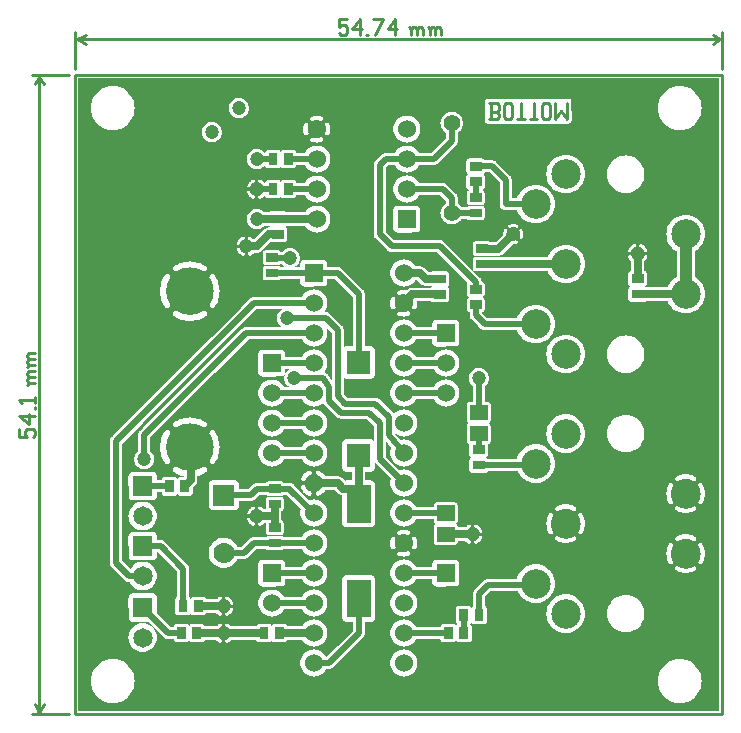
<source format=gbr>
G04 start of page 3 for group 1 idx 4 *
G04 Title: (unknown), ground *
G04 Creator: pcb 20140316 *
G04 CreationDate: Sun 10 Nov 2019 02:50:04 PM GMT UTC *
G04 For: sladekm *
G04 Format: Gerber/RS-274X *
G04 PCB-Dimensions (mm): 70.00 70.00 *
G04 PCB-Coordinate-Origin: lower left *
%MOMM*%
%FSLAX43Y43*%
%LNBOTTOM*%
%ADD58C,2.300*%
%ADD57C,2.400*%
%ADD56C,1.350*%
%ADD55C,0.700*%
%ADD54C,0.500*%
%ADD53C,3.200*%
%ADD52C,1.200*%
%ADD51R,2.032X2.032*%
%ADD50R,1.300X1.300*%
%ADD49R,0.750X0.750*%
%ADD48C,4.000*%
%ADD47C,1.651*%
%ADD46C,1.778*%
%ADD45C,1.397*%
%ADD44C,2.500*%
%ADD43C,1.524*%
%ADD42C,0.002*%
%ADD41C,0.508*%
%ADD40C,0.635*%
%ADD39C,1.016*%
%ADD38C,0.254*%
G54D38*X8509Y61491D02*X63246D01*
X8636Y64539D02*X62992D01*
X8509Y65174D02*Y61999D01*
X8636Y64539D02*X9398Y64158D01*
X8001Y61491D02*X4826D01*
X5080Y60729D02*X5461Y61364D01*
X5842Y60729D01*
X63246Y61491D02*Y7389D01*
Y65174D02*Y61999D01*
X62484Y64920D02*X63119Y64539D01*
X62484Y64158D01*
X8509Y7389D02*Y61491D01*
Y7389D02*X63246D01*
X9398Y64920D02*X8636Y64539D01*
X4826Y7389D02*X8001D01*
X5080Y8278D02*X5461Y7516D01*
X5842Y8278D01*
X5461Y61237D02*Y7516D01*
X3762Y31549D02*Y30884D01*
X4427D01*
X4261Y31050D01*
Y31383D02*Y31050D01*
Y31383D02*X4427Y31549D01*
X4926D01*
X5093Y31383D02*X4926Y31549D01*
X5093Y31383D02*Y31050D01*
X4926Y30884D02*X5093Y31050D01*
X4594Y31949D02*X3762Y32614D01*
X4594Y32781D02*Y31949D01*
X3762Y32614D02*X5093D01*
Y33346D02*Y33180D01*
X4028Y33746D02*X3762Y34012D01*
X5093D01*
Y34245D02*Y33746D01*
X4594Y35409D02*X5093D01*
X4594D02*X4427Y35576D01*
Y35742D02*Y35576D01*
Y35742D02*X4594Y35908D01*
X5093D01*
X4594D02*X4427Y36075D01*
Y36241D02*Y36075D01*
Y36241D02*X4594Y36407D01*
X5093D01*
X4427Y35243D02*X4594Y35409D01*
Y36973D02*X5093D01*
X4594D02*X4427Y37140D01*
Y37306D02*Y37140D01*
Y37306D02*X4594Y37472D01*
X5093D01*
X4594D02*X4427Y37639D01*
Y37805D02*Y37639D01*
Y37805D02*X4594Y37971D01*
X5093D01*
X4427Y36807D02*X4594Y36973D01*
X30861Y66238D02*X31526D01*
X30861D02*Y65573D01*
X31027Y65739D01*
X31360D01*
X31526Y65573D01*
Y65074D01*
X31360Y64907D02*X31526Y65074D01*
X31027Y64907D02*X31360D01*
X30861Y65074D02*X31027Y64907D01*
X31926Y65406D02*X32591Y66238D01*
X31926Y65406D02*X32758D01*
X32591Y66238D02*Y64907D01*
X33157D02*X33323D01*
X33889D02*X34554Y66238D01*
X33723D02*X34554D01*
X34954Y65406D02*X35619Y66238D01*
X34954Y65406D02*X35786D01*
X35619Y66238D02*Y64907D01*
X36950Y65406D02*Y64907D01*
Y65406D02*X37117Y65573D01*
X37283D01*
X37449Y65406D01*
Y64907D01*
Y65406D02*X37616Y65573D01*
X37782D01*
X37948Y65406D01*
Y64907D01*
X36784Y65573D02*X36950Y65406D01*
X38514D02*Y64907D01*
Y65406D02*X38680Y65573D01*
X38847D01*
X39013Y65406D01*
Y64907D01*
Y65406D02*X39180Y65573D01*
X39346D01*
X39512Y65406D01*
Y64907D01*
X38348Y65573D02*X38514Y65406D01*
G54D39*X60198Y48029D02*Y42949D01*
G54D40*X60086Y43061D02*X60198Y42949D01*
X56134D01*
X37054Y42919D02*X36703Y42568D01*
G54D41*X30734Y44727D02*X32512Y42949D01*
X35306Y47013D02*X34290Y48029D01*
X32512Y42949D02*Y37107D01*
X30734Y39901D02*Y34313D01*
X31369Y33678D02*X30734Y34313D01*
X31369Y33678D02*X33909D01*
X33401Y32916D02*X30988D01*
X42418Y43345D02*Y43965D01*
X39370Y47013D01*
G54D40*X28956Y49299D02*X23876D01*
G54D41*X25146Y46027D02*X26640D01*
G54D38*X26670Y45997D01*
G54D41*X30734Y44727D02*X25146D01*
X28956Y51839D02*X26558D01*
X25258Y54379D02*X23876D01*
X25233Y51839D02*X24359D01*
X26670Y54379D02*X28956D01*
X39370Y47013D02*X35306D01*
G54D40*X39370Y42919D02*X37054D01*
X37719Y44727D02*X38227Y44219D01*
X39370D01*
X36322Y44727D02*X37719D01*
G54D41*X34290Y48029D02*Y53871D01*
X34798Y54379D01*
X38862D02*X34798D01*
X42672Y28471D02*X47625D01*
X42672Y29771D02*Y31127D01*
Y35837D02*Y32916D01*
X36576Y51839D02*X39624D01*
X40386Y51077D01*
X36322Y34567D02*X39878D01*
X36830Y37107D02*X40386D01*
X36322Y39647D02*X39878D01*
G54D40*X45339Y47775D02*X44323Y46759D01*
G54D41*X33909Y33678D02*X35052Y32535D01*
X34290Y32027D02*X33401Y32916D01*
X35052Y32535D02*Y31011D01*
X36322Y29487D01*
X34290Y28979D02*Y32027D01*
G54D40*X56134Y44249D02*Y45997D01*
X44323Y46759D02*X42926D01*
Y45489D02*X49911D01*
G54D41*X42418Y42045D02*Y41171D01*
X43180Y40409D01*
X47498D01*
X42418Y52459D02*Y51107D01*
Y49807D02*X40386D01*
Y51077D02*Y49807D01*
X38862Y54379D02*X40386Y55903D01*
Y57427D01*
X42418Y53759D02*X43800D01*
X44958Y52601D01*
Y50569D01*
X47498D01*
X28702Y37107D02*X25146D01*
X27051Y35837D02*X29464D01*
X29972Y35075D01*
X28702Y42187D02*X23622D01*
X26416Y40917D02*X29718D01*
X30734Y39901D01*
X29972Y33932D02*Y35075D01*
Y33932D02*X30988Y32916D01*
X25146Y34567D02*X28702D01*
X25146Y32027D02*X28702D01*
X42702Y15771D02*Y17579D01*
X43434Y18311D01*
X47498D01*
X39878Y19327D02*X36322D01*
X41402Y14247D02*Y15771D01*
X36322Y14247D02*X40102D01*
X36322Y24407D02*X39878D01*
G54D40*Y22629D02*X41656D01*
G54D41*X28702Y11707D02*X29972D01*
X32512Y14247D01*
Y17168D01*
X25146Y16787D02*X28702D01*
X25146Y19327D02*X28702D01*
G54D40*X18938Y16533D02*X20574D01*
X18796Y14247D02*X20574D01*
G54D41*X17638Y16533D02*X17653Y19708D01*
X21082Y25931D02*X23368D01*
X21082Y21051D02*X22806D01*
X23622Y21867D01*
X28702D02*X23622D01*
G54D40*X25400Y25169D02*Y23167D01*
Y24153D02*X24511D01*
G54D41*X14224Y16406D02*X16383Y14247D01*
X17511D01*
G54D40*X25781D02*X28702D01*
X23114D02*X24511D01*
X21590D01*
X24496D02*X23114D01*
G54D41*X23368Y25931D02*X23876Y26439D01*
X22987Y39647D02*X28702D01*
X23876Y26439D02*X26670D01*
X17653Y19708D02*X15748Y21613D01*
X14224D01*
X11938Y30503D02*Y20216D01*
X14224Y26693D02*X16485D01*
X23622Y42187D02*X11938Y30503D01*
X14351Y31011D02*X22987Y39647D01*
X14351Y31011D02*Y28979D01*
G54D40*X18288Y27201D02*Y29995D01*
X17780Y26693D02*X18288Y27201D01*
G54D41*X14224Y19073D02*X13081D01*
X11938Y20216D01*
X26640Y26469D02*X28702Y24407D01*
G54D40*X31219Y26462D02*X30734Y26947D01*
X29337D01*
G54D41*X28702Y29487D02*X25146D01*
G54D40*X32512Y29233D02*Y26462D01*
X31219D01*
G54D41*X34290Y28979D02*X36322Y26947D01*
G54D38*X43561Y59116D02*X44237D01*
X44406Y58947D01*
Y58542D02*Y58947D01*
X44237Y58373D02*X44406Y58542D01*
X43730Y58373D02*X44237D01*
X43730Y57765D02*Y59116D01*
X43561Y57765D02*X44237D01*
X44406Y57934D01*
Y58204D01*
X44237Y58373D02*X44406Y58204D01*
X44811Y57934D02*Y58947D01*
Y57934D02*X44980Y57765D01*
X45318D01*
X45487Y57934D01*
Y58947D01*
X45318Y59116D02*X45487Y58947D01*
X44980Y59116D02*X45318D01*
X44811Y58947D02*X44980Y59116D01*
X45892Y57765D02*X46568D01*
X46230D02*Y59116D01*
X46973Y57765D02*X47649D01*
X47311D02*Y59116D01*
X48054Y57934D02*Y58947D01*
Y57934D02*X48223Y57765D01*
X48561D01*
X48730Y57934D01*
Y58947D01*
X48561Y59116D02*X48730Y58947D01*
X48223Y59116D02*X48561D01*
X48054Y58947D02*X48223Y59116D01*
X49135Y57765D02*Y59116D01*
Y57765D02*X49642Y58440D01*
X50148Y57765D01*
Y59116D01*
G54D42*G36*
X58576Y47847D02*X58582Y47773D01*
X58642Y47523D01*
X58740Y47286D01*
X58874Y47067D01*
X59041Y46872D01*
X59236Y46705D01*
X59436Y46583D01*
Y44395D01*
X59236Y44273D01*
X59041Y44106D01*
X58874Y43911D01*
X58740Y43692D01*
X58669Y43520D01*
X58576D01*
Y47847D01*
G37*
G36*
X61542Y61237D02*X62992D01*
Y7643D01*
X61542D01*
Y10151D01*
X61544Y10183D01*
X61542Y10215D01*
Y20096D01*
X61552Y20101D01*
X61576Y20119D01*
X61596Y20141D01*
X61613Y20166D01*
X61685Y20303D01*
X61742Y20447D01*
X61785Y20595D01*
X61814Y20747D01*
X61829Y20901D01*
Y21055D01*
X61814Y21209D01*
X61785Y21361D01*
X61742Y21509D01*
X61685Y21653D01*
X61614Y21791D01*
X61597Y21816D01*
X61577Y21838D01*
X61553Y21856D01*
X61542Y21862D01*
Y25176D01*
X61552Y25181D01*
X61576Y25199D01*
X61596Y25221D01*
X61613Y25246D01*
X61685Y25383D01*
X61742Y25527D01*
X61785Y25675D01*
X61814Y25827D01*
X61829Y25981D01*
Y26135D01*
X61814Y26289D01*
X61785Y26441D01*
X61742Y26589D01*
X61685Y26733D01*
X61614Y26871D01*
X61597Y26896D01*
X61577Y26918D01*
X61553Y26936D01*
X61542Y26942D01*
Y42021D01*
X61656Y42206D01*
X61754Y42443D01*
X61814Y42693D01*
X61829Y42949D01*
X61814Y43205D01*
X61754Y43455D01*
X61656Y43692D01*
X61542Y43877D01*
Y47101D01*
X61656Y47286D01*
X61754Y47523D01*
X61814Y47773D01*
X61829Y48029D01*
X61814Y48285D01*
X61754Y48535D01*
X61656Y48772D01*
X61542Y48957D01*
Y58665D01*
X61544Y58697D01*
X61542Y58729D01*
Y61237D01*
G37*
G36*
Y48957D02*X61522Y48991D01*
X61355Y49186D01*
X61160Y49353D01*
X60941Y49487D01*
X60704Y49585D01*
X60454Y49645D01*
X60199Y49665D01*
Y56912D01*
X60265Y56928D01*
X60534Y57040D01*
X60783Y57192D01*
X61005Y57382D01*
X61195Y57604D01*
X61347Y57853D01*
X61459Y58122D01*
X61527Y58406D01*
X61542Y58665D01*
Y48957D01*
G37*
G36*
Y43877D02*X61522Y43911D01*
X61355Y44106D01*
X61160Y44273D01*
X60960Y44395D01*
Y46583D01*
X61160Y46705D01*
X61355Y46872D01*
X61522Y47067D01*
X61542Y47101D01*
Y43877D01*
G37*
G36*
Y10215D02*X61527Y10474D01*
X61459Y10758D01*
X61347Y11027D01*
X61195Y11276D01*
X61005Y11498D01*
X60783Y11688D01*
X60534Y11840D01*
X60265Y11952D01*
X60199Y11968D01*
Y19347D01*
X60275D01*
X60429Y19362D01*
X60581Y19391D01*
X60729Y19434D01*
X60873Y19491D01*
X61011Y19562D01*
X61036Y19579D01*
X61058Y19599D01*
X61076Y19623D01*
X61091Y19650D01*
X61101Y19678D01*
X61106Y19708D01*
X61107Y19738D01*
X61103Y19768D01*
X61095Y19797D01*
X61082Y19824D01*
X61065Y19849D01*
X61044Y19871D01*
X61020Y19890D01*
X60994Y19904D01*
X60965Y19914D01*
X60936Y19920D01*
X60905Y19921D01*
X60875Y19917D01*
X60846Y19908D01*
X60819Y19895D01*
X60715Y19840D01*
X60605Y19796D01*
X60491Y19763D01*
X60375Y19741D01*
X60257Y19729D01*
X60199D01*
Y22227D01*
X60257D01*
X60375Y22215D01*
X60491Y22193D01*
X60605Y22160D01*
X60715Y22116D01*
X60820Y22062D01*
X60847Y22049D01*
X60876Y22040D01*
X60905Y22037D01*
X60935Y22037D01*
X60965Y22043D01*
X60993Y22053D01*
X61019Y22067D01*
X61043Y22086D01*
X61064Y22108D01*
X61081Y22132D01*
X61093Y22159D01*
X61102Y22188D01*
X61106Y22218D01*
X61105Y22248D01*
X61099Y22277D01*
X61089Y22306D01*
X61075Y22332D01*
X61057Y22356D01*
X61035Y22376D01*
X61010Y22393D01*
X60873Y22465D01*
X60729Y22522D01*
X60581Y22565D01*
X60429Y22594D01*
X60275Y22609D01*
X60199D01*
Y24427D01*
X60275D01*
X60429Y24442D01*
X60581Y24471D01*
X60729Y24514D01*
X60873Y24571D01*
X61011Y24642D01*
X61036Y24659D01*
X61058Y24679D01*
X61076Y24703D01*
X61091Y24730D01*
X61101Y24758D01*
X61106Y24788D01*
X61107Y24818D01*
X61103Y24848D01*
X61095Y24877D01*
X61082Y24904D01*
X61065Y24929D01*
X61044Y24951D01*
X61020Y24970D01*
X60994Y24984D01*
X60965Y24994D01*
X60936Y25000D01*
X60905Y25001D01*
X60875Y24997D01*
X60846Y24988D01*
X60819Y24975D01*
X60715Y24920D01*
X60605Y24876D01*
X60491Y24843D01*
X60375Y24821D01*
X60257Y24809D01*
X60199D01*
Y27307D01*
X60257D01*
X60375Y27295D01*
X60491Y27273D01*
X60605Y27240D01*
X60715Y27196D01*
X60820Y27142D01*
X60847Y27129D01*
X60876Y27120D01*
X60905Y27117D01*
X60935Y27117D01*
X60965Y27123D01*
X60993Y27133D01*
X61019Y27147D01*
X61043Y27166D01*
X61064Y27188D01*
X61081Y27212D01*
X61093Y27239D01*
X61102Y27268D01*
X61106Y27298D01*
X61105Y27328D01*
X61099Y27357D01*
X61089Y27386D01*
X61075Y27412D01*
X61057Y27436D01*
X61035Y27456D01*
X61010Y27473D01*
X60873Y27545D01*
X60729Y27602D01*
X60581Y27645D01*
X60429Y27674D01*
X60275Y27689D01*
X60199D01*
Y41313D01*
X60454Y41333D01*
X60704Y41393D01*
X60941Y41491D01*
X61160Y41625D01*
X61355Y41792D01*
X61522Y41987D01*
X61542Y42021D01*
Y26942D01*
X61526Y26951D01*
X61498Y26961D01*
X61468Y26966D01*
X61438Y26967D01*
X61408Y26963D01*
X61379Y26955D01*
X61352Y26942D01*
X61327Y26925D01*
X61305Y26904D01*
X61286Y26880D01*
X61272Y26854D01*
X61262Y26825D01*
X61256Y26796D01*
X61255Y26765D01*
X61259Y26735D01*
X61268Y26706D01*
X61281Y26679D01*
X61336Y26575D01*
X61380Y26465D01*
X61413Y26351D01*
X61435Y26235D01*
X61447Y26117D01*
Y25999D01*
X61435Y25881D01*
X61413Y25765D01*
X61380Y25651D01*
X61336Y25541D01*
X61282Y25436D01*
X61269Y25409D01*
X61260Y25380D01*
X61257Y25351D01*
X61257Y25321D01*
X61263Y25291D01*
X61273Y25263D01*
X61287Y25237D01*
X61306Y25213D01*
X61328Y25192D01*
X61352Y25175D01*
X61379Y25163D01*
X61408Y25154D01*
X61438Y25150D01*
X61468Y25151D01*
X61497Y25157D01*
X61526Y25167D01*
X61542Y25176D01*
Y21862D01*
X61526Y21871D01*
X61498Y21881D01*
X61468Y21886D01*
X61438Y21887D01*
X61408Y21883D01*
X61379Y21875D01*
X61352Y21862D01*
X61327Y21845D01*
X61305Y21824D01*
X61286Y21800D01*
X61272Y21774D01*
X61262Y21745D01*
X61256Y21716D01*
X61255Y21685D01*
X61259Y21655D01*
X61268Y21626D01*
X61281Y21599D01*
X61336Y21495D01*
X61380Y21385D01*
X61413Y21271D01*
X61435Y21155D01*
X61447Y21037D01*
Y20919D01*
X61435Y20801D01*
X61413Y20685D01*
X61380Y20571D01*
X61336Y20461D01*
X61282Y20356D01*
X61269Y20329D01*
X61260Y20300D01*
X61257Y20271D01*
X61257Y20241D01*
X61263Y20211D01*
X61273Y20183D01*
X61287Y20157D01*
X61306Y20133D01*
X61328Y20112D01*
X61352Y20095D01*
X61379Y20083D01*
X61408Y20074D01*
X61438Y20070D01*
X61468Y20071D01*
X61497Y20077D01*
X61526Y20087D01*
X61542Y20096D01*
Y10215D01*
G37*
G36*
Y7643D02*X60199D01*
Y8398D01*
X60265Y8414D01*
X60534Y8526D01*
X60783Y8678D01*
X61005Y8868D01*
X61195Y9090D01*
X61347Y9339D01*
X61459Y9608D01*
X61527Y9892D01*
X61542Y10151D01*
Y7643D01*
G37*
G36*
X60199Y61237D02*X61542D01*
Y58729D01*
X61527Y58988D01*
X61459Y59272D01*
X61347Y59541D01*
X61195Y59790D01*
X61005Y60012D01*
X60783Y60202D01*
X60534Y60354D01*
X60265Y60466D01*
X60199Y60482D01*
Y61237D01*
G37*
G36*
Y49665D02*X60198Y49665D01*
X59942Y49645D01*
X59692Y49585D01*
X59455Y49487D01*
X59236Y49353D01*
X59041Y49186D01*
X58874Y48991D01*
X58740Y48772D01*
X58642Y48535D01*
X58582Y48285D01*
X58576Y48211D01*
Y57210D01*
X58597Y57192D01*
X58846Y57040D01*
X59115Y56928D01*
X59399Y56860D01*
X59690Y56837D01*
X59981Y56860D01*
X60199Y56912D01*
Y49665D01*
G37*
G36*
Y11968D02*X59981Y12020D01*
X59690Y12043D01*
X59399Y12020D01*
X59115Y11952D01*
X58846Y11840D01*
X58597Y11688D01*
X58576Y11670D01*
Y20803D01*
X58582Y20747D01*
X58611Y20595D01*
X58654Y20447D01*
X58711Y20303D01*
X58782Y20165D01*
X58799Y20140D01*
X58819Y20118D01*
X58843Y20100D01*
X58870Y20085D01*
X58898Y20075D01*
X58928Y20070D01*
X58958Y20069D01*
X58988Y20073D01*
X59017Y20081D01*
X59044Y20094D01*
X59069Y20111D01*
X59091Y20132D01*
X59110Y20156D01*
X59124Y20182D01*
X59134Y20211D01*
X59140Y20240D01*
X59141Y20271D01*
X59137Y20301D01*
X59128Y20330D01*
X59115Y20357D01*
X59060Y20461D01*
X59016Y20571D01*
X58983Y20685D01*
X58961Y20801D01*
X58949Y20919D01*
Y21037D01*
X58961Y21155D01*
X58983Y21271D01*
X59016Y21385D01*
X59060Y21495D01*
X59114Y21600D01*
X59127Y21627D01*
X59136Y21656D01*
X59139Y21685D01*
X59139Y21715D01*
X59133Y21745D01*
X59123Y21773D01*
X59109Y21799D01*
X59090Y21823D01*
X59068Y21844D01*
X59044Y21861D01*
X59017Y21873D01*
X58988Y21882D01*
X58958Y21886D01*
X58928Y21885D01*
X58899Y21879D01*
X58870Y21869D01*
X58844Y21855D01*
X58820Y21837D01*
X58800Y21815D01*
X58783Y21790D01*
X58711Y21653D01*
X58654Y21509D01*
X58611Y21361D01*
X58582Y21209D01*
X58576Y21153D01*
Y25883D01*
X58582Y25827D01*
X58611Y25675D01*
X58654Y25527D01*
X58711Y25383D01*
X58782Y25245D01*
X58799Y25220D01*
X58819Y25198D01*
X58843Y25180D01*
X58870Y25165D01*
X58898Y25155D01*
X58928Y25150D01*
X58958Y25149D01*
X58988Y25153D01*
X59017Y25161D01*
X59044Y25174D01*
X59069Y25191D01*
X59091Y25212D01*
X59110Y25236D01*
X59124Y25262D01*
X59134Y25291D01*
X59140Y25320D01*
X59141Y25351D01*
X59137Y25381D01*
X59128Y25410D01*
X59115Y25437D01*
X59060Y25541D01*
X59016Y25651D01*
X58983Y25765D01*
X58961Y25881D01*
X58949Y25999D01*
Y26117D01*
X58961Y26235D01*
X58983Y26351D01*
X59016Y26465D01*
X59060Y26575D01*
X59114Y26680D01*
X59127Y26707D01*
X59136Y26736D01*
X59139Y26765D01*
X59139Y26795D01*
X59133Y26825D01*
X59123Y26853D01*
X59109Y26879D01*
X59090Y26903D01*
X59068Y26924D01*
X59044Y26941D01*
X59017Y26953D01*
X58988Y26962D01*
X58958Y26966D01*
X58928Y26965D01*
X58899Y26959D01*
X58870Y26949D01*
X58844Y26935D01*
X58820Y26917D01*
X58800Y26895D01*
X58783Y26870D01*
X58711Y26733D01*
X58654Y26589D01*
X58611Y26441D01*
X58582Y26289D01*
X58576Y26233D01*
Y42378D01*
X58669D01*
X58740Y42206D01*
X58874Y41987D01*
X59041Y41792D01*
X59236Y41625D01*
X59455Y41491D01*
X59692Y41393D01*
X59942Y41333D01*
X60198Y41313D01*
X60199Y41313D01*
Y27689D01*
X60121D01*
X59967Y27674D01*
X59815Y27645D01*
X59667Y27602D01*
X59523Y27545D01*
X59385Y27474D01*
X59360Y27457D01*
X59338Y27437D01*
X59320Y27413D01*
X59305Y27386D01*
X59295Y27358D01*
X59290Y27328D01*
X59289Y27298D01*
X59293Y27268D01*
X59301Y27239D01*
X59314Y27212D01*
X59331Y27187D01*
X59352Y27165D01*
X59376Y27146D01*
X59402Y27132D01*
X59431Y27122D01*
X59460Y27116D01*
X59491Y27115D01*
X59521Y27119D01*
X59550Y27128D01*
X59577Y27141D01*
X59681Y27196D01*
X59791Y27240D01*
X59905Y27273D01*
X60021Y27295D01*
X60139Y27307D01*
X60199D01*
Y24809D01*
X60139D01*
X60021Y24821D01*
X59905Y24843D01*
X59791Y24876D01*
X59681Y24920D01*
X59576Y24974D01*
X59549Y24987D01*
X59520Y24996D01*
X59491Y24999D01*
X59461Y24999D01*
X59431Y24993D01*
X59403Y24983D01*
X59377Y24969D01*
X59353Y24950D01*
X59332Y24928D01*
X59315Y24904D01*
X59303Y24877D01*
X59294Y24848D01*
X59290Y24818D01*
X59291Y24788D01*
X59297Y24759D01*
X59307Y24730D01*
X59321Y24704D01*
X59339Y24680D01*
X59361Y24660D01*
X59386Y24643D01*
X59523Y24571D01*
X59667Y24514D01*
X59815Y24471D01*
X59967Y24442D01*
X60121Y24427D01*
X60199D01*
Y22609D01*
X60121D01*
X59967Y22594D01*
X59815Y22565D01*
X59667Y22522D01*
X59523Y22465D01*
X59385Y22394D01*
X59360Y22377D01*
X59338Y22357D01*
X59320Y22333D01*
X59305Y22306D01*
X59295Y22278D01*
X59290Y22248D01*
X59289Y22218D01*
X59293Y22188D01*
X59301Y22159D01*
X59314Y22132D01*
X59331Y22107D01*
X59352Y22085D01*
X59376Y22066D01*
X59402Y22052D01*
X59431Y22042D01*
X59460Y22036D01*
X59491Y22035D01*
X59521Y22039D01*
X59550Y22048D01*
X59577Y22061D01*
X59681Y22116D01*
X59791Y22160D01*
X59905Y22193D01*
X60021Y22215D01*
X60139Y22227D01*
X60199D01*
Y19729D01*
X60139D01*
X60021Y19741D01*
X59905Y19763D01*
X59791Y19796D01*
X59681Y19840D01*
X59576Y19894D01*
X59549Y19907D01*
X59520Y19916D01*
X59491Y19919D01*
X59461Y19919D01*
X59431Y19913D01*
X59403Y19903D01*
X59377Y19889D01*
X59353Y19870D01*
X59332Y19848D01*
X59315Y19824D01*
X59303Y19797D01*
X59294Y19768D01*
X59290Y19738D01*
X59291Y19708D01*
X59297Y19679D01*
X59307Y19650D01*
X59321Y19624D01*
X59339Y19600D01*
X59361Y19580D01*
X59386Y19563D01*
X59523Y19491D01*
X59667Y19434D01*
X59815Y19391D01*
X59967Y19362D01*
X60121Y19347D01*
X60199D01*
Y11968D01*
G37*
G36*
Y7643D02*X58576D01*
Y8696D01*
X58597Y8678D01*
X58846Y8526D01*
X59115Y8414D01*
X59399Y8346D01*
X59690Y8323D01*
X59981Y8346D01*
X60199Y8398D01*
Y7643D01*
G37*
G36*
X58576Y61237D02*X60199D01*
Y60482D01*
X59981Y60534D01*
X59690Y60557D01*
X59399Y60534D01*
X59115Y60466D01*
X58846Y60354D01*
X58597Y60202D01*
X58576Y60184D01*
Y61237D01*
G37*
G36*
X56600Y42277D02*X56681Y42277D01*
X56727Y42288D01*
X56770Y42306D01*
X56811Y42331D01*
X56847Y42361D01*
X56860Y42378D01*
X58576D01*
Y26233D01*
X58567Y26135D01*
Y25981D01*
X58576Y25883D01*
Y21153D01*
X58567Y21055D01*
Y20901D01*
X58576Y20803D01*
Y11670D01*
X58375Y11498D01*
X58185Y11276D01*
X58033Y11027D01*
X57921Y10758D01*
X57853Y10474D01*
X57830Y10183D01*
X57853Y9892D01*
X57921Y9608D01*
X58033Y9339D01*
X58185Y9090D01*
X58375Y8868D01*
X58576Y8696D01*
Y7643D01*
X56600D01*
Y15344D01*
X56626Y15408D01*
X56684Y15650D01*
X56699Y15898D01*
X56684Y16146D01*
X56626Y16388D01*
X56600Y16452D01*
Y30584D01*
X56626Y30648D01*
X56684Y30890D01*
X56699Y31138D01*
X56684Y31386D01*
X56626Y31628D01*
X56600Y31692D01*
Y37315D01*
X56626Y37379D01*
X56684Y37621D01*
X56699Y37869D01*
X56684Y38117D01*
X56626Y38359D01*
X56600Y38423D01*
Y42277D01*
G37*
G36*
Y61237D02*X58576D01*
Y60184D01*
X58375Y60012D01*
X58185Y59790D01*
X58033Y59541D01*
X57921Y59272D01*
X57853Y58988D01*
X57830Y58697D01*
X57853Y58406D01*
X57921Y58122D01*
X58033Y57853D01*
X58185Y57604D01*
X58375Y57382D01*
X58576Y57210D01*
Y48211D01*
X58562Y48029D01*
X58576Y47847D01*
Y43520D01*
X56860D01*
X56847Y43537D01*
X56811Y43567D01*
X56770Y43592D01*
X56754Y43599D01*
X56770Y43606D01*
X56811Y43631D01*
X56847Y43661D01*
X56877Y43697D01*
X56902Y43737D01*
X56920Y43781D01*
X56931Y43827D01*
X56934Y43874D01*
X56931Y44671D01*
X56920Y44717D01*
X56902Y44761D01*
X56877Y44801D01*
X56847Y44837D01*
X56811Y44867D01*
X56770Y44892D01*
X56727Y44910D01*
X56705Y44915D01*
Y45742D01*
X56709Y45745D01*
X56767Y45803D01*
X56820Y45867D01*
X56866Y45936D01*
X56905Y46009D01*
X56937Y46085D01*
X56943Y46105D01*
X56945Y46125D01*
X56944Y46145D01*
X56940Y46164D01*
X56933Y46183D01*
X56923Y46201D01*
X56911Y46216D01*
X56896Y46230D01*
X56879Y46241D01*
X56861Y46249D01*
X56842Y46255D01*
X56822Y46257D01*
X56802Y46256D01*
X56782Y46252D01*
X56763Y46245D01*
X56745Y46235D01*
X56730Y46223D01*
X56716Y46208D01*
X56705Y46191D01*
X56697Y46173D01*
X56686Y46146D01*
X56679Y46174D01*
X56645Y46257D01*
X56600Y46331D01*
Y46755D01*
X56615Y46736D01*
X56648Y46688D01*
X56675Y46637D01*
X56698Y46583D01*
X56706Y46565D01*
X56717Y46548D01*
X56730Y46534D01*
X56746Y46521D01*
X56763Y46511D01*
X56782Y46504D01*
X56802Y46500D01*
X56822Y46500D01*
X56841Y46502D01*
X56861Y46507D01*
X56879Y46515D01*
X56896Y46527D01*
X56910Y46540D01*
X56923Y46556D01*
X56933Y46573D01*
X56940Y46592D01*
X56944Y46611D01*
X56944Y46631D01*
X56942Y46651D01*
X56936Y46670D01*
X56905Y46747D01*
X56866Y46820D01*
X56820Y46889D01*
X56767Y46953D01*
X56709Y47011D01*
X56645Y47064D01*
X56600Y47094D01*
Y52555D01*
X56626Y52619D01*
X56684Y52861D01*
X56699Y53109D01*
X56684Y53357D01*
X56626Y53599D01*
X56600Y53663D01*
Y61237D01*
G37*
G36*
X55668Y14414D02*X55838Y14485D01*
X56050Y14615D01*
X56239Y14777D01*
X56401Y14966D01*
X56531Y15178D01*
X56600Y15344D01*
Y7643D01*
X55668D01*
Y14414D01*
G37*
G36*
Y29654D02*X55838Y29725D01*
X56050Y29855D01*
X56239Y30017D01*
X56401Y30206D01*
X56531Y30418D01*
X56600Y30584D01*
Y16452D01*
X56531Y16618D01*
X56401Y16830D01*
X56239Y17019D01*
X56050Y17181D01*
X55838Y17311D01*
X55668Y17382D01*
Y29654D01*
G37*
G36*
Y36385D02*X55838Y36456D01*
X56050Y36586D01*
X56239Y36748D01*
X56401Y36937D01*
X56531Y37149D01*
X56600Y37315D01*
Y31692D01*
X56531Y31858D01*
X56401Y32070D01*
X56239Y32259D01*
X56050Y32421D01*
X55838Y32551D01*
X55668Y32622D01*
Y36385D01*
G37*
G36*
Y42274D02*X56600Y42277D01*
Y38423D01*
X56531Y38589D01*
X56401Y38801D01*
X56239Y38990D01*
X56050Y39152D01*
X55838Y39282D01*
X55668Y39353D01*
Y42274D01*
G37*
G36*
Y51625D02*X55838Y51696D01*
X56050Y51826D01*
X56239Y51988D01*
X56401Y52177D01*
X56531Y52389D01*
X56600Y52555D01*
Y47094D01*
X56576Y47110D01*
X56503Y47149D01*
X56427Y47181D01*
X56407Y47187D01*
X56387Y47189D01*
X56367Y47188D01*
X56348Y47184D01*
X56329Y47177D01*
X56311Y47167D01*
X56296Y47155D01*
X56282Y47140D01*
X56271Y47123D01*
X56263Y47105D01*
X56257Y47086D01*
X56255Y47066D01*
X56256Y47046D01*
X56260Y47026D01*
X56267Y47007D01*
X56277Y46989D01*
X56289Y46974D01*
X56304Y46960D01*
X56321Y46949D01*
X56339Y46941D01*
X56393Y46919D01*
X56444Y46892D01*
X56492Y46859D01*
X56537Y46822D01*
X56578Y46781D01*
X56600Y46755D01*
Y46331D01*
X56598Y46334D01*
X56539Y46402D01*
X56471Y46461D01*
X56394Y46508D01*
X56311Y46542D01*
X56224Y46563D01*
X56134Y46570D01*
X56044Y46563D01*
X55957Y46542D01*
X55874Y46508D01*
X55797Y46461D01*
X55729Y46402D01*
X55670Y46334D01*
X55668Y46330D01*
Y46754D01*
X55690Y46781D01*
X55731Y46822D01*
X55776Y46859D01*
X55824Y46892D01*
X55875Y46919D01*
X55929Y46942D01*
X55947Y46950D01*
X55964Y46961D01*
X55978Y46974D01*
X55991Y46990D01*
X56001Y47007D01*
X56008Y47026D01*
X56012Y47046D01*
X56012Y47066D01*
X56010Y47085D01*
X56005Y47105D01*
X55997Y47123D01*
X55985Y47140D01*
X55972Y47154D01*
X55956Y47167D01*
X55939Y47177D01*
X55920Y47184D01*
X55901Y47188D01*
X55881Y47188D01*
X55861Y47186D01*
X55842Y47180D01*
X55765Y47149D01*
X55692Y47110D01*
X55668Y47094D01*
Y51625D01*
G37*
G36*
Y61237D02*X56600D01*
Y53663D01*
X56531Y53829D01*
X56401Y54041D01*
X56239Y54230D01*
X56050Y54392D01*
X55838Y54522D01*
X55668Y54593D01*
Y61237D01*
G37*
G36*
X51382D02*X55668D01*
Y54593D01*
X55608Y54617D01*
X55366Y54675D01*
X55118Y54695D01*
X54870Y54675D01*
X54628Y54617D01*
X54398Y54522D01*
X54186Y54392D01*
X53997Y54230D01*
X53835Y54041D01*
X53705Y53829D01*
X53610Y53599D01*
X53552Y53357D01*
X53532Y53109D01*
X53552Y52861D01*
X53610Y52619D01*
X53705Y52389D01*
X53835Y52177D01*
X53997Y51988D01*
X54186Y51826D01*
X54398Y51696D01*
X54628Y51601D01*
X54870Y51543D01*
X55118Y51523D01*
X55366Y51543D01*
X55608Y51601D01*
X55668Y51625D01*
Y47094D01*
X55623Y47064D01*
X55559Y47011D01*
X55501Y46953D01*
X55448Y46889D01*
X55402Y46820D01*
X55363Y46747D01*
X55331Y46671D01*
X55325Y46651D01*
X55323Y46631D01*
X55324Y46611D01*
X55328Y46592D01*
X55335Y46573D01*
X55345Y46555D01*
X55357Y46540D01*
X55372Y46526D01*
X55389Y46515D01*
X55407Y46507D01*
X55426Y46501D01*
X55446Y46499D01*
X55466Y46500D01*
X55486Y46504D01*
X55505Y46511D01*
X55523Y46521D01*
X55538Y46533D01*
X55552Y46548D01*
X55563Y46565D01*
X55571Y46583D01*
X55593Y46637D01*
X55620Y46688D01*
X55653Y46736D01*
X55668Y46754D01*
Y46330D01*
X55623Y46257D01*
X55589Y46174D01*
X55582Y46145D01*
X55570Y46173D01*
X55562Y46191D01*
X55551Y46208D01*
X55538Y46222D01*
X55522Y46235D01*
X55505Y46245D01*
X55486Y46252D01*
X55466Y46256D01*
X55446Y46256D01*
X55427Y46254D01*
X55407Y46249D01*
X55389Y46241D01*
X55372Y46229D01*
X55358Y46216D01*
X55345Y46200D01*
X55335Y46183D01*
X55328Y46164D01*
X55324Y46145D01*
X55324Y46125D01*
X55326Y46105D01*
X55332Y46086D01*
X55363Y46009D01*
X55402Y45936D01*
X55448Y45867D01*
X55501Y45803D01*
X55559Y45745D01*
X55562Y45742D01*
Y44915D01*
X55541Y44910D01*
X55498Y44892D01*
X55457Y44867D01*
X55421Y44837D01*
X55391Y44801D01*
X55366Y44761D01*
X55348Y44717D01*
X55337Y44671D01*
X55334Y44624D01*
X55337Y43827D01*
X55348Y43781D01*
X55366Y43737D01*
X55391Y43697D01*
X55421Y43661D01*
X55457Y43631D01*
X55498Y43606D01*
X55514Y43599D01*
X55498Y43592D01*
X55457Y43567D01*
X55421Y43537D01*
X55391Y43501D01*
X55366Y43461D01*
X55348Y43417D01*
X55337Y43371D01*
X55334Y43324D01*
X55337Y42527D01*
X55348Y42481D01*
X55366Y42437D01*
X55391Y42397D01*
X55421Y42361D01*
X55457Y42331D01*
X55498Y42306D01*
X55541Y42288D01*
X55587Y42277D01*
X55634Y42274D01*
X55668Y42274D01*
Y39353D01*
X55608Y39377D01*
X55366Y39435D01*
X55118Y39455D01*
X54870Y39435D01*
X54628Y39377D01*
X54398Y39282D01*
X54186Y39152D01*
X53997Y38990D01*
X53835Y38801D01*
X53705Y38589D01*
X53610Y38359D01*
X53552Y38117D01*
X53532Y37869D01*
X53552Y37621D01*
X53610Y37379D01*
X53705Y37149D01*
X53835Y36937D01*
X53997Y36748D01*
X54186Y36586D01*
X54398Y36456D01*
X54628Y36361D01*
X54870Y36303D01*
X55118Y36283D01*
X55366Y36303D01*
X55608Y36361D01*
X55668Y36385D01*
Y32622D01*
X55608Y32646D01*
X55366Y32704D01*
X55118Y32724D01*
X54870Y32704D01*
X54628Y32646D01*
X54398Y32551D01*
X54186Y32421D01*
X53997Y32259D01*
X53835Y32070D01*
X53705Y31858D01*
X53610Y31628D01*
X53552Y31386D01*
X53532Y31138D01*
X53552Y30890D01*
X53610Y30648D01*
X53705Y30418D01*
X53835Y30206D01*
X53997Y30017D01*
X54186Y29855D01*
X54398Y29725D01*
X54628Y29630D01*
X54870Y29572D01*
X55118Y29552D01*
X55366Y29572D01*
X55608Y29630D01*
X55668Y29654D01*
Y17382D01*
X55608Y17406D01*
X55366Y17464D01*
X55118Y17484D01*
X54870Y17464D01*
X54628Y17406D01*
X54398Y17311D01*
X54186Y17181D01*
X53997Y17019D01*
X53835Y16830D01*
X53705Y16618D01*
X53610Y16388D01*
X53552Y16146D01*
X53532Y15898D01*
X53552Y15650D01*
X53610Y15408D01*
X53705Y15178D01*
X53835Y14966D01*
X53997Y14777D01*
X54186Y14615D01*
X54398Y14485D01*
X54628Y14390D01*
X54870Y14332D01*
X55118Y14312D01*
X55366Y14332D01*
X55608Y14390D01*
X55668Y14414D01*
Y7643D01*
X51382D01*
Y14970D01*
X51496Y15155D01*
X51594Y15392D01*
X51654Y15642D01*
X51669Y15898D01*
X51654Y16154D01*
X51594Y16404D01*
X51496Y16641D01*
X51382Y16826D01*
Y22636D01*
X51392Y22641D01*
X51416Y22659D01*
X51436Y22681D01*
X51453Y22706D01*
X51525Y22843D01*
X51582Y22987D01*
X51625Y23135D01*
X51654Y23287D01*
X51669Y23441D01*
Y23595D01*
X51654Y23749D01*
X51625Y23901D01*
X51582Y24049D01*
X51525Y24193D01*
X51454Y24331D01*
X51437Y24356D01*
X51417Y24378D01*
X51393Y24396D01*
X51382Y24402D01*
Y30210D01*
X51496Y30395D01*
X51594Y30632D01*
X51654Y30882D01*
X51669Y31138D01*
X51654Y31394D01*
X51594Y31644D01*
X51496Y31881D01*
X51382Y32066D01*
Y36941D01*
X51496Y37126D01*
X51594Y37363D01*
X51654Y37613D01*
X51669Y37869D01*
X51654Y38125D01*
X51594Y38375D01*
X51496Y38612D01*
X51382Y38797D01*
Y44561D01*
X51496Y44746D01*
X51594Y44983D01*
X51654Y45233D01*
X51669Y45489D01*
X51654Y45745D01*
X51594Y45995D01*
X51496Y46232D01*
X51382Y46417D01*
Y52181D01*
X51496Y52366D01*
X51594Y52603D01*
X51654Y52853D01*
X51669Y53109D01*
X51654Y53365D01*
X51594Y53615D01*
X51496Y53852D01*
X51382Y54037D01*
Y61237D01*
G37*
G36*
Y46417D02*X51362Y46451D01*
X51195Y46646D01*
X51000Y46813D01*
X50781Y46947D01*
X50544Y47045D01*
X50294Y47105D01*
X50038Y47125D01*
X50035Y47125D01*
Y51473D01*
X50038Y51473D01*
X50294Y51493D01*
X50544Y51553D01*
X50781Y51651D01*
X51000Y51785D01*
X51195Y51952D01*
X51362Y52147D01*
X51382Y52181D01*
Y46417D01*
G37*
G36*
Y38797D02*X51362Y38831D01*
X51195Y39026D01*
X51000Y39193D01*
X50781Y39327D01*
X50544Y39425D01*
X50294Y39485D01*
X50038Y39505D01*
X50035Y39505D01*
Y43853D01*
X50038Y43853D01*
X50294Y43873D01*
X50544Y43933D01*
X50781Y44031D01*
X51000Y44165D01*
X51195Y44332D01*
X51362Y44527D01*
X51382Y44561D01*
Y38797D01*
G37*
G36*
Y32066D02*X51362Y32100D01*
X51195Y32295D01*
X51000Y32462D01*
X50781Y32596D01*
X50544Y32694D01*
X50294Y32754D01*
X50038Y32774D01*
X50035Y32774D01*
Y36233D01*
X50038Y36233D01*
X50294Y36253D01*
X50544Y36313D01*
X50781Y36411D01*
X51000Y36545D01*
X51195Y36712D01*
X51362Y36907D01*
X51382Y36941D01*
Y32066D01*
G37*
G36*
Y16826D02*X51362Y16860D01*
X51195Y17055D01*
X51000Y17222D01*
X50781Y17356D01*
X50544Y17454D01*
X50294Y17514D01*
X50038Y17534D01*
X50035Y17534D01*
Y21887D01*
X50115D01*
X50269Y21902D01*
X50421Y21931D01*
X50569Y21974D01*
X50713Y22031D01*
X50851Y22102D01*
X50876Y22119D01*
X50898Y22139D01*
X50916Y22163D01*
X50931Y22190D01*
X50941Y22218D01*
X50946Y22248D01*
X50947Y22278D01*
X50943Y22308D01*
X50935Y22337D01*
X50922Y22364D01*
X50905Y22389D01*
X50884Y22411D01*
X50860Y22430D01*
X50834Y22444D01*
X50805Y22454D01*
X50776Y22460D01*
X50745Y22461D01*
X50715Y22457D01*
X50686Y22448D01*
X50659Y22435D01*
X50555Y22380D01*
X50445Y22336D01*
X50331Y22303D01*
X50215Y22281D01*
X50097Y22269D01*
X50035D01*
Y24767D01*
X50097D01*
X50215Y24755D01*
X50331Y24733D01*
X50445Y24700D01*
X50555Y24656D01*
X50660Y24602D01*
X50687Y24589D01*
X50716Y24580D01*
X50745Y24577D01*
X50775Y24577D01*
X50805Y24583D01*
X50833Y24593D01*
X50859Y24607D01*
X50883Y24626D01*
X50904Y24648D01*
X50921Y24672D01*
X50933Y24699D01*
X50942Y24728D01*
X50946Y24758D01*
X50945Y24788D01*
X50939Y24817D01*
X50929Y24846D01*
X50915Y24872D01*
X50897Y24896D01*
X50875Y24916D01*
X50850Y24933D01*
X50713Y25005D01*
X50569Y25062D01*
X50421Y25105D01*
X50269Y25134D01*
X50115Y25149D01*
X50035D01*
Y29502D01*
X50038Y29502D01*
X50294Y29522D01*
X50544Y29582D01*
X50781Y29680D01*
X51000Y29814D01*
X51195Y29981D01*
X51362Y30176D01*
X51382Y30210D01*
Y24402D01*
X51366Y24411D01*
X51338Y24421D01*
X51308Y24426D01*
X51278Y24427D01*
X51248Y24423D01*
X51219Y24415D01*
X51192Y24402D01*
X51167Y24385D01*
X51145Y24364D01*
X51126Y24340D01*
X51112Y24314D01*
X51102Y24285D01*
X51096Y24256D01*
X51095Y24225D01*
X51099Y24195D01*
X51108Y24166D01*
X51121Y24139D01*
X51176Y24035D01*
X51220Y23925D01*
X51253Y23811D01*
X51275Y23695D01*
X51287Y23577D01*
Y23459D01*
X51275Y23341D01*
X51253Y23225D01*
X51220Y23111D01*
X51176Y23001D01*
X51122Y22896D01*
X51109Y22869D01*
X51100Y22840D01*
X51097Y22811D01*
X51097Y22781D01*
X51103Y22751D01*
X51113Y22723D01*
X51127Y22697D01*
X51146Y22673D01*
X51168Y22652D01*
X51192Y22635D01*
X51219Y22623D01*
X51248Y22614D01*
X51278Y22610D01*
X51308Y22611D01*
X51337Y22617D01*
X51366Y22627D01*
X51382Y22636D01*
Y16826D01*
G37*
G36*
Y7643D02*X50035D01*
Y14262D01*
X50038Y14262D01*
X50294Y14282D01*
X50544Y14342D01*
X50781Y14440D01*
X51000Y14574D01*
X51195Y14741D01*
X51362Y14936D01*
X51382Y14970D01*
Y7643D01*
G37*
G36*
X50035Y61237D02*X51382D01*
Y54037D01*
X51362Y54071D01*
X51195Y54266D01*
X51000Y54433D01*
X50781Y54567D01*
X50544Y54665D01*
X50294Y54725D01*
X50038Y54745D01*
X50035Y54745D01*
Y57386D01*
X50315Y57386D01*
X50354Y57396D01*
X50391Y57411D01*
X50425Y57432D01*
X50456Y57458D01*
X50482Y57488D01*
X50503Y57522D01*
X50518Y57559D01*
X50527Y57598D01*
X50529Y57638D01*
X50527Y59283D01*
X50518Y59322D01*
X50503Y59359D01*
X50482Y59393D01*
X50456Y59423D01*
X50425Y59449D01*
X50391Y59470D01*
X50354Y59485D01*
X50315Y59495D01*
X50275Y59497D01*
X50035Y59497D01*
Y61237D01*
G37*
G36*
Y47125D02*X49782Y47105D01*
X49532Y47045D01*
X49295Y46947D01*
X49076Y46813D01*
X48881Y46646D01*
X48714Y46451D01*
X48580Y46232D01*
X48509Y46061D01*
X46855D01*
Y49070D01*
X46992Y49013D01*
X47242Y48953D01*
X47498Y48933D01*
X47754Y48953D01*
X48004Y49013D01*
X48241Y49111D01*
X48460Y49245D01*
X48655Y49412D01*
X48822Y49607D01*
X48956Y49826D01*
X49054Y50063D01*
X49114Y50313D01*
X49129Y50569D01*
X49114Y50825D01*
X49054Y51075D01*
X48956Y51312D01*
X48822Y51531D01*
X48655Y51726D01*
X48460Y51893D01*
X48241Y52027D01*
X48004Y52125D01*
X47754Y52185D01*
X47498Y52205D01*
X47242Y52185D01*
X46992Y52125D01*
X46855Y52068D01*
Y57385D01*
X50035Y57386D01*
Y54745D01*
X49782Y54725D01*
X49532Y54665D01*
X49295Y54567D01*
X49076Y54433D01*
X48881Y54266D01*
X48714Y54071D01*
X48580Y53852D01*
X48482Y53615D01*
X48422Y53365D01*
X48402Y53109D01*
X48422Y52853D01*
X48482Y52603D01*
X48580Y52366D01*
X48714Y52147D01*
X48881Y51952D01*
X49076Y51785D01*
X49295Y51651D01*
X49532Y51553D01*
X49782Y51493D01*
X50035Y51473D01*
Y47125D01*
G37*
G36*
X48694Y36941D02*X48714Y36907D01*
X48881Y36712D01*
X49076Y36545D01*
X49295Y36411D01*
X49532Y36313D01*
X49782Y36253D01*
X50035Y36233D01*
Y32774D01*
X49782Y32754D01*
X49532Y32694D01*
X49295Y32596D01*
X49076Y32462D01*
X48881Y32295D01*
X48714Y32100D01*
X48694Y32066D01*
Y36941D01*
G37*
G36*
Y39298D02*X48822Y39447D01*
X48956Y39666D01*
X49054Y39903D01*
X49114Y40153D01*
X49129Y40409D01*
X49114Y40665D01*
X49054Y40915D01*
X48956Y41152D01*
X48822Y41371D01*
X48694Y41520D01*
Y44561D01*
X48714Y44527D01*
X48881Y44332D01*
X49076Y44165D01*
X49295Y44031D01*
X49532Y43933D01*
X49782Y43873D01*
X50035Y43853D01*
Y39505D01*
X49782Y39485D01*
X49532Y39425D01*
X49295Y39327D01*
X49076Y39193D01*
X48881Y39026D01*
X48714Y38831D01*
X48694Y38797D01*
Y39298D01*
G37*
G36*
Y17327D02*X48822Y17476D01*
X48956Y17695D01*
X49054Y17932D01*
X49114Y18182D01*
X49129Y18438D01*
X49114Y18694D01*
X49054Y18944D01*
X48956Y19181D01*
X48822Y19400D01*
X48694Y19549D01*
Y22634D01*
X48710Y22625D01*
X48738Y22615D01*
X48768Y22610D01*
X48798Y22609D01*
X48828Y22613D01*
X48857Y22621D01*
X48884Y22634D01*
X48909Y22651D01*
X48931Y22672D01*
X48950Y22696D01*
X48964Y22722D01*
X48974Y22751D01*
X48980Y22780D01*
X48981Y22811D01*
X48977Y22841D01*
X48968Y22870D01*
X48955Y22897D01*
X48900Y23001D01*
X48856Y23111D01*
X48823Y23225D01*
X48801Y23341D01*
X48789Y23459D01*
Y23577D01*
X48801Y23695D01*
X48823Y23811D01*
X48856Y23925D01*
X48900Y24035D01*
X48954Y24140D01*
X48967Y24167D01*
X48976Y24196D01*
X48979Y24225D01*
X48979Y24255D01*
X48973Y24285D01*
X48963Y24313D01*
X48949Y24339D01*
X48930Y24363D01*
X48908Y24384D01*
X48884Y24401D01*
X48857Y24413D01*
X48828Y24422D01*
X48798Y24426D01*
X48768Y24425D01*
X48739Y24419D01*
X48710Y24409D01*
X48694Y24400D01*
Y27487D01*
X48822Y27636D01*
X48956Y27855D01*
X49054Y28092D01*
X49114Y28342D01*
X49129Y28598D01*
X49114Y28854D01*
X49054Y29104D01*
X48956Y29341D01*
X48822Y29560D01*
X48694Y29709D01*
Y30210D01*
X48714Y30176D01*
X48881Y29981D01*
X49076Y29814D01*
X49295Y29680D01*
X49532Y29582D01*
X49782Y29522D01*
X50035Y29502D01*
Y25149D01*
X49961D01*
X49807Y25134D01*
X49655Y25105D01*
X49507Y25062D01*
X49363Y25005D01*
X49225Y24934D01*
X49200Y24917D01*
X49178Y24897D01*
X49160Y24873D01*
X49145Y24846D01*
X49135Y24818D01*
X49130Y24788D01*
X49129Y24758D01*
X49133Y24728D01*
X49141Y24699D01*
X49154Y24672D01*
X49171Y24647D01*
X49192Y24625D01*
X49216Y24606D01*
X49242Y24592D01*
X49271Y24582D01*
X49300Y24576D01*
X49331Y24575D01*
X49361Y24579D01*
X49390Y24588D01*
X49417Y24601D01*
X49521Y24656D01*
X49631Y24700D01*
X49745Y24733D01*
X49861Y24755D01*
X49979Y24767D01*
X50035D01*
Y22269D01*
X49979D01*
X49861Y22281D01*
X49745Y22303D01*
X49631Y22336D01*
X49521Y22380D01*
X49416Y22434D01*
X49389Y22447D01*
X49360Y22456D01*
X49331Y22459D01*
X49301Y22459D01*
X49271Y22453D01*
X49243Y22443D01*
X49217Y22429D01*
X49193Y22410D01*
X49172Y22388D01*
X49155Y22364D01*
X49143Y22337D01*
X49134Y22308D01*
X49130Y22278D01*
X49131Y22248D01*
X49137Y22219D01*
X49147Y22190D01*
X49161Y22164D01*
X49179Y22140D01*
X49201Y22120D01*
X49226Y22103D01*
X49363Y22031D01*
X49507Y21974D01*
X49655Y21931D01*
X49807Y21902D01*
X49961Y21887D01*
X50035D01*
Y17534D01*
X49782Y17514D01*
X49532Y17454D01*
X49295Y17356D01*
X49076Y17222D01*
X48881Y17055D01*
X48714Y16860D01*
X48694Y16826D01*
Y17327D01*
G37*
G36*
X50035Y7643D02*X48694D01*
Y14970D01*
X48714Y14936D01*
X48881Y14741D01*
X49076Y14574D01*
X49295Y14440D01*
X49532Y14342D01*
X49782Y14282D01*
X50035Y14262D01*
Y7643D01*
G37*
G36*
X48694Y41520D02*X48655Y41566D01*
X48460Y41733D01*
X48241Y41867D01*
X48004Y41965D01*
X47754Y42025D01*
X47498Y42045D01*
X47242Y42025D01*
X46992Y41965D01*
X46855Y41908D01*
Y44918D01*
X48509D01*
X48580Y44746D01*
X48694Y44561D01*
Y41520D01*
G37*
G36*
Y29709D02*X48655Y29755D01*
X48460Y29922D01*
X48241Y30056D01*
X48004Y30154D01*
X47754Y30214D01*
X47498Y30234D01*
X47242Y30214D01*
X46992Y30154D01*
X46855Y30097D01*
Y38910D01*
X46992Y38853D01*
X47242Y38793D01*
X47498Y38773D01*
X47754Y38793D01*
X48004Y38853D01*
X48241Y38951D01*
X48460Y39085D01*
X48655Y39252D01*
X48694Y39298D01*
Y38797D01*
X48580Y38612D01*
X48482Y38375D01*
X48422Y38125D01*
X48402Y37869D01*
X48422Y37613D01*
X48482Y37363D01*
X48580Y37126D01*
X48694Y36941D01*
Y32066D01*
X48580Y31881D01*
X48482Y31644D01*
X48422Y31394D01*
X48402Y31138D01*
X48422Y30882D01*
X48482Y30632D01*
X48580Y30395D01*
X48694Y30210D01*
Y29709D01*
G37*
G36*
Y19549D02*X48655Y19595D01*
X48460Y19762D01*
X48241Y19896D01*
X48004Y19994D01*
X47754Y20054D01*
X47498Y20074D01*
X47242Y20054D01*
X46992Y19994D01*
X46855Y19937D01*
Y27099D01*
X46992Y27042D01*
X47242Y26982D01*
X47498Y26962D01*
X47754Y26982D01*
X48004Y27042D01*
X48241Y27140D01*
X48460Y27274D01*
X48655Y27441D01*
X48694Y27487D01*
Y24400D01*
X48684Y24395D01*
X48660Y24377D01*
X48640Y24355D01*
X48623Y24330D01*
X48551Y24193D01*
X48494Y24049D01*
X48451Y23901D01*
X48422Y23749D01*
X48407Y23595D01*
Y23441D01*
X48422Y23287D01*
X48451Y23135D01*
X48494Y22987D01*
X48551Y22843D01*
X48622Y22705D01*
X48639Y22680D01*
X48659Y22658D01*
X48683Y22640D01*
X48694Y22634D01*
Y19549D01*
G37*
G36*
Y7643D02*X46855D01*
Y16939D01*
X46992Y16882D01*
X47242Y16822D01*
X47498Y16802D01*
X47754Y16822D01*
X48004Y16882D01*
X48241Y16980D01*
X48460Y17114D01*
X48655Y17281D01*
X48694Y17327D01*
Y16826D01*
X48580Y16641D01*
X48482Y16404D01*
X48422Y16154D01*
X48402Y15898D01*
X48422Y15642D01*
X48482Y15392D01*
X48580Y15155D01*
X48694Y14970D01*
Y7643D01*
G37*
G36*
X46855Y61237D02*X50035D01*
Y59497D01*
X46855Y59496D01*
Y61237D01*
G37*
G36*
X26383Y35304D02*X26445Y35231D01*
X26547Y35144D01*
X26660Y35075D01*
X26383D01*
Y35304D01*
G37*
G36*
Y36599D02*X26660D01*
X26547Y36530D01*
X26445Y36443D01*
X26383Y36370D01*
Y36599D01*
G37*
G36*
Y39139D02*X27675D01*
X27680Y39126D01*
X27774Y38973D01*
X27891Y38836D01*
X28028Y38719D01*
X28181Y38625D01*
X28348Y38557D01*
X28523Y38515D01*
X28702Y38500D01*
X28881Y38515D01*
X29056Y38557D01*
X29223Y38625D01*
X29376Y38719D01*
X29513Y38836D01*
X29630Y38973D01*
X29724Y39126D01*
X29792Y39293D01*
X29834Y39468D01*
X29845Y39647D01*
X29834Y39826D01*
X29792Y40001D01*
X29724Y40168D01*
X29683Y40233D01*
X30226Y39691D01*
Y35610D01*
X29892Y36111D01*
X29876Y36137D01*
X29851Y36167D01*
X29839Y36183D01*
X29831Y36189D01*
X29824Y36197D01*
X29802Y36217D01*
X29780Y36237D01*
X29771Y36243D01*
X29764Y36249D01*
X29738Y36265D01*
X29713Y36281D01*
X29704Y36286D01*
X29695Y36291D01*
X29668Y36302D01*
X29641Y36315D01*
X29631Y36318D01*
X29621Y36322D01*
X29593Y36329D01*
X29564Y36337D01*
X29554Y36338D01*
X29549Y36339D01*
X29630Y36433D01*
X29724Y36586D01*
X29792Y36753D01*
X29834Y36928D01*
X29845Y37107D01*
X29834Y37286D01*
X29792Y37461D01*
X29724Y37628D01*
X29630Y37781D01*
X29513Y37918D01*
X29376Y38035D01*
X29223Y38129D01*
X29056Y38197D01*
X28881Y38239D01*
X28702Y38254D01*
X28523Y38239D01*
X28348Y38197D01*
X28181Y38129D01*
X28028Y38035D01*
X27891Y37918D01*
X27774Y37781D01*
X27680Y37628D01*
X27675Y37615D01*
X26383D01*
Y39139D01*
G37*
G36*
Y44219D02*X27562D01*
X27563Y43905D01*
X27577Y43847D01*
X27599Y43791D01*
X27631Y43740D01*
X27670Y43695D01*
X27715Y43656D01*
X27766Y43624D01*
X27822Y43602D01*
X27880Y43588D01*
X27940Y43584D01*
X29524Y43588D01*
X29582Y43602D01*
X29638Y43624D01*
X29689Y43656D01*
X29734Y43695D01*
X29773Y43740D01*
X29805Y43791D01*
X29827Y43847D01*
X29841Y43905D01*
X29845Y43965D01*
X29844Y44219D01*
X30524D01*
X32004Y42739D01*
Y38526D01*
X31440Y38525D01*
X31382Y38511D01*
X31327Y38488D01*
X31275Y38457D01*
X31242Y38428D01*
Y39881D01*
X31244Y39901D01*
X31237Y39981D01*
X31237Y39981D01*
X31219Y40058D01*
X31188Y40132D01*
X31146Y40201D01*
X31094Y40261D01*
X31079Y40274D01*
X30091Y41262D01*
X30078Y41277D01*
X30018Y41329D01*
X30018Y41329D01*
X29949Y41371D01*
X29875Y41402D01*
X29798Y41420D01*
X29718Y41427D01*
X29698Y41425D01*
X29554D01*
X29630Y41513D01*
X29724Y41666D01*
X29792Y41833D01*
X29834Y42008D01*
X29845Y42187D01*
X29834Y42366D01*
X29792Y42541D01*
X29724Y42708D01*
X29630Y42861D01*
X29513Y42998D01*
X29376Y43115D01*
X29223Y43209D01*
X29056Y43277D01*
X28881Y43319D01*
X28702Y43334D01*
X28523Y43319D01*
X28348Y43277D01*
X28181Y43209D01*
X28028Y43115D01*
X27891Y42998D01*
X27774Y42861D01*
X27680Y42708D01*
X27675Y42695D01*
X26383D01*
Y44219D01*
G37*
G36*
X38098Y43662D02*X38137Y43653D01*
X38227Y43646D01*
X38249Y43648D01*
X38644D01*
X38657Y43631D01*
X38693Y43601D01*
X38734Y43576D01*
X38750Y43569D01*
X38734Y43562D01*
X38693Y43537D01*
X38657Y43507D01*
X38644Y43491D01*
X38098D01*
Y43662D01*
G37*
G36*
Y13739D02*X39430D01*
X39430Y13700D01*
X39441Y13654D01*
X39459Y13611D01*
X39484Y13570D01*
X39514Y13534D01*
X39550Y13504D01*
X39590Y13479D01*
X39634Y13461D01*
X39680Y13450D01*
X39727Y13447D01*
X40524Y13450D01*
X40570Y13461D01*
X40614Y13479D01*
X40654Y13504D01*
X40690Y13534D01*
X40720Y13570D01*
X40745Y13611D01*
X40752Y13627D01*
X40759Y13611D01*
X40784Y13570D01*
X40814Y13534D01*
X40850Y13504D01*
X40890Y13479D01*
X40934Y13461D01*
X40980Y13450D01*
X41027Y13447D01*
X41824Y13450D01*
X41870Y13461D01*
X41914Y13479D01*
X41954Y13504D01*
X41990Y13534D01*
X42020Y13570D01*
X42045Y13611D01*
X42063Y13654D01*
X42074Y13700D01*
X42077Y13747D01*
X42074Y14794D01*
X42063Y14840D01*
X42045Y14883D01*
X42020Y14924D01*
X41990Y14960D01*
X41954Y14990D01*
X41923Y15009D01*
X41954Y15028D01*
X41990Y15058D01*
X42020Y15094D01*
X42045Y15135D01*
X42052Y15151D01*
X42059Y15135D01*
X42084Y15094D01*
X42114Y15058D01*
X42150Y15028D01*
X42190Y15003D01*
X42234Y14985D01*
X42280Y14974D01*
X42327Y14971D01*
X43124Y14974D01*
X43170Y14985D01*
X43214Y15003D01*
X43254Y15028D01*
X43290Y15058D01*
X43320Y15094D01*
X43345Y15135D01*
X43363Y15178D01*
X43374Y15224D01*
X43377Y15271D01*
X43374Y16318D01*
X43363Y16364D01*
X43345Y16407D01*
X43320Y16448D01*
X43290Y16484D01*
X43254Y16514D01*
X43214Y16539D01*
X43210Y16540D01*
Y17369D01*
X43644Y17803D01*
X45996D01*
X46040Y17695D01*
X46174Y17476D01*
X46341Y17281D01*
X46536Y17114D01*
X46755Y16980D01*
X46855Y16939D01*
Y7643D01*
X38098D01*
Y13739D01*
G37*
G36*
X44100Y27963D02*X45996D01*
X46040Y27855D01*
X46174Y27636D01*
X46341Y27441D01*
X46536Y27274D01*
X46755Y27140D01*
X46855Y27099D01*
Y19937D01*
X46755Y19896D01*
X46536Y19762D01*
X46341Y19595D01*
X46174Y19400D01*
X46040Y19181D01*
X45942Y18944D01*
X45912Y18819D01*
X44100D01*
Y27963D01*
G37*
G36*
Y39901D02*X45943D01*
X46040Y39666D01*
X46174Y39447D01*
X46341Y39252D01*
X46536Y39085D01*
X46755Y38951D01*
X46855Y38910D01*
Y30097D01*
X46755Y30056D01*
X46536Y29922D01*
X46341Y29755D01*
X46174Y29560D01*
X46040Y29341D01*
X45942Y29104D01*
X45912Y28979D01*
X44100D01*
Y39901D01*
G37*
G36*
Y44918D02*X46855D01*
Y41908D01*
X46755Y41867D01*
X46536Y41733D01*
X46341Y41566D01*
X46174Y41371D01*
X46040Y41152D01*
X45943Y40917D01*
X44100D01*
Y44918D01*
G37*
G36*
X46285Y49477D02*X46341Y49412D01*
X46536Y49245D01*
X46755Y49111D01*
X46855Y49070D01*
Y46061D01*
X46285D01*
Y47599D01*
X46296Y47602D01*
X46314Y47611D01*
X46330Y47622D01*
X46345Y47635D01*
X46358Y47651D01*
X46367Y47668D01*
X46399Y47745D01*
X46423Y47824D01*
X46439Y47905D01*
X46447Y47988D01*
Y48070D01*
X46439Y48153D01*
X46423Y48234D01*
X46399Y48313D01*
X46368Y48390D01*
X46358Y48408D01*
X46346Y48423D01*
X46331Y48437D01*
X46314Y48448D01*
X46296Y48456D01*
X46285Y48459D01*
Y49477D01*
G37*
G36*
X45593Y50061D02*X45943D01*
X46040Y49826D01*
X46174Y49607D01*
X46285Y49477D01*
Y48459D01*
X46276Y48462D01*
X46256Y48464D01*
X46236Y48463D01*
X46217Y48459D01*
X46198Y48452D01*
X46180Y48442D01*
X46165Y48430D01*
X46151Y48415D01*
X46140Y48398D01*
X46132Y48380D01*
X46126Y48361D01*
X46124Y48341D01*
X46125Y48320D01*
X46129Y48301D01*
X46136Y48282D01*
X46159Y48229D01*
X46175Y48173D01*
X46187Y48116D01*
X46192Y48058D01*
Y48000D01*
X46187Y47942D01*
X46175Y47885D01*
X46159Y47829D01*
X46137Y47776D01*
X46130Y47757D01*
X46126Y47737D01*
X46125Y47717D01*
X46127Y47698D01*
X46132Y47678D01*
X46141Y47660D01*
X46152Y47644D01*
X46165Y47629D01*
X46181Y47616D01*
X46198Y47606D01*
X46217Y47599D01*
X46236Y47596D01*
X46256Y47595D01*
X46276Y47597D01*
X46285Y47599D01*
Y46061D01*
X45593D01*
Y47175D01*
X45634D01*
X45717Y47183D01*
X45798Y47199D01*
X45877Y47223D01*
X45954Y47254D01*
X45972Y47264D01*
X45987Y47276D01*
X46001Y47291D01*
X46012Y47308D01*
X46020Y47326D01*
X46026Y47346D01*
X46028Y47366D01*
X46027Y47386D01*
X46023Y47405D01*
X46016Y47424D01*
X46006Y47442D01*
X45994Y47457D01*
X45979Y47471D01*
X45962Y47482D01*
X45944Y47490D01*
X45925Y47496D01*
X45905Y47498D01*
X45884Y47497D01*
X45865Y47493D01*
X45846Y47486D01*
X45827Y47478D01*
X45850Y47515D01*
X45884Y47598D01*
X45905Y47685D01*
X45912Y47775D01*
X45905Y47865D01*
X45884Y47952D01*
X45850Y48035D01*
X45803Y48112D01*
X45744Y48180D01*
X45676Y48239D01*
X45599Y48286D01*
X45593Y48289D01*
Y48628D01*
X45622D01*
X45680Y48623D01*
X45737Y48611D01*
X45793Y48595D01*
X45846Y48573D01*
X45865Y48566D01*
X45885Y48562D01*
X45905Y48561D01*
X45924Y48563D01*
X45944Y48568D01*
X45962Y48577D01*
X45978Y48588D01*
X45993Y48601D01*
X46006Y48617D01*
X46016Y48634D01*
X46023Y48653D01*
X46026Y48672D01*
X46027Y48692D01*
X46025Y48712D01*
X46020Y48732D01*
X46011Y48750D01*
X46000Y48766D01*
X45987Y48781D01*
X45971Y48794D01*
X45954Y48803D01*
X45877Y48835D01*
X45798Y48859D01*
X45717Y48875D01*
X45634Y48883D01*
X45593D01*
Y50061D01*
G37*
G36*
Y46061D02*X44100D01*
Y46188D01*
X44301D01*
X44323Y46186D01*
X44413Y46193D01*
X44413Y46193D01*
X44500Y46214D01*
X44583Y46248D01*
X44660Y46295D01*
X44728Y46354D01*
X44743Y46371D01*
X45548Y47175D01*
X45552Y47175D01*
X45593D01*
Y46061D01*
G37*
G36*
X44100Y52740D02*X44450Y52391D01*
Y50589D01*
X44448Y50569D01*
X44455Y50489D01*
X44473Y50412D01*
X44504Y50338D01*
X44546Y50269D01*
X44598Y50209D01*
X44658Y50157D01*
X44727Y50115D01*
X44801Y50084D01*
X44878Y50066D01*
X44878Y50066D01*
X44958Y50059D01*
X44978Y50061D01*
X45593D01*
Y48883D01*
X45552D01*
X45469Y48875D01*
X45388Y48859D01*
X45309Y48835D01*
X45232Y48804D01*
X45214Y48794D01*
X45199Y48782D01*
X45185Y48767D01*
X45174Y48750D01*
X45166Y48732D01*
X45160Y48712D01*
X45158Y48692D01*
X45159Y48672D01*
X45163Y48653D01*
X45170Y48634D01*
X45180Y48616D01*
X45192Y48601D01*
X45207Y48587D01*
X45224Y48576D01*
X45242Y48568D01*
X45261Y48562D01*
X45281Y48560D01*
X45302Y48561D01*
X45321Y48565D01*
X45340Y48572D01*
X45393Y48595D01*
X45449Y48611D01*
X45506Y48623D01*
X45564Y48628D01*
X45593D01*
Y48289D01*
X45516Y48320D01*
X45429Y48341D01*
X45339Y48348D01*
X45249Y48341D01*
X45162Y48320D01*
X45079Y48286D01*
X45041Y48263D01*
X45049Y48282D01*
X45056Y48301D01*
X45060Y48321D01*
X45061Y48341D01*
X45059Y48360D01*
X45054Y48380D01*
X45045Y48398D01*
X45034Y48414D01*
X45021Y48429D01*
X45005Y48442D01*
X44988Y48452D01*
X44969Y48459D01*
X44950Y48462D01*
X44930Y48463D01*
X44910Y48461D01*
X44890Y48456D01*
X44872Y48447D01*
X44856Y48436D01*
X44841Y48423D01*
X44828Y48407D01*
X44819Y48390D01*
X44787Y48313D01*
X44763Y48234D01*
X44747Y48153D01*
X44739Y48070D01*
Y47988D01*
X44739Y47984D01*
X44100Y47344D01*
Y52740D01*
G37*
G36*
Y57384D02*X46855Y57385D01*
Y52068D01*
X46755Y52027D01*
X46536Y51893D01*
X46341Y51726D01*
X46174Y51531D01*
X46040Y51312D01*
X45943Y51077D01*
X45466D01*
Y52581D01*
X45468Y52601D01*
X45461Y52681D01*
X45443Y52758D01*
X45412Y52832D01*
X45370Y52901D01*
X45370Y52901D01*
X45318Y52961D01*
X45303Y52974D01*
X44173Y54104D01*
X44160Y54119D01*
X44100Y54171D01*
Y57384D01*
G37*
G36*
Y61237D02*X46855D01*
Y59496D01*
X44100Y59495D01*
Y61237D01*
G37*
G36*
X42630Y27797D02*X43219Y27799D01*
X43265Y27810D01*
X43308Y27828D01*
X43349Y27853D01*
X43385Y27883D01*
X43415Y27919D01*
X43440Y27959D01*
X43441Y27963D01*
X44100D01*
Y18819D01*
X43454D01*
X43434Y18821D01*
X43354Y18814D01*
X43277Y18796D01*
X43203Y18765D01*
X43134Y18723D01*
X43134Y18723D01*
X43074Y18671D01*
X43061Y18656D01*
X42630Y18226D01*
Y21913D01*
X42675Y21943D01*
X42739Y21996D01*
X42797Y22054D01*
X42850Y22118D01*
X42896Y22187D01*
X42935Y22260D01*
X42967Y22336D01*
X42973Y22356D01*
X42975Y22376D01*
X42974Y22396D01*
X42970Y22415D01*
X42963Y22434D01*
X42953Y22452D01*
X42941Y22467D01*
X42926Y22481D01*
X42909Y22492D01*
X42891Y22500D01*
X42872Y22506D01*
X42852Y22508D01*
X42832Y22507D01*
X42812Y22503D01*
X42793Y22496D01*
X42775Y22486D01*
X42760Y22474D01*
X42746Y22459D01*
X42735Y22442D01*
X42727Y22424D01*
X42705Y22370D01*
X42678Y22319D01*
X42645Y22271D01*
X42630Y22253D01*
Y23005D01*
X42645Y22987D01*
X42678Y22939D01*
X42705Y22888D01*
X42728Y22834D01*
X42736Y22816D01*
X42747Y22799D01*
X42760Y22785D01*
X42776Y22772D01*
X42793Y22762D01*
X42812Y22755D01*
X42832Y22751D01*
X42852Y22751D01*
X42871Y22753D01*
X42891Y22758D01*
X42909Y22766D01*
X42926Y22778D01*
X42940Y22791D01*
X42953Y22807D01*
X42963Y22824D01*
X42970Y22843D01*
X42974Y22862D01*
X42974Y22882D01*
X42972Y22902D01*
X42966Y22921D01*
X42935Y22998D01*
X42896Y23071D01*
X42850Y23140D01*
X42797Y23204D01*
X42739Y23262D01*
X42675Y23315D01*
X42630Y23345D01*
Y27797D01*
G37*
G36*
Y40240D02*X42807Y40064D01*
X42820Y40049D01*
X42880Y39997D01*
X42880Y39997D01*
X42949Y39955D01*
X43023Y39924D01*
X43100Y39906D01*
X43180Y39899D01*
X43200Y39901D01*
X44100D01*
Y28979D01*
X43441D01*
X43440Y28983D01*
X43415Y29023D01*
X43385Y29059D01*
X43349Y29089D01*
X43308Y29114D01*
X43292Y29121D01*
X43308Y29128D01*
X43349Y29153D01*
X43385Y29183D01*
X43415Y29219D01*
X43440Y29259D01*
X43458Y29303D01*
X43469Y29349D01*
X43472Y29396D01*
X43469Y30193D01*
X43461Y30225D01*
X43462Y30225D01*
X43501Y30235D01*
X43537Y30250D01*
X43572Y30271D01*
X43602Y30297D01*
X43628Y30327D01*
X43649Y30361D01*
X43664Y30398D01*
X43673Y30437D01*
X43676Y30477D01*
X43673Y31817D01*
X43664Y31856D01*
X43649Y31893D01*
X43628Y31927D01*
X43602Y31957D01*
X43572Y31983D01*
X43537Y32004D01*
X43501Y32019D01*
X43469Y32027D01*
X43501Y32035D01*
X43537Y32050D01*
X43572Y32071D01*
X43602Y32097D01*
X43628Y32127D01*
X43649Y32161D01*
X43664Y32198D01*
X43673Y32237D01*
X43676Y32277D01*
X43673Y33617D01*
X43664Y33656D01*
X43649Y33693D01*
X43628Y33727D01*
X43602Y33757D01*
X43572Y33783D01*
X43537Y33804D01*
X43501Y33819D01*
X43462Y33829D01*
X43422Y33831D01*
X43180Y33831D01*
Y35148D01*
X43278Y35231D01*
X43365Y35333D01*
X43435Y35448D01*
X43487Y35572D01*
X43518Y35703D01*
X43526Y35837D01*
X43518Y35971D01*
X43487Y36102D01*
X43435Y36226D01*
X43365Y36341D01*
X43278Y36443D01*
X43176Y36530D01*
X43061Y36600D01*
X42937Y36652D01*
X42806Y36683D01*
X42672Y36694D01*
X42630Y36690D01*
Y40240D01*
G37*
G36*
Y44861D02*X43466Y44862D01*
X43505Y44872D01*
X43542Y44887D01*
X43576Y44908D01*
X43587Y44918D01*
X44100D01*
Y40917D01*
X43390D01*
X42926Y41381D01*
Y41418D01*
X42958Y41418D01*
X42997Y41428D01*
X43034Y41443D01*
X43068Y41464D01*
X43098Y41490D01*
X43124Y41520D01*
X43145Y41554D01*
X43160Y41591D01*
X43170Y41630D01*
X43172Y41670D01*
X43170Y42460D01*
X43160Y42499D01*
X43145Y42536D01*
X43124Y42570D01*
X43098Y42600D01*
X43068Y42626D01*
X43034Y42647D01*
X42997Y42662D01*
X42958Y42672D01*
X42918Y42674D01*
X42630Y42673D01*
Y42718D01*
X42958Y42718D01*
X42997Y42728D01*
X43034Y42743D01*
X43068Y42764D01*
X43098Y42790D01*
X43124Y42820D01*
X43145Y42854D01*
X43160Y42891D01*
X43170Y42930D01*
X43172Y42970D01*
X43170Y43760D01*
X43160Y43799D01*
X43145Y43836D01*
X43124Y43870D01*
X43098Y43900D01*
X43068Y43926D01*
X43034Y43947D01*
X42997Y43962D01*
X42958Y43972D01*
X42927Y43973D01*
X42921Y44045D01*
X42921Y44045D01*
X42903Y44122D01*
X42872Y44196D01*
X42830Y44265D01*
X42778Y44325D01*
X42763Y44338D01*
X42630Y44471D01*
Y44861D01*
G37*
G36*
Y46161D02*X43466Y46162D01*
X43505Y46172D01*
X43542Y46187D01*
X43542Y46188D01*
X44100D01*
Y46061D01*
X43587D01*
X43576Y46070D01*
X43542Y46091D01*
X43505Y46106D01*
X43466Y46116D01*
X43426Y46118D01*
X42630Y46116D01*
Y46161D01*
G37*
G36*
Y50480D02*X42958Y50480D01*
X42997Y50490D01*
X43034Y50505D01*
X43068Y50526D01*
X43098Y50552D01*
X43124Y50582D01*
X43145Y50616D01*
X43160Y50653D01*
X43170Y50692D01*
X43172Y50732D01*
X43170Y51522D01*
X43160Y51561D01*
X43145Y51598D01*
X43124Y51632D01*
X43098Y51662D01*
X43068Y51688D01*
X43034Y51709D01*
X42997Y51724D01*
X42958Y51734D01*
X42926Y51735D01*
Y51787D01*
X42965Y51787D01*
X43011Y51798D01*
X43054Y51816D01*
X43095Y51841D01*
X43131Y51871D01*
X43161Y51907D01*
X43186Y51947D01*
X43204Y51991D01*
X43215Y52037D01*
X43218Y52084D01*
X43215Y52881D01*
X43204Y52927D01*
X43186Y52971D01*
X43161Y53011D01*
X43131Y53047D01*
X43095Y53077D01*
X43054Y53102D01*
X43038Y53109D01*
X43054Y53116D01*
X43095Y53141D01*
X43131Y53171D01*
X43161Y53207D01*
X43186Y53247D01*
X43187Y53251D01*
X43590D01*
X44100Y52740D01*
Y47344D01*
X44086Y47331D01*
X43618D01*
X43606Y47344D01*
X43576Y47370D01*
X43542Y47391D01*
X43505Y47406D01*
X43466Y47416D01*
X43426Y47418D01*
X42630Y47416D01*
Y49180D01*
X42958Y49180D01*
X42997Y49190D01*
X43034Y49205D01*
X43068Y49226D01*
X43098Y49252D01*
X43124Y49282D01*
X43145Y49316D01*
X43160Y49353D01*
X43170Y49392D01*
X43172Y49432D01*
X43170Y50222D01*
X43160Y50261D01*
X43145Y50298D01*
X43124Y50332D01*
X43098Y50362D01*
X43068Y50388D01*
X43034Y50409D01*
X42997Y50424D01*
X42958Y50434D01*
X42918Y50436D01*
X42630Y50435D01*
Y50480D01*
G37*
G36*
Y61237D02*X44100D01*
Y59495D01*
X43394Y59495D01*
X43355Y59485D01*
X43318Y59470D01*
X43284Y59449D01*
X43254Y59423D01*
X43228Y59393D01*
X43207Y59359D01*
X43192Y59322D01*
X43182Y59283D01*
X43180Y59243D01*
X43182Y57598D01*
X43192Y57559D01*
X43207Y57522D01*
X43228Y57488D01*
X43254Y57458D01*
X43284Y57432D01*
X43318Y57411D01*
X43355Y57396D01*
X43394Y57386D01*
X43434Y57384D01*
X44100Y57384D01*
Y54171D01*
X44100Y54171D01*
X44100Y54171D01*
X44031Y54213D01*
X43957Y54244D01*
X43880Y54262D01*
X43800Y54269D01*
X43780Y54267D01*
X43187D01*
X43186Y54271D01*
X43161Y54311D01*
X43131Y54347D01*
X43095Y54377D01*
X43054Y54402D01*
X43011Y54420D01*
X42965Y54431D01*
X42918Y54434D01*
X42630Y54433D01*
Y61237D01*
G37*
G36*
Y42673D02*X41878Y42672D01*
X41839Y42662D01*
X41802Y42647D01*
X41768Y42626D01*
X41738Y42600D01*
X41712Y42570D01*
X41691Y42536D01*
X41676Y42499D01*
X41666Y42460D01*
X41664Y42420D01*
X41666Y41630D01*
X41676Y41591D01*
X41691Y41554D01*
X41712Y41520D01*
X41738Y41490D01*
X41768Y41464D01*
X41802Y41443D01*
X41839Y41428D01*
X41878Y41418D01*
X41910Y41417D01*
Y41191D01*
X41908Y41171D01*
X41915Y41091D01*
X41933Y41014D01*
X41964Y40940D01*
X42006Y40871D01*
X42006Y40871D01*
X42058Y40811D01*
X42073Y40798D01*
X42630Y40240D01*
Y36690D01*
X42538Y36683D01*
X42407Y36652D01*
X42283Y36600D01*
X42168Y36530D01*
X42066Y36443D01*
X41979Y36341D01*
X41909Y36226D01*
X41857Y36102D01*
X41826Y35971D01*
X41815Y35837D01*
X41826Y35703D01*
X41857Y35572D01*
X41909Y35448D01*
X41979Y35333D01*
X42066Y35231D01*
X42164Y35148D01*
Y33829D01*
X41882Y33829D01*
X41843Y33819D01*
X41807Y33804D01*
X41772Y33783D01*
X41742Y33757D01*
X41716Y33727D01*
X41695Y33693D01*
X41680Y33656D01*
X41671Y33617D01*
X41668Y33577D01*
X41671Y32237D01*
X41680Y32198D01*
X41695Y32161D01*
X41716Y32127D01*
X41742Y32097D01*
X41772Y32071D01*
X41807Y32050D01*
X41843Y32035D01*
X41875Y32027D01*
X41843Y32019D01*
X41807Y32004D01*
X41772Y31983D01*
X41742Y31957D01*
X41716Y31927D01*
X41695Y31893D01*
X41680Y31856D01*
X41671Y31817D01*
X41668Y31777D01*
X41671Y30437D01*
X41680Y30398D01*
X41695Y30361D01*
X41716Y30327D01*
X41742Y30297D01*
X41772Y30271D01*
X41807Y30250D01*
X41843Y30235D01*
X41882Y30225D01*
X41883Y30225D01*
X41875Y30193D01*
X41872Y30146D01*
X41875Y29349D01*
X41886Y29303D01*
X41904Y29259D01*
X41929Y29219D01*
X41959Y29183D01*
X41995Y29153D01*
X42036Y29128D01*
X42052Y29121D01*
X42036Y29114D01*
X41995Y29089D01*
X41959Y29059D01*
X41929Y29023D01*
X41904Y28983D01*
X41886Y28939D01*
X41875Y28893D01*
X41872Y28846D01*
X41875Y28049D01*
X41886Y28003D01*
X41904Y27959D01*
X41929Y27919D01*
X41959Y27883D01*
X41995Y27853D01*
X42036Y27828D01*
X42079Y27810D01*
X42125Y27799D01*
X42172Y27796D01*
X42630Y27797D01*
Y23345D01*
X42606Y23361D01*
X42533Y23400D01*
X42457Y23432D01*
X42437Y23438D01*
X42417Y23440D01*
X42397Y23439D01*
X42378Y23435D01*
X42359Y23428D01*
X42341Y23418D01*
X42326Y23406D01*
X42312Y23391D01*
X42301Y23374D01*
X42293Y23356D01*
X42287Y23337D01*
X42285Y23317D01*
X42286Y23297D01*
X42290Y23277D01*
X42297Y23258D01*
X42307Y23240D01*
X42319Y23225D01*
X42334Y23211D01*
X42351Y23200D01*
X42369Y23192D01*
X42423Y23170D01*
X42474Y23143D01*
X42522Y23110D01*
X42567Y23073D01*
X42608Y23032D01*
X42630Y23005D01*
Y22253D01*
X42608Y22226D01*
X42567Y22185D01*
X42522Y22148D01*
X42474Y22115D01*
X42423Y22088D01*
X42369Y22065D01*
X42351Y22057D01*
X42334Y22046D01*
X42320Y22033D01*
X42307Y22017D01*
X42297Y22000D01*
X42290Y21981D01*
X42286Y21961D01*
X42286Y21941D01*
X42288Y21922D01*
X42293Y21902D01*
X42301Y21884D01*
X42313Y21867D01*
X42326Y21853D01*
X42342Y21840D01*
X42359Y21830D01*
X42378Y21823D01*
X42397Y21819D01*
X42417Y21819D01*
X42437Y21821D01*
X42456Y21827D01*
X42533Y21858D01*
X42606Y21897D01*
X42630Y21913D01*
Y18226D01*
X42357Y17952D01*
X42342Y17939D01*
X42290Y17879D01*
X42248Y17810D01*
X42217Y17736D01*
X42199Y17659D01*
X42192Y17579D01*
X42194Y17559D01*
Y16540D01*
X42190Y16539D01*
X42150Y16514D01*
X42114Y16484D01*
X42084Y16448D01*
X42059Y16407D01*
X42052Y16391D01*
X42045Y16407D01*
X42020Y16448D01*
X41990Y16484D01*
X41954Y16514D01*
X41914Y16539D01*
X41870Y16557D01*
X41824Y16568D01*
X41777Y16571D01*
X40980Y16568D01*
X40934Y16557D01*
X40890Y16539D01*
X40850Y16514D01*
X40814Y16484D01*
X40784Y16448D01*
X40759Y16407D01*
X40741Y16364D01*
X40730Y16318D01*
X40727Y16271D01*
X40730Y15224D01*
X40741Y15178D01*
X40759Y15135D01*
X40784Y15094D01*
X40814Y15058D01*
X40850Y15028D01*
X40881Y15009D01*
X40850Y14990D01*
X40814Y14960D01*
X40784Y14924D01*
X40759Y14883D01*
X40752Y14867D01*
X40745Y14883D01*
X40720Y14924D01*
X40690Y14960D01*
X40654Y14990D01*
X40614Y15015D01*
X40570Y15033D01*
X40524Y15044D01*
X40477Y15047D01*
X39680Y15044D01*
X39634Y15033D01*
X39590Y15015D01*
X39550Y14990D01*
X39514Y14960D01*
X39484Y14924D01*
X39459Y14883D01*
X39441Y14840D01*
X39430Y14794D01*
X39428Y14755D01*
X38098D01*
Y18819D01*
X38738D01*
X38739Y18505D01*
X38753Y18447D01*
X38775Y18391D01*
X38807Y18340D01*
X38846Y18295D01*
X38891Y18256D01*
X38942Y18224D01*
X38998Y18202D01*
X39056Y18188D01*
X39116Y18184D01*
X40700Y18188D01*
X40758Y18202D01*
X40814Y18224D01*
X40865Y18256D01*
X40910Y18295D01*
X40949Y18340D01*
X40981Y18391D01*
X41003Y18447D01*
X41017Y18505D01*
X41021Y18565D01*
X41017Y20149D01*
X41003Y20207D01*
X40981Y20263D01*
X40949Y20314D01*
X40910Y20359D01*
X40865Y20398D01*
X40814Y20430D01*
X40758Y20452D01*
X40700Y20466D01*
X40640Y20470D01*
X39056Y20466D01*
X38998Y20452D01*
X38942Y20430D01*
X38891Y20398D01*
X38846Y20359D01*
X38807Y20314D01*
X38775Y20263D01*
X38753Y20207D01*
X38739Y20149D01*
X38735Y20089D01*
X38736Y19835D01*
X38098D01*
Y23899D01*
X38876D01*
X38877Y23717D01*
X38886Y23678D01*
X38901Y23641D01*
X38922Y23607D01*
X38948Y23577D01*
X38978Y23551D01*
X39013Y23530D01*
X39049Y23515D01*
X39081Y23507D01*
X39049Y23499D01*
X39013Y23484D01*
X38978Y23463D01*
X38948Y23437D01*
X38922Y23407D01*
X38901Y23373D01*
X38886Y23336D01*
X38877Y23297D01*
X38874Y23257D01*
X38877Y21917D01*
X38886Y21878D01*
X38901Y21842D01*
X38922Y21807D01*
X38948Y21777D01*
X38978Y21751D01*
X39013Y21730D01*
X39049Y21715D01*
X39088Y21706D01*
X39128Y21703D01*
X40668Y21706D01*
X40707Y21715D01*
X40743Y21730D01*
X40778Y21751D01*
X40808Y21777D01*
X40834Y21807D01*
X40855Y21842D01*
X40870Y21878D01*
X40879Y21917D01*
X40882Y21957D01*
X40882Y22058D01*
X41528D01*
X41531Y22054D01*
X41589Y21996D01*
X41653Y21943D01*
X41722Y21897D01*
X41795Y21858D01*
X41871Y21826D01*
X41891Y21820D01*
X41911Y21818D01*
X41931Y21819D01*
X41950Y21823D01*
X41969Y21830D01*
X41987Y21840D01*
X42002Y21852D01*
X42016Y21867D01*
X42027Y21884D01*
X42035Y21902D01*
X42041Y21921D01*
X42043Y21941D01*
X42042Y21961D01*
X42038Y21981D01*
X42031Y22000D01*
X42021Y22018D01*
X42009Y22033D01*
X41994Y22047D01*
X41977Y22058D01*
X41959Y22066D01*
X41905Y22088D01*
X41878Y22102D01*
X41916Y22118D01*
X41993Y22165D01*
X42061Y22224D01*
X42120Y22292D01*
X42167Y22369D01*
X42201Y22452D01*
X42222Y22539D01*
X42229Y22629D01*
X42222Y22719D01*
X42201Y22806D01*
X42167Y22889D01*
X42120Y22966D01*
X42061Y23034D01*
X41993Y23093D01*
X41916Y23140D01*
X41878Y23156D01*
X41905Y23170D01*
X41959Y23193D01*
X41977Y23201D01*
X41994Y23212D01*
X42008Y23225D01*
X42021Y23241D01*
X42031Y23258D01*
X42038Y23277D01*
X42042Y23297D01*
X42042Y23317D01*
X42040Y23336D01*
X42035Y23356D01*
X42027Y23374D01*
X42015Y23391D01*
X42002Y23405D01*
X41986Y23418D01*
X41969Y23428D01*
X41950Y23435D01*
X41931Y23439D01*
X41911Y23439D01*
X41891Y23437D01*
X41872Y23431D01*
X41795Y23400D01*
X41722Y23361D01*
X41653Y23315D01*
X41589Y23262D01*
X41531Y23204D01*
X41528Y23201D01*
X40880D01*
X40879Y23297D01*
X40870Y23336D01*
X40855Y23373D01*
X40834Y23407D01*
X40808Y23437D01*
X40778Y23463D01*
X40743Y23484D01*
X40707Y23499D01*
X40675Y23507D01*
X40707Y23515D01*
X40743Y23530D01*
X40778Y23551D01*
X40808Y23577D01*
X40834Y23607D01*
X40855Y23641D01*
X40870Y23678D01*
X40879Y23717D01*
X40882Y23757D01*
X40879Y25097D01*
X40870Y25136D01*
X40855Y25173D01*
X40834Y25207D01*
X40808Y25237D01*
X40778Y25263D01*
X40743Y25284D01*
X40707Y25299D01*
X40668Y25309D01*
X40628Y25311D01*
X39088Y25309D01*
X39049Y25299D01*
X39013Y25284D01*
X38978Y25263D01*
X38948Y25237D01*
X38922Y25207D01*
X38901Y25173D01*
X38886Y25136D01*
X38877Y25097D01*
X38874Y25057D01*
X38874Y24915D01*
X38098D01*
Y34059D01*
X38851D01*
X38856Y34046D01*
X38950Y33893D01*
X39067Y33756D01*
X39204Y33639D01*
X39357Y33545D01*
X39524Y33477D01*
X39699Y33435D01*
X39878Y33420D01*
X40057Y33435D01*
X40232Y33477D01*
X40399Y33545D01*
X40552Y33639D01*
X40689Y33756D01*
X40806Y33893D01*
X40900Y34046D01*
X40968Y34213D01*
X41010Y34388D01*
X41021Y34567D01*
X41010Y34746D01*
X40968Y34921D01*
X40900Y35088D01*
X40806Y35241D01*
X40689Y35378D01*
X40552Y35495D01*
X40399Y35589D01*
X40232Y35657D01*
X40057Y35699D01*
X39878Y35714D01*
X39699Y35699D01*
X39524Y35657D01*
X39357Y35589D01*
X39204Y35495D01*
X39067Y35378D01*
X38950Y35241D01*
X38856Y35088D01*
X38851Y35075D01*
X38098D01*
Y36599D01*
X38851D01*
X38856Y36586D01*
X38950Y36433D01*
X39067Y36296D01*
X39204Y36179D01*
X39357Y36085D01*
X39524Y36017D01*
X39699Y35975D01*
X39878Y35960D01*
X40057Y35975D01*
X40232Y36017D01*
X40399Y36085D01*
X40552Y36179D01*
X40689Y36296D01*
X40806Y36433D01*
X40900Y36586D01*
X40968Y36753D01*
X41010Y36928D01*
X41021Y37107D01*
X41010Y37286D01*
X40968Y37461D01*
X40900Y37628D01*
X40806Y37781D01*
X40689Y37918D01*
X40552Y38035D01*
X40399Y38129D01*
X40232Y38197D01*
X40057Y38239D01*
X39878Y38254D01*
X39699Y38239D01*
X39524Y38197D01*
X39357Y38129D01*
X39204Y38035D01*
X39067Y37918D01*
X38950Y37781D01*
X38856Y37628D01*
X38851Y37615D01*
X38098D01*
Y39139D01*
X38738D01*
X38739Y38825D01*
X38753Y38767D01*
X38775Y38711D01*
X38807Y38660D01*
X38846Y38615D01*
X38891Y38576D01*
X38942Y38544D01*
X38998Y38522D01*
X39056Y38508D01*
X39116Y38504D01*
X40700Y38508D01*
X40758Y38522D01*
X40814Y38544D01*
X40865Y38576D01*
X40910Y38615D01*
X40949Y38660D01*
X40981Y38711D01*
X41003Y38767D01*
X41017Y38825D01*
X41021Y38885D01*
X41017Y40469D01*
X41003Y40527D01*
X40981Y40583D01*
X40949Y40634D01*
X40910Y40679D01*
X40865Y40718D01*
X40814Y40750D01*
X40758Y40772D01*
X40700Y40786D01*
X40640Y40790D01*
X39056Y40786D01*
X38998Y40772D01*
X38942Y40750D01*
X38891Y40718D01*
X38846Y40679D01*
X38807Y40634D01*
X38775Y40583D01*
X38753Y40527D01*
X38739Y40469D01*
X38735Y40409D01*
X38736Y40155D01*
X38098D01*
Y42348D01*
X38644D01*
X38657Y42331D01*
X38693Y42301D01*
X38734Y42276D01*
X38777Y42258D01*
X38823Y42247D01*
X38870Y42244D01*
X39917Y42247D01*
X39963Y42258D01*
X40006Y42276D01*
X40047Y42301D01*
X40083Y42331D01*
X40113Y42367D01*
X40138Y42407D01*
X40156Y42451D01*
X40167Y42497D01*
X40170Y42544D01*
X40167Y43341D01*
X40156Y43387D01*
X40138Y43431D01*
X40113Y43471D01*
X40083Y43507D01*
X40047Y43537D01*
X40006Y43562D01*
X39990Y43569D01*
X40006Y43576D01*
X40047Y43601D01*
X40083Y43631D01*
X40113Y43667D01*
X40138Y43707D01*
X40156Y43751D01*
X40167Y43797D01*
X40170Y43844D01*
X40167Y44641D01*
X40156Y44687D01*
X40138Y44731D01*
X40113Y44771D01*
X40083Y44807D01*
X40047Y44837D01*
X40006Y44862D01*
X39963Y44880D01*
X39917Y44891D01*
X39870Y44894D01*
X38823Y44891D01*
X38777Y44880D01*
X38734Y44862D01*
X38693Y44837D01*
X38657Y44807D01*
X38644Y44790D01*
X38464D01*
X38139Y45115D01*
X38124Y45132D01*
X38098Y45155D01*
Y46505D01*
X39160D01*
X41752Y43912D01*
X41738Y43900D01*
X41712Y43870D01*
X41691Y43836D01*
X41676Y43799D01*
X41666Y43760D01*
X41664Y43720D01*
X41666Y42930D01*
X41676Y42891D01*
X41691Y42854D01*
X41712Y42820D01*
X41738Y42790D01*
X41768Y42764D01*
X41802Y42743D01*
X41839Y42728D01*
X41878Y42718D01*
X41918Y42716D01*
X42630Y42718D01*
Y42673D01*
G37*
G36*
Y47416D02*X42386Y47416D01*
X42347Y47406D01*
X42310Y47391D01*
X42276Y47370D01*
X42246Y47344D01*
X42220Y47314D01*
X42199Y47280D01*
X42184Y47243D01*
X42174Y47204D01*
X42172Y47164D01*
X42174Y46374D01*
X42184Y46335D01*
X42199Y46298D01*
X42220Y46264D01*
X42246Y46234D01*
X42276Y46208D01*
X42310Y46187D01*
X42347Y46172D01*
X42386Y46162D01*
X42426Y46160D01*
X42630Y46161D01*
Y46116D01*
X42386Y46116D01*
X42347Y46106D01*
X42310Y46091D01*
X42276Y46070D01*
X42246Y46044D01*
X42220Y46014D01*
X42199Y45980D01*
X42184Y45943D01*
X42174Y45904D01*
X42172Y45864D01*
X42174Y45074D01*
X42184Y45035D01*
X42199Y44998D01*
X42220Y44964D01*
X42246Y44934D01*
X42276Y44908D01*
X42310Y44887D01*
X42347Y44872D01*
X42386Y44862D01*
X42426Y44860D01*
X42630Y44861D01*
Y44471D01*
X39743Y47358D01*
X39730Y47373D01*
X39670Y47425D01*
X39670Y47425D01*
X39601Y47467D01*
X39527Y47498D01*
X39450Y47516D01*
X39370Y47523D01*
X39350Y47521D01*
X38098D01*
Y51331D01*
X39414D01*
X39878Y50867D01*
Y50613D01*
X39824Y50580D01*
X39710Y50483D01*
X39613Y50369D01*
X39535Y50241D01*
X39477Y50102D01*
X39442Y49956D01*
X39431Y49807D01*
X39442Y49658D01*
X39477Y49512D01*
X39535Y49373D01*
X39613Y49245D01*
X39710Y49131D01*
X39824Y49034D01*
X39952Y48956D01*
X40091Y48898D01*
X40237Y48863D01*
X40386Y48852D01*
X40535Y48863D01*
X40681Y48898D01*
X40820Y48956D01*
X40948Y49034D01*
X41062Y49131D01*
X41159Y49245D01*
X41192Y49299D01*
X41702D01*
X41712Y49282D01*
X41738Y49252D01*
X41768Y49226D01*
X41802Y49205D01*
X41839Y49190D01*
X41878Y49180D01*
X41918Y49178D01*
X42630Y49180D01*
Y47416D01*
G37*
G36*
X38098Y61237D02*X42630D01*
Y54433D01*
X41871Y54431D01*
X41825Y54420D01*
X41782Y54402D01*
X41741Y54377D01*
X41705Y54347D01*
X41675Y54311D01*
X41650Y54271D01*
X41632Y54227D01*
X41621Y54181D01*
X41618Y54134D01*
X41621Y53337D01*
X41632Y53291D01*
X41650Y53247D01*
X41675Y53207D01*
X41705Y53171D01*
X41741Y53141D01*
X41782Y53116D01*
X41798Y53109D01*
X41782Y53102D01*
X41741Y53077D01*
X41705Y53047D01*
X41675Y53011D01*
X41650Y52971D01*
X41632Y52927D01*
X41621Y52881D01*
X41618Y52834D01*
X41621Y52037D01*
X41632Y51991D01*
X41650Y51947D01*
X41675Y51907D01*
X41705Y51871D01*
X41741Y51841D01*
X41782Y51816D01*
X41825Y51798D01*
X41871Y51787D01*
X41910Y51785D01*
Y51734D01*
X41878Y51734D01*
X41839Y51724D01*
X41802Y51709D01*
X41768Y51688D01*
X41738Y51662D01*
X41712Y51632D01*
X41691Y51598D01*
X41676Y51561D01*
X41666Y51522D01*
X41664Y51482D01*
X41666Y50692D01*
X41676Y50653D01*
X41691Y50616D01*
X41712Y50582D01*
X41738Y50552D01*
X41768Y50526D01*
X41802Y50505D01*
X41839Y50490D01*
X41878Y50480D01*
X41918Y50478D01*
X42630Y50480D01*
Y50435D01*
X41878Y50434D01*
X41839Y50424D01*
X41802Y50409D01*
X41768Y50388D01*
X41738Y50362D01*
X41712Y50332D01*
X41702Y50315D01*
X41192D01*
X41159Y50369D01*
X41062Y50483D01*
X40948Y50580D01*
X40894Y50613D01*
Y51057D01*
X40896Y51077D01*
X40889Y51157D01*
X40889Y51157D01*
X40871Y51234D01*
X40840Y51308D01*
X40798Y51377D01*
X40746Y51437D01*
X40731Y51450D01*
X39997Y52184D01*
X39984Y52199D01*
X39924Y52251D01*
X39855Y52293D01*
X39781Y52324D01*
X39704Y52342D01*
X39704Y52342D01*
X39624Y52349D01*
X39604Y52347D01*
X38098D01*
Y53871D01*
X38842D01*
X38862Y53869D01*
X38942Y53876D01*
X39019Y53894D01*
X39093Y53925D01*
X39162Y53967D01*
X39222Y54019D01*
X39235Y54034D01*
X40731Y55530D01*
X40746Y55543D01*
X40798Y55603D01*
X40798Y55603D01*
X40840Y55672D01*
X40871Y55746D01*
X40889Y55823D01*
X40896Y55903D01*
X40894Y55923D01*
Y56621D01*
X40948Y56654D01*
X41062Y56751D01*
X41159Y56865D01*
X41237Y56993D01*
X41295Y57132D01*
X41330Y57278D01*
X41338Y57427D01*
X41330Y57576D01*
X41295Y57722D01*
X41237Y57861D01*
X41159Y57989D01*
X41062Y58103D01*
X40948Y58200D01*
X40820Y58278D01*
X40681Y58336D01*
X40535Y58371D01*
X40386Y58382D01*
X40237Y58371D01*
X40091Y58336D01*
X39952Y58278D01*
X39824Y58200D01*
X39710Y58103D01*
X39613Y57989D01*
X39535Y57861D01*
X39477Y57722D01*
X39442Y57576D01*
X39431Y57427D01*
X39442Y57278D01*
X39477Y57132D01*
X39535Y56993D01*
X39613Y56865D01*
X39710Y56751D01*
X39824Y56654D01*
X39878Y56621D01*
Y56113D01*
X38652Y54887D01*
X38098D01*
Y61237D01*
G37*
G36*
X36576Y53232D02*X36755Y53247D01*
X36930Y53289D01*
X37097Y53357D01*
X37250Y53451D01*
X37387Y53568D01*
X37504Y53705D01*
X37598Y53858D01*
X37603Y53871D01*
X38098D01*
Y52347D01*
X37603D01*
X37598Y52360D01*
X37504Y52513D01*
X37387Y52650D01*
X37250Y52767D01*
X37097Y52861D01*
X36930Y52929D01*
X36755Y52971D01*
X36576Y52986D01*
Y53232D01*
G37*
G36*
X38098Y47521D02*X36576D01*
Y48158D01*
X37398Y48160D01*
X37456Y48174D01*
X37512Y48196D01*
X37563Y48228D01*
X37608Y48267D01*
X37647Y48312D01*
X37679Y48363D01*
X37701Y48419D01*
X37715Y48477D01*
X37719Y48537D01*
X37715Y50121D01*
X37701Y50179D01*
X37679Y50235D01*
X37647Y50286D01*
X37608Y50331D01*
X37563Y50370D01*
X37512Y50402D01*
X37456Y50424D01*
X37398Y50438D01*
X37338Y50442D01*
X36576Y50440D01*
Y50692D01*
X36755Y50707D01*
X36930Y50749D01*
X37097Y50817D01*
X37250Y50911D01*
X37387Y51028D01*
X37504Y51165D01*
X37598Y51318D01*
X37603Y51331D01*
X38098D01*
Y47521D01*
G37*
G36*
X36576D02*X35516D01*
X34798Y48239D01*
Y53661D01*
X35008Y53871D01*
X35549D01*
X35554Y53858D01*
X35648Y53705D01*
X35765Y53568D01*
X35902Y53451D01*
X36055Y53357D01*
X36222Y53289D01*
X36397Y53247D01*
X36576Y53232D01*
Y52986D01*
X36397Y52971D01*
X36222Y52929D01*
X36055Y52861D01*
X35902Y52767D01*
X35765Y52650D01*
X35648Y52513D01*
X35554Y52360D01*
X35486Y52193D01*
X35444Y52018D01*
X35429Y51839D01*
X35444Y51660D01*
X35486Y51485D01*
X35554Y51318D01*
X35648Y51165D01*
X35765Y51028D01*
X35902Y50911D01*
X36055Y50817D01*
X36222Y50749D01*
X36397Y50707D01*
X36576Y50692D01*
Y50440D01*
X35754Y50438D01*
X35696Y50424D01*
X35640Y50402D01*
X35589Y50370D01*
X35544Y50331D01*
X35505Y50286D01*
X35473Y50235D01*
X35451Y50179D01*
X35437Y50121D01*
X35433Y50061D01*
X35437Y48477D01*
X35451Y48419D01*
X35473Y48363D01*
X35505Y48312D01*
X35544Y48267D01*
X35589Y48228D01*
X35640Y48196D01*
X35696Y48174D01*
X35754Y48160D01*
X35814Y48156D01*
X36576Y48158D01*
Y47521D01*
G37*
G36*
X30732Y32477D02*X30757Y32462D01*
X30809Y32440D01*
X30831Y32431D01*
X30849Y32427D01*
X30908Y32413D01*
X30988Y32406D01*
X31008Y32408D01*
X33191D01*
X33782Y31817D01*
Y30530D01*
X33770Y30544D01*
X33725Y30583D01*
X33674Y30614D01*
X33618Y30637D01*
X33560Y30651D01*
X33500Y30654D01*
X31440Y30651D01*
X31382Y30637D01*
X31327Y30614D01*
X31275Y30583D01*
X31230Y30544D01*
X31191Y30498D01*
X31160Y30447D01*
X31137Y30392D01*
X31123Y30333D01*
X31119Y30274D01*
X31123Y28214D01*
X31137Y28155D01*
X31160Y28100D01*
X31191Y28049D01*
X31230Y28003D01*
X31275Y27964D01*
X31327Y27933D01*
X31382Y27910D01*
X31440Y27896D01*
X31500Y27892D01*
X31940Y27893D01*
Y27169D01*
X31436Y27168D01*
X31378Y27154D01*
X31347Y27142D01*
X31154Y27335D01*
X31139Y27352D01*
X31071Y27411D01*
X31071Y27411D01*
X31071Y27411D01*
X31071Y27411D01*
X31021Y27442D01*
X30994Y27458D01*
X30994Y27458D01*
X30994Y27458D01*
X30944Y27479D01*
X30911Y27492D01*
X30911Y27492D01*
X30911Y27492D01*
X30858Y27505D01*
X30824Y27513D01*
X30824Y27513D01*
X30824Y27513D01*
X30823Y27513D01*
X30734Y27520D01*
X30732Y27520D01*
Y32477D01*
G37*
G36*
X36574Y13132D02*X36676Y13157D01*
X36843Y13225D01*
X36996Y13319D01*
X37133Y13436D01*
X37250Y13573D01*
X37344Y13726D01*
X37349Y13739D01*
X38098D01*
Y7643D01*
X36574D01*
Y10592D01*
X36676Y10617D01*
X36843Y10685D01*
X36996Y10779D01*
X37133Y10896D01*
X37250Y11033D01*
X37344Y11186D01*
X37412Y11353D01*
X37454Y11528D01*
X37465Y11707D01*
X37454Y11886D01*
X37412Y12061D01*
X37344Y12228D01*
X37250Y12381D01*
X37133Y12518D01*
X36996Y12635D01*
X36843Y12729D01*
X36676Y12797D01*
X36574Y12822D01*
Y13132D01*
G37*
G36*
Y18212D02*X36676Y18237D01*
X36843Y18305D01*
X36996Y18399D01*
X37133Y18516D01*
X37250Y18653D01*
X37344Y18806D01*
X37349Y18819D01*
X38098D01*
Y14755D01*
X37349D01*
X37344Y14768D01*
X37250Y14921D01*
X37133Y15058D01*
X36996Y15175D01*
X36843Y15269D01*
X36676Y15337D01*
X36574Y15362D01*
Y15672D01*
X36676Y15697D01*
X36843Y15765D01*
X36996Y15859D01*
X37133Y15976D01*
X37250Y16113D01*
X37344Y16266D01*
X37412Y16433D01*
X37454Y16608D01*
X37465Y16787D01*
X37454Y16966D01*
X37412Y17141D01*
X37344Y17308D01*
X37250Y17461D01*
X37133Y17598D01*
X36996Y17715D01*
X36843Y17809D01*
X36676Y17877D01*
X36574Y17902D01*
Y18212D01*
G37*
G36*
X37240Y23722D02*X37250Y23733D01*
X37344Y23886D01*
X37349Y23899D01*
X38098D01*
Y19835D01*
X37349D01*
X37344Y19848D01*
X37250Y20001D01*
X37240Y20012D01*
Y21322D01*
X37251Y21323D01*
X37279Y21333D01*
X37306Y21347D01*
X37330Y21365D01*
X37351Y21386D01*
X37368Y21410D01*
X37381Y21437D01*
X37419Y21541D01*
X37445Y21648D01*
X37461Y21757D01*
X37466Y21867D01*
X37461Y21977D01*
X37445Y22086D01*
X37419Y22193D01*
X37382Y22297D01*
X37369Y22324D01*
X37352Y22349D01*
X37330Y22370D01*
X37306Y22388D01*
X37279Y22402D01*
X37251Y22411D01*
X37240Y22413D01*
Y23722D01*
G37*
G36*
X36574Y23292D02*X36676Y23317D01*
X36843Y23385D01*
X36996Y23479D01*
X37133Y23596D01*
X37240Y23722D01*
Y22413D01*
X37221Y22416D01*
X37191Y22417D01*
X37161Y22412D01*
X37132Y22403D01*
X37106Y22389D01*
X37081Y22372D01*
X37060Y22351D01*
X37042Y22327D01*
X37028Y22300D01*
X37018Y22271D01*
X37013Y22242D01*
X37013Y22211D01*
X37018Y22182D01*
X37027Y22153D01*
X37052Y22084D01*
X37070Y22013D01*
X37080Y21940D01*
X37084Y21867D01*
X37080Y21794D01*
X37070Y21721D01*
X37052Y21650D01*
X37028Y21581D01*
X37019Y21552D01*
X37014Y21523D01*
X37014Y21493D01*
X37019Y21463D01*
X37029Y21435D01*
X37042Y21408D01*
X37060Y21384D01*
X37082Y21363D01*
X37106Y21345D01*
X37133Y21332D01*
X37161Y21323D01*
X37191Y21318D01*
X37221Y21319D01*
X37240Y21322D01*
Y20012D01*
X37133Y20138D01*
X36996Y20255D01*
X36843Y20349D01*
X36676Y20417D01*
X36574Y20442D01*
Y20752D01*
X36648Y20770D01*
X36752Y20807D01*
X36779Y20820D01*
X36804Y20837D01*
X36825Y20859D01*
X36843Y20883D01*
X36857Y20910D01*
X36866Y20938D01*
X36871Y20968D01*
X36872Y20998D01*
X36867Y21028D01*
X36858Y21057D01*
X36844Y21083D01*
X36827Y21108D01*
X36806Y21129D01*
X36782Y21147D01*
X36755Y21161D01*
X36726Y21171D01*
X36697Y21176D01*
X36666Y21176D01*
X36637Y21171D01*
X36608Y21162D01*
X36574Y21149D01*
Y22585D01*
X36608Y22573D01*
X36637Y22564D01*
X36666Y22559D01*
X36696Y22559D01*
X36726Y22564D01*
X36754Y22574D01*
X36781Y22587D01*
X36805Y22605D01*
X36826Y22627D01*
X36844Y22651D01*
X36857Y22678D01*
X36866Y22706D01*
X36871Y22736D01*
X36870Y22766D01*
X36866Y22796D01*
X36856Y22824D01*
X36842Y22851D01*
X36824Y22875D01*
X36803Y22896D01*
X36779Y22913D01*
X36752Y22926D01*
X36648Y22964D01*
X36574Y22982D01*
Y23292D01*
G37*
G36*
Y33452D02*X36676Y33477D01*
X36843Y33545D01*
X36996Y33639D01*
X37133Y33756D01*
X37250Y33893D01*
X37344Y34046D01*
X37349Y34059D01*
X38098D01*
Y24915D01*
X37349D01*
X37344Y24928D01*
X37250Y25081D01*
X37133Y25218D01*
X36996Y25335D01*
X36843Y25429D01*
X36676Y25497D01*
X36574Y25522D01*
Y25832D01*
X36676Y25857D01*
X36843Y25925D01*
X36996Y26019D01*
X37133Y26136D01*
X37250Y26273D01*
X37344Y26426D01*
X37412Y26593D01*
X37454Y26768D01*
X37465Y26947D01*
X37454Y27126D01*
X37412Y27301D01*
X37344Y27468D01*
X37250Y27621D01*
X37133Y27758D01*
X36996Y27875D01*
X36843Y27969D01*
X36676Y28037D01*
X36574Y28062D01*
Y28372D01*
X36676Y28397D01*
X36843Y28465D01*
X36996Y28559D01*
X37133Y28676D01*
X37250Y28813D01*
X37344Y28966D01*
X37412Y29133D01*
X37454Y29308D01*
X37465Y29487D01*
X37454Y29666D01*
X37412Y29841D01*
X37344Y30008D01*
X37250Y30161D01*
X37133Y30298D01*
X36996Y30415D01*
X36843Y30509D01*
X36676Y30577D01*
X36574Y30602D01*
Y30912D01*
X36676Y30937D01*
X36843Y31005D01*
X36996Y31099D01*
X37133Y31216D01*
X37250Y31353D01*
X37344Y31506D01*
X37412Y31673D01*
X37454Y31848D01*
X37465Y32027D01*
X37454Y32206D01*
X37412Y32381D01*
X37344Y32548D01*
X37250Y32701D01*
X37133Y32838D01*
X36996Y32955D01*
X36843Y33049D01*
X36676Y33117D01*
X36574Y33142D01*
Y33452D01*
G37*
G36*
Y35992D02*X36676Y36017D01*
X36843Y36085D01*
X36996Y36179D01*
X37133Y36296D01*
X37250Y36433D01*
X37344Y36586D01*
X37349Y36599D01*
X38098D01*
Y35075D01*
X37349D01*
X37344Y35088D01*
X37250Y35241D01*
X37133Y35378D01*
X36996Y35495D01*
X36843Y35589D01*
X36676Y35657D01*
X36574Y35682D01*
Y35992D01*
G37*
G36*
Y38532D02*X36676Y38557D01*
X36843Y38625D01*
X36996Y38719D01*
X37133Y38836D01*
X37250Y38973D01*
X37344Y39126D01*
X37349Y39139D01*
X38098D01*
Y37615D01*
X37349D01*
X37344Y37628D01*
X37250Y37781D01*
X37133Y37918D01*
X36996Y38035D01*
X36843Y38129D01*
X36676Y38197D01*
X36574Y38222D01*
Y38532D01*
G37*
G36*
Y42011D02*X36613Y42002D01*
X36703Y41995D01*
X36793Y42002D01*
X36880Y42023D01*
X36963Y42057D01*
X37040Y42104D01*
X37082Y42141D01*
X37080Y42114D01*
X37070Y42041D01*
X37052Y41970D01*
X37028Y41901D01*
X37019Y41872D01*
X37014Y41843D01*
X37014Y41813D01*
X37019Y41783D01*
X37029Y41755D01*
X37042Y41728D01*
X37060Y41704D01*
X37082Y41683D01*
X37106Y41665D01*
X37133Y41652D01*
X37161Y41643D01*
X37191Y41638D01*
X37221Y41639D01*
X37251Y41643D01*
X37279Y41653D01*
X37306Y41667D01*
X37330Y41685D01*
X37351Y41706D01*
X37368Y41730D01*
X37381Y41757D01*
X37419Y41861D01*
X37445Y41968D01*
X37461Y42077D01*
X37466Y42187D01*
X37461Y42297D01*
X37454Y42348D01*
X38098D01*
Y40155D01*
X37349D01*
X37344Y40168D01*
X37250Y40321D01*
X37133Y40458D01*
X36996Y40575D01*
X36843Y40669D01*
X36676Y40737D01*
X36574Y40762D01*
Y41072D01*
X36648Y41090D01*
X36752Y41127D01*
X36779Y41140D01*
X36804Y41157D01*
X36825Y41179D01*
X36843Y41203D01*
X36857Y41230D01*
X36866Y41258D01*
X36871Y41288D01*
X36872Y41318D01*
X36867Y41348D01*
X36858Y41377D01*
X36844Y41403D01*
X36827Y41428D01*
X36806Y41449D01*
X36782Y41467D01*
X36755Y41481D01*
X36726Y41491D01*
X36697Y41496D01*
X36666Y41496D01*
X36637Y41491D01*
X36608Y41482D01*
X36574Y41469D01*
Y42011D01*
G37*
G36*
Y43612D02*X36676Y43637D01*
X36843Y43705D01*
X36996Y43799D01*
X37133Y43916D01*
X37250Y44053D01*
X37312Y44156D01*
X37482D01*
X37807Y43831D01*
X37822Y43814D01*
X37890Y43755D01*
X37890Y43755D01*
X37967Y43708D01*
X38050Y43674D01*
X38098Y43662D01*
Y43491D01*
X37076D01*
X37054Y43492D01*
X36964Y43485D01*
X36877Y43464D01*
X36794Y43430D01*
X36717Y43383D01*
X36717Y43383D01*
X36649Y43324D01*
X36634Y43307D01*
X36618Y43291D01*
X36574Y43302D01*
Y43612D01*
G37*
G36*
Y46505D02*X38098D01*
Y45155D01*
X38056Y45191D01*
X37979Y45238D01*
X37896Y45272D01*
X37809Y45293D01*
X37809Y45293D01*
X37719Y45300D01*
X37697Y45299D01*
X37312D01*
X37250Y45401D01*
X37133Y45538D01*
X36996Y45655D01*
X36843Y45749D01*
X36676Y45817D01*
X36574Y45842D01*
Y46505D01*
G37*
G36*
Y61237D02*X38098D01*
Y54887D01*
X37603D01*
X37598Y54900D01*
X37504Y55053D01*
X37387Y55190D01*
X37250Y55307D01*
X37097Y55401D01*
X36930Y55469D01*
X36755Y55511D01*
X36576Y55526D01*
X36574Y55525D01*
Y55773D01*
X36576Y55772D01*
X36755Y55787D01*
X36930Y55829D01*
X37097Y55897D01*
X37250Y55991D01*
X37387Y56108D01*
X37504Y56245D01*
X37598Y56398D01*
X37666Y56565D01*
X37708Y56740D01*
X37719Y56919D01*
X37708Y57098D01*
X37666Y57273D01*
X37598Y57440D01*
X37504Y57593D01*
X37387Y57730D01*
X37250Y57847D01*
X37097Y57941D01*
X36930Y58009D01*
X36755Y58051D01*
X36576Y58066D01*
X36574Y58065D01*
Y61237D01*
G37*
G36*
Y30602D02*X36501Y30619D01*
X36322Y30634D01*
X36143Y30619D01*
X36057Y30599D01*
X35619Y31125D01*
X35648Y31099D01*
X35801Y31005D01*
X35968Y30937D01*
X36143Y30895D01*
X36322Y30880D01*
X36501Y30895D01*
X36574Y30912D01*
Y30602D01*
G37*
G36*
Y28062D02*X36501Y28079D01*
X36322Y28094D01*
X36143Y28079D01*
X35968Y28037D01*
X35955Y28032D01*
X34798Y29189D01*
Y30522D01*
X35276Y29949D01*
X35232Y29841D01*
X35190Y29666D01*
X35175Y29487D01*
X35190Y29308D01*
X35232Y29133D01*
X35300Y28966D01*
X35394Y28813D01*
X35511Y28676D01*
X35648Y28559D01*
X35801Y28465D01*
X35968Y28397D01*
X36143Y28355D01*
X36322Y28340D01*
X36501Y28355D01*
X36574Y28372D01*
Y28062D01*
G37*
G36*
X35404Y11022D02*X35511Y10896D01*
X35648Y10779D01*
X35801Y10685D01*
X35968Y10617D01*
X36143Y10575D01*
X36322Y10560D01*
X36501Y10575D01*
X36574Y10592D01*
Y7643D01*
X35404D01*
Y11022D01*
G37*
G36*
Y13562D02*X35511Y13436D01*
X35648Y13319D01*
X35801Y13225D01*
X35968Y13157D01*
X36143Y13115D01*
X36322Y13100D01*
X36501Y13115D01*
X36574Y13132D01*
Y12822D01*
X36501Y12839D01*
X36322Y12854D01*
X36143Y12839D01*
X35968Y12797D01*
X35801Y12729D01*
X35648Y12635D01*
X35511Y12518D01*
X35404Y12392D01*
Y13562D01*
G37*
G36*
Y16102D02*X35511Y15976D01*
X35648Y15859D01*
X35801Y15765D01*
X35968Y15697D01*
X36143Y15655D01*
X36322Y15640D01*
X36501Y15655D01*
X36574Y15672D01*
Y15362D01*
X36501Y15379D01*
X36322Y15394D01*
X36143Y15379D01*
X35968Y15337D01*
X35801Y15269D01*
X35648Y15175D01*
X35511Y15058D01*
X35404Y14932D01*
Y16102D01*
G37*
G36*
Y18642D02*X35511Y18516D01*
X35648Y18399D01*
X35801Y18305D01*
X35968Y18237D01*
X36143Y18195D01*
X36322Y18180D01*
X36501Y18195D01*
X36574Y18212D01*
Y17902D01*
X36501Y17919D01*
X36322Y17934D01*
X36143Y17919D01*
X35968Y17877D01*
X35801Y17809D01*
X35648Y17715D01*
X35511Y17598D01*
X35404Y17472D01*
Y18642D01*
G37*
G36*
Y23722D02*X35511Y23596D01*
X35648Y23479D01*
X35801Y23385D01*
X35968Y23317D01*
X36143Y23275D01*
X36322Y23260D01*
X36501Y23275D01*
X36574Y23292D01*
Y22982D01*
X36541Y22990D01*
X36432Y23006D01*
X36322Y23011D01*
X36212Y23006D01*
X36103Y22990D01*
X35996Y22964D01*
X35892Y22927D01*
X35865Y22914D01*
X35840Y22897D01*
X35819Y22875D01*
X35801Y22851D01*
X35787Y22824D01*
X35778Y22796D01*
X35773Y22766D01*
X35772Y22736D01*
X35777Y22706D01*
X35786Y22677D01*
X35800Y22651D01*
X35817Y22626D01*
X35838Y22605D01*
X35862Y22587D01*
X35889Y22573D01*
X35918Y22563D01*
X35947Y22558D01*
X35978Y22558D01*
X36007Y22563D01*
X36036Y22572D01*
X36105Y22597D01*
X36176Y22615D01*
X36249Y22625D01*
X36322Y22629D01*
X36395Y22625D01*
X36468Y22615D01*
X36539Y22597D01*
X36574Y22585D01*
Y21149D01*
X36539Y21137D01*
X36468Y21119D01*
X36395Y21109D01*
X36322Y21105D01*
X36249Y21109D01*
X36176Y21119D01*
X36105Y21137D01*
X36036Y21161D01*
X36007Y21170D01*
X35978Y21175D01*
X35948Y21175D01*
X35918Y21170D01*
X35890Y21160D01*
X35863Y21147D01*
X35839Y21129D01*
X35818Y21107D01*
X35800Y21083D01*
X35787Y21056D01*
X35778Y21028D01*
X35773Y20998D01*
X35774Y20968D01*
X35778Y20938D01*
X35788Y20910D01*
X35802Y20883D01*
X35820Y20859D01*
X35841Y20838D01*
X35865Y20821D01*
X35892Y20808D01*
X35996Y20770D01*
X36103Y20744D01*
X36212Y20728D01*
X36322Y20723D01*
X36432Y20728D01*
X36541Y20744D01*
X36574Y20752D01*
Y20442D01*
X36501Y20459D01*
X36322Y20474D01*
X36143Y20459D01*
X35968Y20417D01*
X35801Y20349D01*
X35648Y20255D01*
X35511Y20138D01*
X35404Y20012D01*
Y21321D01*
X35423Y21318D01*
X35453Y21317D01*
X35483Y21322D01*
X35512Y21331D01*
X35538Y21345D01*
X35563Y21362D01*
X35584Y21383D01*
X35602Y21407D01*
X35616Y21434D01*
X35626Y21463D01*
X35631Y21492D01*
X35631Y21523D01*
X35626Y21552D01*
X35617Y21581D01*
X35592Y21650D01*
X35574Y21721D01*
X35564Y21794D01*
X35560Y21867D01*
X35564Y21940D01*
X35574Y22013D01*
X35592Y22084D01*
X35616Y22153D01*
X35625Y22182D01*
X35630Y22211D01*
X35630Y22241D01*
X35625Y22271D01*
X35615Y22299D01*
X35602Y22326D01*
X35584Y22350D01*
X35562Y22371D01*
X35538Y22389D01*
X35511Y22402D01*
X35483Y22411D01*
X35453Y22416D01*
X35423Y22415D01*
X35404Y22412D01*
Y23722D01*
G37*
G36*
X36574Y25522D02*X36501Y25539D01*
X36322Y25554D01*
X36143Y25539D01*
X35968Y25497D01*
X35801Y25429D01*
X35648Y25335D01*
X35511Y25218D01*
X35404Y25092D01*
Y26262D01*
X35511Y26136D01*
X35648Y26019D01*
X35801Y25925D01*
X35968Y25857D01*
X36143Y25815D01*
X36322Y25800D01*
X36501Y25815D01*
X36574Y25832D01*
Y25522D01*
G37*
G36*
X35404Y25092D02*X35394Y25081D01*
X35300Y24928D01*
X35232Y24761D01*
X35190Y24586D01*
X35175Y24407D01*
X35190Y24228D01*
X35232Y24053D01*
X35300Y23886D01*
X35394Y23733D01*
X35404Y23722D01*
Y22412D01*
X35393Y22411D01*
X35365Y22401D01*
X35338Y22387D01*
X35314Y22369D01*
X35293Y22348D01*
X35276Y22324D01*
X35263Y22297D01*
X35225Y22193D01*
X35199Y22086D01*
X35183Y21977D01*
X35178Y21867D01*
X35183Y21757D01*
X35199Y21648D01*
X35225Y21541D01*
X35262Y21437D01*
X35275Y21410D01*
X35292Y21385D01*
X35314Y21364D01*
X35338Y21346D01*
X35365Y21332D01*
X35393Y21323D01*
X35404Y21321D01*
Y20012D01*
X35394Y20001D01*
X35300Y19848D01*
X35232Y19681D01*
X35190Y19506D01*
X35175Y19327D01*
X35190Y19148D01*
X35232Y18973D01*
X35300Y18806D01*
X35394Y18653D01*
X35404Y18642D01*
Y17472D01*
X35394Y17461D01*
X35300Y17308D01*
X35232Y17141D01*
X35190Y16966D01*
X35175Y16787D01*
X35190Y16608D01*
X35232Y16433D01*
X35300Y16266D01*
X35394Y16113D01*
X35404Y16102D01*
Y14932D01*
X35394Y14921D01*
X35300Y14768D01*
X35232Y14601D01*
X35190Y14426D01*
X35175Y14247D01*
X35190Y14068D01*
X35232Y13893D01*
X35300Y13726D01*
X35394Y13573D01*
X35404Y13562D01*
Y12392D01*
X35394Y12381D01*
X35300Y12228D01*
X35232Y12061D01*
X35190Y11886D01*
X35175Y11707D01*
X35190Y11528D01*
X35232Y11353D01*
X35300Y11186D01*
X35394Y11033D01*
X35404Y11022D01*
Y7643D01*
X30732D01*
Y11749D01*
X32857Y13874D01*
X32872Y13887D01*
X32924Y13947D01*
X32924Y13947D01*
X32966Y14016D01*
X32997Y14090D01*
X33015Y14167D01*
X33022Y14247D01*
X33020Y14267D01*
Y15191D01*
X33588Y15192D01*
X33646Y15206D01*
X33702Y15228D01*
X33753Y15260D01*
X33798Y15299D01*
X33837Y15344D01*
X33869Y15395D01*
X33891Y15451D01*
X33905Y15509D01*
X33909Y15569D01*
X33905Y18827D01*
X33891Y18885D01*
X33869Y18941D01*
X33837Y18992D01*
X33798Y19037D01*
X33753Y19076D01*
X33702Y19108D01*
X33646Y19130D01*
X33588Y19144D01*
X33528Y19148D01*
X31436Y19144D01*
X31378Y19130D01*
X31322Y19108D01*
X31271Y19076D01*
X31226Y19037D01*
X31187Y18992D01*
X31155Y18941D01*
X31133Y18885D01*
X31119Y18827D01*
X31115Y18767D01*
X31119Y15509D01*
X31133Y15451D01*
X31155Y15395D01*
X31187Y15344D01*
X31226Y15299D01*
X31271Y15260D01*
X31322Y15228D01*
X31378Y15206D01*
X31436Y15192D01*
X31496Y15188D01*
X32004Y15189D01*
Y14457D01*
X30732Y13186D01*
Y26140D01*
X30799Y26074D01*
X30814Y26057D01*
X30882Y25998D01*
X30882Y25998D01*
X30882Y25998D01*
X30882Y25998D01*
X30909Y25982D01*
X30959Y25951D01*
X30959Y25951D01*
X30959Y25951D01*
X30991Y25938D01*
X31042Y25917D01*
X31042Y25917D01*
X31042Y25917D01*
X31074Y25909D01*
X31116Y25899D01*
X31119Y23533D01*
X31133Y23475D01*
X31155Y23419D01*
X31187Y23368D01*
X31226Y23323D01*
X31271Y23284D01*
X31322Y23252D01*
X31378Y23230D01*
X31436Y23216D01*
X31496Y23212D01*
X33588Y23216D01*
X33646Y23230D01*
X33702Y23252D01*
X33753Y23284D01*
X33798Y23323D01*
X33837Y23368D01*
X33869Y23419D01*
X33891Y23475D01*
X33905Y23533D01*
X33909Y23593D01*
X33905Y26851D01*
X33891Y26909D01*
X33869Y26965D01*
X33837Y27016D01*
X33798Y27061D01*
X33753Y27100D01*
X33702Y27132D01*
X33646Y27154D01*
X33588Y27168D01*
X33528Y27172D01*
X33083Y27171D01*
Y27895D01*
X33560Y27896D01*
X33618Y27910D01*
X33674Y27933D01*
X33725Y27964D01*
X33770Y28003D01*
X33809Y28049D01*
X33841Y28100D01*
X33864Y28155D01*
X33878Y28214D01*
X33881Y28274D01*
X33880Y28676D01*
X33930Y28619D01*
X33945Y28606D01*
X35237Y27314D01*
X35232Y27301D01*
X35190Y27126D01*
X35175Y26947D01*
X35190Y26768D01*
X35232Y26593D01*
X35300Y26426D01*
X35394Y26273D01*
X35404Y26262D01*
Y25092D01*
G37*
G36*
Y33882D02*X35511Y33756D01*
X35648Y33639D01*
X35801Y33545D01*
X35968Y33477D01*
X36143Y33435D01*
X36322Y33420D01*
X36501Y33435D01*
X36574Y33452D01*
Y33142D01*
X36501Y33159D01*
X36322Y33174D01*
X36143Y33159D01*
X35968Y33117D01*
X35801Y33049D01*
X35648Y32955D01*
X35511Y32838D01*
X35483Y32804D01*
X35464Y32835D01*
X35412Y32895D01*
X35404Y32902D01*
Y33882D01*
G37*
G36*
Y36422D02*X35511Y36296D01*
X35648Y36179D01*
X35801Y36085D01*
X35968Y36017D01*
X36143Y35975D01*
X36322Y35960D01*
X36501Y35975D01*
X36574Y35992D01*
Y35682D01*
X36501Y35699D01*
X36322Y35714D01*
X36143Y35699D01*
X35968Y35657D01*
X35801Y35589D01*
X35648Y35495D01*
X35511Y35378D01*
X35404Y35252D01*
Y36422D01*
G37*
G36*
Y38962D02*X35511Y38836D01*
X35648Y38719D01*
X35801Y38625D01*
X35968Y38557D01*
X36143Y38515D01*
X36322Y38500D01*
X36501Y38515D01*
X36574Y38532D01*
Y38222D01*
X36501Y38239D01*
X36322Y38254D01*
X36143Y38239D01*
X35968Y38197D01*
X35801Y38129D01*
X35648Y38035D01*
X35511Y37918D01*
X35404Y37792D01*
Y38962D01*
G37*
G36*
Y44042D02*X35511Y43916D01*
X35648Y43799D01*
X35801Y43705D01*
X35968Y43637D01*
X36143Y43595D01*
X36322Y43580D01*
X36501Y43595D01*
X36574Y43612D01*
Y43302D01*
X36541Y43310D01*
X36432Y43326D01*
X36322Y43331D01*
X36212Y43326D01*
X36103Y43310D01*
X35996Y43284D01*
X35892Y43247D01*
X35865Y43234D01*
X35840Y43217D01*
X35819Y43195D01*
X35801Y43171D01*
X35787Y43144D01*
X35778Y43116D01*
X35773Y43086D01*
X35772Y43056D01*
X35777Y43026D01*
X35786Y42997D01*
X35800Y42971D01*
X35817Y42946D01*
X35838Y42925D01*
X35862Y42907D01*
X35889Y42893D01*
X35918Y42883D01*
X35947Y42878D01*
X35978Y42878D01*
X36007Y42883D01*
X36036Y42892D01*
X36105Y42917D01*
X36176Y42935D01*
X36249Y42945D01*
X36276Y42947D01*
X36239Y42905D01*
X36192Y42828D01*
X36158Y42745D01*
X36137Y42658D01*
X36130Y42568D01*
X36137Y42478D01*
X36158Y42391D01*
X36192Y42308D01*
X36239Y42231D01*
X36298Y42163D01*
X36366Y42104D01*
X36443Y42057D01*
X36526Y42023D01*
X36574Y42011D01*
Y41469D01*
X36539Y41457D01*
X36468Y41439D01*
X36395Y41429D01*
X36322Y41425D01*
X36249Y41429D01*
X36176Y41439D01*
X36105Y41457D01*
X36036Y41481D01*
X36007Y41490D01*
X35978Y41495D01*
X35948Y41495D01*
X35918Y41490D01*
X35890Y41480D01*
X35863Y41467D01*
X35839Y41449D01*
X35818Y41427D01*
X35800Y41403D01*
X35787Y41376D01*
X35778Y41348D01*
X35773Y41318D01*
X35774Y41288D01*
X35778Y41258D01*
X35788Y41230D01*
X35802Y41203D01*
X35820Y41179D01*
X35841Y41158D01*
X35865Y41141D01*
X35892Y41128D01*
X35996Y41090D01*
X36103Y41064D01*
X36212Y41048D01*
X36322Y41043D01*
X36432Y41048D01*
X36541Y41064D01*
X36574Y41072D01*
Y40762D01*
X36501Y40779D01*
X36322Y40794D01*
X36143Y40779D01*
X35968Y40737D01*
X35801Y40669D01*
X35648Y40575D01*
X35511Y40458D01*
X35404Y40332D01*
Y41641D01*
X35423Y41638D01*
X35453Y41637D01*
X35483Y41642D01*
X35512Y41651D01*
X35538Y41665D01*
X35563Y41682D01*
X35584Y41703D01*
X35602Y41727D01*
X35616Y41754D01*
X35626Y41783D01*
X35631Y41812D01*
X35631Y41843D01*
X35626Y41872D01*
X35617Y41901D01*
X35592Y41970D01*
X35574Y42041D01*
X35564Y42114D01*
X35560Y42187D01*
X35564Y42260D01*
X35574Y42333D01*
X35592Y42404D01*
X35616Y42473D01*
X35625Y42502D01*
X35630Y42531D01*
X35630Y42561D01*
X35625Y42591D01*
X35615Y42619D01*
X35602Y42646D01*
X35584Y42670D01*
X35562Y42691D01*
X35538Y42709D01*
X35511Y42722D01*
X35483Y42731D01*
X35453Y42736D01*
X35423Y42735D01*
X35404Y42732D01*
Y44042D01*
G37*
G36*
Y46505D02*X36574D01*
Y45842D01*
X36501Y45859D01*
X36322Y45874D01*
X36143Y45859D01*
X35968Y45817D01*
X35801Y45749D01*
X35648Y45655D01*
X35511Y45538D01*
X35404Y45412D01*
Y46505D01*
G37*
G36*
Y61237D02*X36574D01*
Y58065D01*
X36397Y58051D01*
X36222Y58009D01*
X36055Y57941D01*
X35902Y57847D01*
X35765Y57730D01*
X35648Y57593D01*
X35554Y57440D01*
X35486Y57273D01*
X35444Y57098D01*
X35429Y56919D01*
X35444Y56740D01*
X35486Y56565D01*
X35554Y56398D01*
X35648Y56245D01*
X35765Y56108D01*
X35902Y55991D01*
X36055Y55897D01*
X36222Y55829D01*
X36397Y55787D01*
X36574Y55773D01*
Y55525D01*
X36397Y55511D01*
X36222Y55469D01*
X36055Y55401D01*
X35902Y55307D01*
X35765Y55190D01*
X35648Y55053D01*
X35554Y54900D01*
X35549Y54887D01*
X35404D01*
Y61237D01*
G37*
G36*
X30732D02*X35404D01*
Y54887D01*
X34818D01*
X34798Y54889D01*
X34718Y54882D01*
X34641Y54864D01*
X34567Y54833D01*
X34498Y54791D01*
X34498Y54791D01*
X34438Y54739D01*
X34425Y54724D01*
X33945Y54244D01*
X33930Y54231D01*
X33878Y54171D01*
X33836Y54102D01*
X33805Y54028D01*
X33787Y53951D01*
X33787Y53951D01*
X33780Y53871D01*
X33782Y53851D01*
Y48049D01*
X33780Y48029D01*
X33787Y47949D01*
X33801Y47890D01*
X33805Y47872D01*
X33814Y47850D01*
X33836Y47798D01*
X33878Y47729D01*
X33878Y47729D01*
X33930Y47669D01*
X33945Y47656D01*
X34933Y46668D01*
X34946Y46653D01*
X35006Y46601D01*
X35006Y46601D01*
X35075Y46559D01*
X35149Y46528D01*
X35226Y46510D01*
X35306Y46503D01*
X35326Y46505D01*
X35404D01*
Y45412D01*
X35394Y45401D01*
X35300Y45248D01*
X35232Y45081D01*
X35190Y44906D01*
X35175Y44727D01*
X35190Y44548D01*
X35232Y44373D01*
X35300Y44206D01*
X35394Y44053D01*
X35404Y44042D01*
Y42732D01*
X35393Y42731D01*
X35365Y42721D01*
X35338Y42707D01*
X35314Y42689D01*
X35293Y42668D01*
X35276Y42644D01*
X35263Y42617D01*
X35225Y42513D01*
X35199Y42406D01*
X35183Y42297D01*
X35178Y42187D01*
X35183Y42077D01*
X35199Y41968D01*
X35225Y41861D01*
X35262Y41757D01*
X35275Y41730D01*
X35292Y41705D01*
X35314Y41684D01*
X35338Y41666D01*
X35365Y41652D01*
X35393Y41643D01*
X35404Y41641D01*
Y40332D01*
X35394Y40321D01*
X35300Y40168D01*
X35232Y40001D01*
X35190Y39826D01*
X35175Y39647D01*
X35190Y39468D01*
X35232Y39293D01*
X35300Y39126D01*
X35394Y38973D01*
X35404Y38962D01*
Y37792D01*
X35394Y37781D01*
X35300Y37628D01*
X35232Y37461D01*
X35190Y37286D01*
X35175Y37107D01*
X35190Y36928D01*
X35232Y36753D01*
X35300Y36586D01*
X35394Y36433D01*
X35404Y36422D01*
Y35252D01*
X35394Y35241D01*
X35300Y35088D01*
X35232Y34921D01*
X35190Y34746D01*
X35175Y34567D01*
X35190Y34388D01*
X35232Y34213D01*
X35300Y34046D01*
X35394Y33893D01*
X35404Y33882D01*
Y32902D01*
X35397Y32908D01*
X34282Y34023D01*
X34269Y34038D01*
X34209Y34090D01*
X34140Y34132D01*
X34066Y34163D01*
X33989Y34181D01*
X33989Y34181D01*
X33909Y34188D01*
X33889Y34186D01*
X31579D01*
X31242Y34523D01*
Y35867D01*
X31275Y35838D01*
X31327Y35807D01*
X31382Y35784D01*
X31440Y35770D01*
X31500Y35766D01*
X33560Y35770D01*
X33618Y35784D01*
X33674Y35807D01*
X33725Y35838D01*
X33770Y35877D01*
X33809Y35923D01*
X33841Y35974D01*
X33864Y36029D01*
X33878Y36088D01*
X33881Y36148D01*
X33878Y38207D01*
X33864Y38266D01*
X33841Y38321D01*
X33809Y38372D01*
X33770Y38418D01*
X33725Y38457D01*
X33674Y38488D01*
X33618Y38511D01*
X33560Y38525D01*
X33500Y38528D01*
X33020Y38528D01*
Y42929D01*
X33022Y42949D01*
X33015Y43029D01*
X33015Y43029D01*
X32997Y43106D01*
X32966Y43180D01*
X32924Y43249D01*
X32872Y43309D01*
X32857Y43322D01*
X31107Y45072D01*
X31094Y45087D01*
X31034Y45139D01*
X30965Y45181D01*
X30891Y45212D01*
X30814Y45230D01*
X30814Y45230D01*
X30734Y45237D01*
X30732Y45236D01*
Y61237D01*
G37*
G36*
X28077Y13289D02*X28181Y13225D01*
X28348Y13157D01*
X28523Y13115D01*
X28702Y13100D01*
X28881Y13115D01*
X29056Y13157D01*
X29223Y13225D01*
X29376Y13319D01*
X29513Y13436D01*
X29630Y13573D01*
X29724Y13726D01*
X29792Y13893D01*
X29834Y14068D01*
X29845Y14247D01*
X29834Y14426D01*
X29792Y14601D01*
X29724Y14768D01*
X29630Y14921D01*
X29513Y15058D01*
X29376Y15175D01*
X29223Y15269D01*
X29056Y15337D01*
X28881Y15379D01*
X28702Y15394D01*
X28523Y15379D01*
X28348Y15337D01*
X28181Y15269D01*
X28077Y15205D01*
Y15829D01*
X28181Y15765D01*
X28348Y15697D01*
X28523Y15655D01*
X28702Y15640D01*
X28881Y15655D01*
X29056Y15697D01*
X29223Y15765D01*
X29376Y15859D01*
X29513Y15976D01*
X29630Y16113D01*
X29724Y16266D01*
X29792Y16433D01*
X29834Y16608D01*
X29845Y16787D01*
X29834Y16966D01*
X29792Y17141D01*
X29724Y17308D01*
X29630Y17461D01*
X29513Y17598D01*
X29376Y17715D01*
X29223Y17809D01*
X29056Y17877D01*
X28881Y17919D01*
X28702Y17934D01*
X28523Y17919D01*
X28348Y17877D01*
X28181Y17809D01*
X28077Y17745D01*
Y18369D01*
X28181Y18305D01*
X28348Y18237D01*
X28523Y18195D01*
X28702Y18180D01*
X28881Y18195D01*
X29056Y18237D01*
X29223Y18305D01*
X29376Y18399D01*
X29513Y18516D01*
X29630Y18653D01*
X29724Y18806D01*
X29792Y18973D01*
X29834Y19148D01*
X29845Y19327D01*
X29834Y19506D01*
X29792Y19681D01*
X29724Y19848D01*
X29630Y20001D01*
X29513Y20138D01*
X29376Y20255D01*
X29223Y20349D01*
X29056Y20417D01*
X28881Y20459D01*
X28702Y20474D01*
X28523Y20459D01*
X28348Y20417D01*
X28181Y20349D01*
X28077Y20285D01*
Y20909D01*
X28181Y20845D01*
X28348Y20777D01*
X28523Y20735D01*
X28702Y20720D01*
X28881Y20735D01*
X29056Y20777D01*
X29223Y20845D01*
X29376Y20939D01*
X29513Y21056D01*
X29630Y21193D01*
X29724Y21346D01*
X29792Y21513D01*
X29834Y21688D01*
X29845Y21867D01*
X29834Y22046D01*
X29792Y22221D01*
X29724Y22388D01*
X29630Y22541D01*
X29513Y22678D01*
X29376Y22795D01*
X29223Y22889D01*
X29056Y22957D01*
X28881Y22999D01*
X28702Y23014D01*
X28523Y22999D01*
X28348Y22957D01*
X28181Y22889D01*
X28077Y22825D01*
Y23449D01*
X28181Y23385D01*
X28348Y23317D01*
X28523Y23275D01*
X28702Y23260D01*
X28881Y23275D01*
X29056Y23317D01*
X29223Y23385D01*
X29376Y23479D01*
X29513Y23596D01*
X29630Y23733D01*
X29724Y23886D01*
X29792Y24053D01*
X29834Y24228D01*
X29845Y24407D01*
X29834Y24586D01*
X29792Y24761D01*
X29724Y24928D01*
X29630Y25081D01*
X29513Y25218D01*
X29376Y25335D01*
X29223Y25429D01*
X29056Y25497D01*
X28881Y25539D01*
X28702Y25554D01*
X28523Y25539D01*
X28348Y25497D01*
X28335Y25492D01*
X28077Y25750D01*
Y25989D01*
X28157Y25941D01*
X28256Y25893D01*
X28285Y25883D01*
X28315Y25878D01*
X28345Y25878D01*
X28375Y25883D01*
X28403Y25892D01*
X28430Y25905D01*
X28455Y25923D01*
X28476Y25944D01*
X28494Y25968D01*
X28508Y25995D01*
X28517Y26024D01*
X28522Y26053D01*
X28523Y26083D01*
X28518Y26113D01*
X28509Y26142D01*
X28495Y26169D01*
X28478Y26193D01*
X28457Y26215D01*
X28433Y26233D01*
X28406Y26246D01*
X28339Y26277D01*
X28276Y26315D01*
X28218Y26359D01*
X28163Y26408D01*
X28114Y26463D01*
X28077Y26511D01*
Y27383D01*
X28114Y27431D01*
X28163Y27486D01*
X28218Y27535D01*
X28276Y27579D01*
X28339Y27617D01*
X28405Y27649D01*
X28432Y27662D01*
X28456Y27680D01*
X28477Y27701D01*
X28495Y27726D01*
X28508Y27752D01*
X28517Y27781D01*
X28522Y27811D01*
X28521Y27841D01*
X28517Y27870D01*
X28507Y27899D01*
X28493Y27925D01*
X28475Y27949D01*
X28454Y27971D01*
X28430Y27988D01*
X28403Y28001D01*
X28374Y28010D01*
X28345Y28015D01*
X28315Y28015D01*
X28285Y28010D01*
X28257Y28000D01*
X28157Y27953D01*
X28077Y27905D01*
Y28529D01*
X28181Y28465D01*
X28348Y28397D01*
X28523Y28355D01*
X28702Y28340D01*
X28881Y28355D01*
X29056Y28397D01*
X29223Y28465D01*
X29376Y28559D01*
X29513Y28676D01*
X29630Y28813D01*
X29724Y28966D01*
X29792Y29133D01*
X29834Y29308D01*
X29845Y29487D01*
X29834Y29666D01*
X29792Y29841D01*
X29724Y30008D01*
X29630Y30161D01*
X29513Y30298D01*
X29376Y30415D01*
X29223Y30509D01*
X29056Y30577D01*
X28881Y30619D01*
X28702Y30634D01*
X28523Y30619D01*
X28348Y30577D01*
X28181Y30509D01*
X28077Y30445D01*
Y31069D01*
X28181Y31005D01*
X28348Y30937D01*
X28523Y30895D01*
X28702Y30880D01*
X28881Y30895D01*
X29056Y30937D01*
X29223Y31005D01*
X29376Y31099D01*
X29513Y31216D01*
X29630Y31353D01*
X29724Y31506D01*
X29792Y31673D01*
X29834Y31848D01*
X29845Y32027D01*
X29834Y32206D01*
X29792Y32381D01*
X29724Y32548D01*
X29630Y32701D01*
X29513Y32838D01*
X29376Y32955D01*
X29223Y33049D01*
X29056Y33117D01*
X28881Y33159D01*
X28702Y33174D01*
X28523Y33159D01*
X28348Y33117D01*
X28181Y33049D01*
X28077Y32985D01*
Y33609D01*
X28181Y33545D01*
X28348Y33477D01*
X28523Y33435D01*
X28702Y33420D01*
X28881Y33435D01*
X29056Y33477D01*
X29223Y33545D01*
X29376Y33639D01*
X29500Y33745D01*
X29518Y33701D01*
X29560Y33632D01*
X29560Y33632D01*
X29612Y33572D01*
X29627Y33559D01*
X30615Y32571D01*
X30628Y32556D01*
X30688Y32504D01*
X30688Y32504D01*
X30732Y32477D01*
Y27520D01*
X30712Y27519D01*
X29692D01*
X29651Y27586D01*
X29585Y27675D01*
X29511Y27756D01*
X29430Y27830D01*
X29341Y27896D01*
X29247Y27953D01*
X29148Y28001D01*
X29119Y28011D01*
X29089Y28016D01*
X29059Y28016D01*
X29029Y28011D01*
X29001Y28002D01*
X28974Y27989D01*
X28949Y27971D01*
X28928Y27950D01*
X28910Y27926D01*
X28896Y27899D01*
X28887Y27870D01*
X28882Y27841D01*
X28881Y27811D01*
X28886Y27781D01*
X28895Y27752D01*
X28909Y27725D01*
X28926Y27701D01*
X28947Y27679D01*
X28971Y27661D01*
X28998Y27648D01*
X29065Y27617D01*
X29128Y27579D01*
X29186Y27535D01*
X29218Y27506D01*
X29160Y27492D01*
X29077Y27458D01*
X29000Y27411D01*
X28932Y27352D01*
X28873Y27284D01*
X28826Y27207D01*
X28792Y27124D01*
X28771Y27037D01*
X28764Y26947D01*
X28771Y26857D01*
X28792Y26770D01*
X28826Y26687D01*
X28873Y26610D01*
X28932Y26542D01*
X29000Y26483D01*
X29077Y26436D01*
X29160Y26402D01*
X29218Y26388D01*
X29186Y26359D01*
X29128Y26315D01*
X29065Y26277D01*
X28999Y26245D01*
X28972Y26232D01*
X28948Y26214D01*
X28927Y26193D01*
X28909Y26168D01*
X28896Y26142D01*
X28887Y26113D01*
X28882Y26083D01*
X28883Y26053D01*
X28887Y26024D01*
X28897Y25995D01*
X28911Y25969D01*
X28929Y25945D01*
X28950Y25923D01*
X28974Y25906D01*
X29001Y25893D01*
X29030Y25884D01*
X29059Y25879D01*
X29089Y25879D01*
X29119Y25884D01*
X29147Y25894D01*
X29247Y25941D01*
X29341Y25998D01*
X29430Y26064D01*
X29511Y26138D01*
X29585Y26219D01*
X29651Y26308D01*
X29692Y26376D01*
X30497D01*
X30732Y26140D01*
Y13186D01*
X29762Y12215D01*
X29729D01*
X29724Y12228D01*
X29630Y12381D01*
X29513Y12518D01*
X29376Y12635D01*
X29223Y12729D01*
X29056Y12797D01*
X28881Y12839D01*
X28702Y12854D01*
X28523Y12839D01*
X28348Y12797D01*
X28181Y12729D01*
X28077Y12665D01*
Y13289D01*
G37*
G36*
X30732Y7643D02*X28077D01*
Y10749D01*
X28181Y10685D01*
X28348Y10617D01*
X28523Y10575D01*
X28702Y10560D01*
X28881Y10575D01*
X29056Y10617D01*
X29223Y10685D01*
X29376Y10779D01*
X29513Y10896D01*
X29630Y11033D01*
X29724Y11186D01*
X29729Y11199D01*
X29952D01*
X29972Y11197D01*
X30052Y11204D01*
X30052Y11204D01*
X30129Y11222D01*
X30203Y11253D01*
X30272Y11295D01*
X30332Y11347D01*
X30345Y11362D01*
X30732Y11749D01*
Y7643D01*
G37*
G36*
X28077Y32985D02*X28028Y32955D01*
X27891Y32838D01*
X27774Y32701D01*
X27680Y32548D01*
X27675Y32535D01*
X26383D01*
Y34059D01*
X27675D01*
X27680Y34046D01*
X27774Y33893D01*
X27891Y33756D01*
X28028Y33639D01*
X28077Y33609D01*
Y32985D01*
G37*
G36*
Y30445D02*X28028Y30415D01*
X27891Y30298D01*
X27774Y30161D01*
X27680Y30008D01*
X27675Y29995D01*
X26383D01*
Y31519D01*
X27675D01*
X27680Y31506D01*
X27774Y31353D01*
X27891Y31216D01*
X28028Y31099D01*
X28077Y31069D01*
Y30445D01*
G37*
G36*
Y25750D02*X27043Y26784D01*
X27030Y26799D01*
X27015Y26812D01*
X26999Y26828D01*
X26940Y26881D01*
X26871Y26923D01*
X26797Y26954D01*
X26720Y26972D01*
X26640Y26979D01*
X26560Y26972D01*
X26483Y26954D01*
X26467Y26947D01*
X26383D01*
Y28979D01*
X27675D01*
X27680Y28966D01*
X27774Y28813D01*
X27891Y28676D01*
X28028Y28559D01*
X28077Y28529D01*
Y27905D01*
X28063Y27896D01*
X27974Y27830D01*
X27893Y27756D01*
X27819Y27675D01*
X27753Y27586D01*
X27696Y27492D01*
X27648Y27393D01*
X27638Y27364D01*
X27633Y27334D01*
X27633Y27304D01*
X27638Y27274D01*
X27647Y27246D01*
X27660Y27219D01*
X27678Y27194D01*
X27699Y27173D01*
X27723Y27155D01*
X27750Y27141D01*
X27779Y27132D01*
X27808Y27127D01*
X27838Y27126D01*
X27868Y27131D01*
X27897Y27140D01*
X27924Y27154D01*
X27948Y27171D01*
X27970Y27192D01*
X27988Y27216D01*
X28001Y27243D01*
X28032Y27310D01*
X28070Y27373D01*
X28077Y27383D01*
Y26511D01*
X28070Y26521D01*
X28032Y26584D01*
X28000Y26650D01*
X27987Y26677D01*
X27969Y26701D01*
X27948Y26722D01*
X27923Y26740D01*
X27897Y26753D01*
X27868Y26762D01*
X27838Y26767D01*
X27808Y26766D01*
X27779Y26762D01*
X27750Y26752D01*
X27724Y26738D01*
X27700Y26720D01*
X27678Y26699D01*
X27661Y26675D01*
X27648Y26648D01*
X27639Y26619D01*
X27634Y26590D01*
X27634Y26560D01*
X27639Y26530D01*
X27649Y26502D01*
X27696Y26402D01*
X27753Y26308D01*
X27819Y26219D01*
X27893Y26138D01*
X27974Y26064D01*
X28063Y25998D01*
X28077Y25989D01*
Y25750D01*
G37*
G36*
Y22825D02*X28028Y22795D01*
X27891Y22678D01*
X27774Y22541D01*
X27680Y22388D01*
X27675Y22375D01*
X26383D01*
Y25931D01*
X26460D01*
X27617Y24774D01*
X27612Y24761D01*
X27570Y24586D01*
X27555Y24407D01*
X27570Y24228D01*
X27612Y24053D01*
X27680Y23886D01*
X27774Y23733D01*
X27891Y23596D01*
X28028Y23479D01*
X28077Y23449D01*
Y22825D01*
G37*
G36*
Y20285D02*X28028Y20255D01*
X27891Y20138D01*
X27774Y20001D01*
X27680Y19848D01*
X27675Y19835D01*
X26383D01*
Y21359D01*
X27675D01*
X27680Y21346D01*
X27774Y21193D01*
X27891Y21056D01*
X28028Y20939D01*
X28077Y20909D01*
Y20285D01*
G37*
G36*
Y17745D02*X28028Y17715D01*
X27891Y17598D01*
X27774Y17461D01*
X27680Y17308D01*
X27675Y17295D01*
X26383D01*
Y18819D01*
X27675D01*
X27680Y18806D01*
X27774Y18653D01*
X27891Y18516D01*
X28028Y18399D01*
X28077Y18369D01*
Y17745D01*
G37*
G36*
Y15205D02*X28028Y15175D01*
X27891Y15058D01*
X27774Y14921D01*
X27712Y14819D01*
X26462D01*
X26457Y14840D01*
X26439Y14883D01*
X26414Y14924D01*
X26384Y14960D01*
X26383Y14960D01*
Y16279D01*
X27675D01*
X27680Y16266D01*
X27774Y16113D01*
X27891Y15976D01*
X28028Y15859D01*
X28077Y15829D01*
Y15205D01*
G37*
G36*
Y7643D02*X26383D01*
Y13534D01*
X26384Y13534D01*
X26414Y13570D01*
X26439Y13611D01*
X26457Y13654D01*
X26462Y13676D01*
X27712D01*
X27774Y13573D01*
X27891Y13436D01*
X28028Y13319D01*
X28077Y13289D01*
Y12665D01*
X28028Y12635D01*
X27891Y12518D01*
X27774Y12381D01*
X27680Y12228D01*
X27612Y12061D01*
X27570Y11886D01*
X27555Y11707D01*
X27570Y11528D01*
X27612Y11353D01*
X27680Y11186D01*
X27774Y11033D01*
X27891Y10896D01*
X28028Y10779D01*
X28077Y10749D01*
Y7643D01*
G37*
G36*
X29874Y61237D02*X30732D01*
Y45236D01*
X30714Y45235D01*
X29874D01*
Y48614D01*
X29884Y48625D01*
X29978Y48778D01*
X30046Y48945D01*
X30088Y49120D01*
X30099Y49299D01*
X30088Y49478D01*
X30046Y49653D01*
X29978Y49820D01*
X29884Y49973D01*
X29874Y49984D01*
Y51154D01*
X29884Y51165D01*
X29978Y51318D01*
X30046Y51485D01*
X30088Y51660D01*
X30099Y51839D01*
X30088Y52018D01*
X30046Y52193D01*
X29978Y52360D01*
X29884Y52513D01*
X29874Y52524D01*
Y53694D01*
X29884Y53705D01*
X29978Y53858D01*
X30046Y54025D01*
X30088Y54200D01*
X30099Y54379D01*
X30088Y54558D01*
X30046Y54733D01*
X29978Y54900D01*
X29884Y55053D01*
X29874Y55064D01*
Y56374D01*
X29885Y56375D01*
X29913Y56385D01*
X29940Y56399D01*
X29964Y56417D01*
X29985Y56438D01*
X30002Y56462D01*
X30015Y56489D01*
X30053Y56593D01*
X30079Y56700D01*
X30095Y56809D01*
X30100Y56919D01*
X30095Y57029D01*
X30079Y57138D01*
X30053Y57245D01*
X30016Y57349D01*
X30003Y57376D01*
X29986Y57401D01*
X29964Y57422D01*
X29940Y57440D01*
X29913Y57454D01*
X29885Y57463D01*
X29874Y57465D01*
Y61237D01*
G37*
G36*
Y52524D02*X29767Y52650D01*
X29630Y52767D01*
X29477Y52861D01*
X29310Y52929D01*
X29135Y52971D01*
X28956Y52985D01*
Y53233D01*
X29135Y53247D01*
X29310Y53289D01*
X29477Y53357D01*
X29630Y53451D01*
X29767Y53568D01*
X29874Y53694D01*
Y52524D01*
G37*
G36*
Y49984D02*X29767Y50110D01*
X29630Y50227D01*
X29477Y50321D01*
X29310Y50389D01*
X29135Y50431D01*
X28956Y50445D01*
Y50693D01*
X29135Y50707D01*
X29310Y50749D01*
X29477Y50817D01*
X29630Y50911D01*
X29767Y51028D01*
X29874Y51154D01*
Y49984D01*
G37*
G36*
Y45235D02*X29842D01*
X29841Y45549D01*
X29827Y45607D01*
X29805Y45663D01*
X29773Y45714D01*
X29734Y45759D01*
X29689Y45798D01*
X29638Y45830D01*
X29582Y45852D01*
X29524Y45866D01*
X29464Y45870D01*
X28956Y45869D01*
Y48153D01*
X29135Y48167D01*
X29310Y48209D01*
X29477Y48277D01*
X29630Y48371D01*
X29767Y48488D01*
X29874Y48614D01*
Y45235D01*
G37*
G36*
X28956Y61237D02*X29874D01*
Y57465D01*
X29855Y57468D01*
X29825Y57469D01*
X29795Y57464D01*
X29766Y57455D01*
X29740Y57441D01*
X29715Y57424D01*
X29694Y57403D01*
X29676Y57379D01*
X29662Y57352D01*
X29652Y57323D01*
X29647Y57294D01*
X29647Y57263D01*
X29652Y57234D01*
X29661Y57205D01*
X29686Y57136D01*
X29704Y57065D01*
X29714Y56992D01*
X29718Y56919D01*
X29714Y56846D01*
X29704Y56773D01*
X29686Y56702D01*
X29662Y56633D01*
X29653Y56604D01*
X29648Y56575D01*
X29648Y56545D01*
X29653Y56515D01*
X29663Y56487D01*
X29676Y56460D01*
X29694Y56436D01*
X29716Y56415D01*
X29740Y56397D01*
X29767Y56384D01*
X29795Y56375D01*
X29825Y56370D01*
X29855Y56371D01*
X29874Y56374D01*
Y55064D01*
X29767Y55190D01*
X29630Y55307D01*
X29477Y55401D01*
X29310Y55469D01*
X29135Y55511D01*
X28956Y55525D01*
Y55775D01*
X29066Y55780D01*
X29175Y55796D01*
X29282Y55822D01*
X29386Y55859D01*
X29413Y55872D01*
X29438Y55889D01*
X29459Y55911D01*
X29477Y55935D01*
X29491Y55962D01*
X29500Y55990D01*
X29505Y56020D01*
X29506Y56050D01*
X29501Y56080D01*
X29492Y56109D01*
X29478Y56135D01*
X29461Y56160D01*
X29440Y56181D01*
X29416Y56199D01*
X29389Y56213D01*
X29360Y56223D01*
X29331Y56228D01*
X29300Y56228D01*
X29271Y56223D01*
X29242Y56214D01*
X29173Y56189D01*
X29102Y56171D01*
X29029Y56161D01*
X28956Y56157D01*
Y57681D01*
X29029Y57677D01*
X29102Y57667D01*
X29173Y57649D01*
X29242Y57625D01*
X29271Y57616D01*
X29300Y57611D01*
X29330Y57611D01*
X29360Y57616D01*
X29388Y57626D01*
X29415Y57639D01*
X29439Y57657D01*
X29460Y57679D01*
X29478Y57703D01*
X29491Y57730D01*
X29500Y57758D01*
X29505Y57788D01*
X29504Y57818D01*
X29500Y57848D01*
X29490Y57876D01*
X29476Y57903D01*
X29458Y57927D01*
X29437Y57948D01*
X29413Y57965D01*
X29386Y57978D01*
X29282Y58016D01*
X29175Y58042D01*
X29066Y58058D01*
X28956Y58063D01*
Y61237D01*
G37*
G36*
Y52985D02*X28956Y52986D01*
X28777Y52971D01*
X28602Y52929D01*
X28435Y52861D01*
X28282Y52767D01*
X28145Y52650D01*
X28028Y52513D01*
X27934Y52360D01*
X27929Y52347D01*
X27230D01*
X27230Y52386D01*
X27219Y52432D01*
X27201Y52475D01*
X27176Y52516D01*
X27146Y52552D01*
X27110Y52582D01*
X27070Y52607D01*
X27026Y52625D01*
X26980Y52636D01*
X26933Y52639D01*
X26383Y52637D01*
Y53580D01*
X26980Y53582D01*
X27026Y53593D01*
X27070Y53611D01*
X27110Y53636D01*
X27146Y53666D01*
X27176Y53702D01*
X27201Y53743D01*
X27219Y53786D01*
X27230Y53832D01*
X27232Y53871D01*
X27929D01*
X27934Y53858D01*
X28028Y53705D01*
X28145Y53568D01*
X28282Y53451D01*
X28435Y53357D01*
X28602Y53289D01*
X28777Y53247D01*
X28956Y53232D01*
X28956Y53233D01*
Y52985D01*
G37*
G36*
Y50445D02*X28956Y50446D01*
X28777Y50431D01*
X28602Y50389D01*
X28435Y50321D01*
X28282Y50227D01*
X28145Y50110D01*
X28028Y49973D01*
X27966Y49871D01*
X26383D01*
Y51040D01*
X26980Y51042D01*
X27026Y51053D01*
X27070Y51071D01*
X27110Y51096D01*
X27146Y51126D01*
X27176Y51162D01*
X27201Y51203D01*
X27219Y51246D01*
X27230Y51292D01*
X27232Y51331D01*
X27929D01*
X27934Y51318D01*
X28028Y51165D01*
X28145Y51028D01*
X28282Y50911D01*
X28435Y50817D01*
X28602Y50749D01*
X28777Y50707D01*
X28956Y50692D01*
X28956Y50693D01*
Y50445D01*
G37*
G36*
Y45869D02*X27880Y45866D01*
X27822Y45852D01*
X27766Y45830D01*
X27715Y45798D01*
X27670Y45759D01*
X27631Y45714D01*
X27599Y45663D01*
X27577Y45607D01*
X27563Y45549D01*
X27559Y45489D01*
X27560Y45235D01*
X27061D01*
X27174Y45304D01*
X27276Y45391D01*
X27363Y45493D01*
X27433Y45608D01*
X27485Y45732D01*
X27516Y45863D01*
X27524Y45997D01*
X27516Y46131D01*
X27485Y46262D01*
X27433Y46386D01*
X27363Y46501D01*
X27276Y46603D01*
X27174Y46690D01*
X27059Y46760D01*
X26935Y46812D01*
X26804Y46843D01*
X26670Y46854D01*
X26536Y46843D01*
X26405Y46812D01*
X26383Y46803D01*
Y47431D01*
X26397Y47447D01*
X26422Y47487D01*
X26440Y47531D01*
X26451Y47577D01*
X26454Y47624D01*
X26451Y48421D01*
X26440Y48467D01*
X26422Y48511D01*
X26397Y48551D01*
X26383Y48567D01*
Y48728D01*
X27966D01*
X28028Y48625D01*
X28145Y48488D01*
X28282Y48371D01*
X28435Y48277D01*
X28602Y48209D01*
X28777Y48167D01*
X28956Y48152D01*
X28956Y48153D01*
Y45869D01*
G37*
G36*
X28038Y61237D02*X28956D01*
Y58063D01*
X28956Y58063D01*
X28846Y58058D01*
X28737Y58042D01*
X28630Y58016D01*
X28526Y57979D01*
X28499Y57966D01*
X28474Y57949D01*
X28453Y57927D01*
X28435Y57903D01*
X28421Y57876D01*
X28412Y57848D01*
X28407Y57818D01*
X28406Y57788D01*
X28411Y57758D01*
X28420Y57729D01*
X28434Y57703D01*
X28451Y57678D01*
X28472Y57657D01*
X28496Y57639D01*
X28523Y57625D01*
X28552Y57615D01*
X28581Y57610D01*
X28612Y57610D01*
X28641Y57615D01*
X28670Y57624D01*
X28739Y57649D01*
X28810Y57667D01*
X28883Y57677D01*
X28956Y57681D01*
X28956Y57681D01*
Y56157D01*
X28956Y56157D01*
X28883Y56161D01*
X28810Y56171D01*
X28739Y56189D01*
X28670Y56213D01*
X28641Y56222D01*
X28612Y56227D01*
X28582Y56227D01*
X28552Y56222D01*
X28524Y56212D01*
X28497Y56199D01*
X28473Y56181D01*
X28452Y56159D01*
X28434Y56135D01*
X28421Y56108D01*
X28412Y56080D01*
X28407Y56050D01*
X28408Y56020D01*
X28412Y55990D01*
X28422Y55962D01*
X28436Y55935D01*
X28454Y55911D01*
X28475Y55890D01*
X28499Y55873D01*
X28526Y55860D01*
X28630Y55822D01*
X28737Y55796D01*
X28846Y55780D01*
X28956Y55775D01*
X28956Y55775D01*
Y55525D01*
X28956Y55526D01*
X28777Y55511D01*
X28602Y55469D01*
X28435Y55401D01*
X28282Y55307D01*
X28145Y55190D01*
X28038Y55064D01*
Y56373D01*
X28057Y56370D01*
X28087Y56369D01*
X28117Y56374D01*
X28146Y56383D01*
X28172Y56397D01*
X28197Y56414D01*
X28218Y56435D01*
X28236Y56459D01*
X28250Y56486D01*
X28260Y56515D01*
X28265Y56544D01*
X28265Y56575D01*
X28260Y56604D01*
X28251Y56633D01*
X28226Y56702D01*
X28208Y56773D01*
X28198Y56846D01*
X28194Y56919D01*
X28198Y56992D01*
X28208Y57065D01*
X28226Y57136D01*
X28250Y57205D01*
X28259Y57234D01*
X28264Y57263D01*
X28264Y57293D01*
X28259Y57323D01*
X28249Y57351D01*
X28236Y57378D01*
X28218Y57402D01*
X28196Y57423D01*
X28172Y57441D01*
X28145Y57454D01*
X28117Y57463D01*
X28087Y57468D01*
X28057Y57467D01*
X28038Y57464D01*
Y61237D01*
G37*
G36*
X26383D02*X28038D01*
Y57464D01*
X28027Y57463D01*
X27999Y57453D01*
X27972Y57439D01*
X27948Y57421D01*
X27927Y57400D01*
X27910Y57376D01*
X27897Y57349D01*
X27859Y57245D01*
X27833Y57138D01*
X27817Y57029D01*
X27812Y56919D01*
X27817Y56809D01*
X27833Y56700D01*
X27859Y56593D01*
X27896Y56489D01*
X27909Y56462D01*
X27926Y56437D01*
X27948Y56416D01*
X27972Y56398D01*
X27999Y56384D01*
X28027Y56375D01*
X28038Y56373D01*
Y55064D01*
X28028Y55053D01*
X27934Y54900D01*
X27929Y54887D01*
X27230D01*
X27230Y54926D01*
X27219Y54972D01*
X27201Y55015D01*
X27176Y55056D01*
X27146Y55092D01*
X27110Y55122D01*
X27070Y55147D01*
X27026Y55165D01*
X26980Y55176D01*
X26933Y55179D01*
X26383Y55177D01*
Y61237D01*
G37*
G36*
Y48567D02*X26367Y48587D01*
X26331Y48617D01*
X26290Y48642D01*
X26274Y48649D01*
X26290Y48656D01*
X26331Y48681D01*
X26367Y48711D01*
X26380Y48728D01*
X26383D01*
Y48567D01*
G37*
G36*
X25046Y13502D02*X25048Y13504D01*
X25084Y13534D01*
X25114Y13570D01*
X25139Y13611D01*
X25146Y13627D01*
X25153Y13611D01*
X25178Y13570D01*
X25208Y13534D01*
X25244Y13504D01*
X25284Y13479D01*
X25328Y13461D01*
X25374Y13450D01*
X25421Y13447D01*
X26218Y13450D01*
X26264Y13461D01*
X26308Y13479D01*
X26348Y13504D01*
X26383Y13534D01*
Y7643D01*
X25046D01*
Y13502D01*
G37*
G36*
Y15648D02*X25146Y15640D01*
X25325Y15655D01*
X25500Y15697D01*
X25667Y15765D01*
X25820Y15859D01*
X25957Y15976D01*
X26074Y16113D01*
X26168Y16266D01*
X26173Y16279D01*
X26383D01*
Y14960D01*
X26348Y14990D01*
X26308Y15015D01*
X26264Y15033D01*
X26218Y15044D01*
X26171Y15047D01*
X25374Y15044D01*
X25328Y15033D01*
X25284Y15015D01*
X25244Y14990D01*
X25208Y14960D01*
X25178Y14924D01*
X25153Y14883D01*
X25146Y14867D01*
X25139Y14883D01*
X25114Y14924D01*
X25084Y14960D01*
X25048Y14990D01*
X25046Y14992D01*
Y15648D01*
G37*
G36*
Y18185D02*X25968Y18188D01*
X26026Y18202D01*
X26082Y18224D01*
X26133Y18256D01*
X26178Y18295D01*
X26217Y18340D01*
X26249Y18391D01*
X26271Y18447D01*
X26285Y18505D01*
X26289Y18565D01*
X26288Y18819D01*
X26383D01*
Y17295D01*
X26173D01*
X26168Y17308D01*
X26074Y17461D01*
X25957Y17598D01*
X25820Y17715D01*
X25667Y17809D01*
X25500Y17877D01*
X25325Y17919D01*
X25146Y17934D01*
X25046Y17926D01*
Y18185D01*
G37*
G36*
Y21238D02*X25940Y21240D01*
X25979Y21250D01*
X26016Y21265D01*
X26050Y21286D01*
X26080Y21312D01*
X26106Y21342D01*
X26116Y21359D01*
X26383D01*
Y19835D01*
X26286D01*
X26285Y20149D01*
X26271Y20207D01*
X26249Y20263D01*
X26217Y20314D01*
X26178Y20359D01*
X26133Y20398D01*
X26082Y20430D01*
X26026Y20452D01*
X25968Y20466D01*
X25908Y20470D01*
X25046Y20468D01*
Y21238D01*
G37*
G36*
Y25840D02*X25940Y25842D01*
X25979Y25852D01*
X26016Y25867D01*
X26050Y25888D01*
X26080Y25914D01*
X26095Y25931D01*
X26383D01*
Y22375D01*
X26116D01*
X26106Y22392D01*
X26080Y22422D01*
X26050Y22448D01*
X26016Y22469D01*
X25979Y22484D01*
X25940Y22494D01*
X25900Y22496D01*
X25046Y22494D01*
Y22538D01*
X25940Y22540D01*
X25979Y22550D01*
X26016Y22565D01*
X26050Y22586D01*
X26080Y22612D01*
X26106Y22642D01*
X26127Y22676D01*
X26142Y22713D01*
X26152Y22752D01*
X26154Y22792D01*
X26152Y23582D01*
X26142Y23621D01*
X26127Y23658D01*
X26106Y23692D01*
X26080Y23722D01*
X26050Y23748D01*
X26016Y23769D01*
X25979Y23784D01*
X25971Y23786D01*
Y24131D01*
X25973Y24153D01*
X25971Y24175D01*
Y24550D01*
X25979Y24552D01*
X26016Y24567D01*
X26050Y24588D01*
X26080Y24614D01*
X26106Y24644D01*
X26127Y24678D01*
X26142Y24715D01*
X26152Y24754D01*
X26154Y24794D01*
X26152Y25584D01*
X26142Y25623D01*
X26127Y25660D01*
X26106Y25694D01*
X26080Y25724D01*
X26050Y25750D01*
X26016Y25771D01*
X25979Y25786D01*
X25940Y25796D01*
X25900Y25798D01*
X25046Y25796D01*
Y25840D01*
G37*
G36*
Y28348D02*X25146Y28340D01*
X25325Y28355D01*
X25500Y28397D01*
X25667Y28465D01*
X25820Y28559D01*
X25957Y28676D01*
X26074Y28813D01*
X26168Y28966D01*
X26173Y28979D01*
X26383D01*
Y26947D01*
X26132D01*
X26127Y26960D01*
X26106Y26994D01*
X26080Y27024D01*
X26050Y27050D01*
X26016Y27071D01*
X25979Y27086D01*
X25940Y27096D01*
X25900Y27098D01*
X25046Y27096D01*
Y28348D01*
G37*
G36*
Y30888D02*X25146Y30880D01*
X25325Y30895D01*
X25500Y30937D01*
X25667Y31005D01*
X25820Y31099D01*
X25957Y31216D01*
X26074Y31353D01*
X26168Y31506D01*
X26173Y31519D01*
X26383D01*
Y29995D01*
X26173D01*
X26168Y30008D01*
X26074Y30161D01*
X25957Y30298D01*
X25820Y30415D01*
X25667Y30509D01*
X25500Y30577D01*
X25325Y30619D01*
X25146Y30634D01*
X25046Y30626D01*
Y30888D01*
G37*
G36*
Y33428D02*X25146Y33420D01*
X25325Y33435D01*
X25500Y33477D01*
X25667Y33545D01*
X25820Y33639D01*
X25957Y33756D01*
X26074Y33893D01*
X26168Y34046D01*
X26173Y34059D01*
X26383D01*
Y32535D01*
X26173D01*
X26168Y32548D01*
X26074Y32701D01*
X25957Y32838D01*
X25820Y32955D01*
X25667Y33049D01*
X25500Y33117D01*
X25325Y33159D01*
X25146Y33174D01*
X25046Y33166D01*
Y33428D01*
G37*
G36*
Y35965D02*X25968Y35968D01*
X26026Y35982D01*
X26082Y36004D01*
X26133Y36036D01*
X26178Y36075D01*
X26217Y36120D01*
X26249Y36171D01*
X26271Y36227D01*
X26285Y36285D01*
X26289Y36345D01*
X26288Y36599D01*
X26383D01*
Y36370D01*
X26358Y36341D01*
X26288Y36226D01*
X26236Y36102D01*
X26205Y35971D01*
X26194Y35837D01*
X26205Y35703D01*
X26236Y35572D01*
X26288Y35448D01*
X26358Y35333D01*
X26383Y35304D01*
Y35075D01*
X26173D01*
X26168Y35088D01*
X26074Y35241D01*
X25957Y35378D01*
X25820Y35495D01*
X25667Y35589D01*
X25500Y35657D01*
X25325Y35699D01*
X25146Y35714D01*
X25046Y35706D01*
Y35965D01*
G37*
G36*
Y39139D02*X26383D01*
Y37615D01*
X26286D01*
X26285Y37929D01*
X26271Y37987D01*
X26249Y38043D01*
X26217Y38094D01*
X26178Y38139D01*
X26133Y38178D01*
X26082Y38210D01*
X26026Y38232D01*
X25968Y38246D01*
X25908Y38250D01*
X25046Y38248D01*
Y39139D01*
G37*
G36*
Y41679D02*X26025D01*
X25912Y41610D01*
X25810Y41523D01*
X25723Y41421D01*
X25653Y41306D01*
X25601Y41182D01*
X25570Y41051D01*
X25559Y40917D01*
X25570Y40783D01*
X25601Y40652D01*
X25653Y40528D01*
X25723Y40413D01*
X25810Y40311D01*
X25912Y40224D01*
X26025Y40155D01*
X25046D01*
Y41679D01*
G37*
G36*
Y44099D02*X25686Y44100D01*
X25725Y44110D01*
X25762Y44125D01*
X25796Y44146D01*
X25826Y44172D01*
X25852Y44202D01*
X25862Y44219D01*
X26383D01*
Y42695D01*
X25046D01*
Y44099D01*
G37*
G36*
Y45399D02*X25686Y45400D01*
X25725Y45410D01*
X25762Y45425D01*
X25796Y45446D01*
X25826Y45472D01*
X25852Y45502D01*
X25862Y45519D01*
X25961D01*
X25977Y45493D01*
X26064Y45391D01*
X26166Y45304D01*
X26279Y45235D01*
X25862D01*
X25852Y45252D01*
X25826Y45282D01*
X25796Y45308D01*
X25762Y45329D01*
X25725Y45344D01*
X25686Y45354D01*
X25646Y45356D01*
X25046Y45355D01*
Y45399D01*
G37*
G36*
Y47344D02*X25061Y47338D01*
X25107Y47327D01*
X25154Y47324D01*
X26201Y47327D01*
X26247Y47338D01*
X26290Y47356D01*
X26331Y47381D01*
X26367Y47411D01*
X26383Y47431D01*
Y46803D01*
X26281Y46760D01*
X26166Y46690D01*
X26064Y46603D01*
X26006Y46535D01*
X25862D01*
X25852Y46552D01*
X25826Y46582D01*
X25796Y46608D01*
X25762Y46629D01*
X25725Y46644D01*
X25686Y46654D01*
X25646Y46656D01*
X25046Y46655D01*
Y47344D01*
G37*
G36*
Y51040D02*X25680Y51042D01*
X25726Y51053D01*
X25770Y51071D01*
X25810Y51096D01*
X25846Y51126D01*
X25876Y51162D01*
X25901Y51203D01*
X25908Y51219D01*
X25915Y51203D01*
X25940Y51162D01*
X25970Y51126D01*
X26006Y51096D01*
X26046Y51071D01*
X26090Y51053D01*
X26136Y51042D01*
X26183Y51039D01*
X26383Y51040D01*
Y49871D01*
X26380D01*
X26367Y49887D01*
X26331Y49917D01*
X26290Y49942D01*
X26247Y49960D01*
X26201Y49971D01*
X26154Y49974D01*
X25107Y49971D01*
X25061Y49960D01*
X25046Y49954D01*
Y51040D01*
G37*
G36*
Y53580D02*X25680Y53582D01*
X25726Y53593D01*
X25770Y53611D01*
X25810Y53636D01*
X25846Y53666D01*
X25876Y53702D01*
X25901Y53743D01*
X25908Y53759D01*
X25915Y53743D01*
X25940Y53702D01*
X25970Y53666D01*
X26006Y53636D01*
X26046Y53611D01*
X26090Y53593D01*
X26136Y53582D01*
X26183Y53579D01*
X26383Y53580D01*
Y52637D01*
X26136Y52636D01*
X26090Y52625D01*
X26046Y52607D01*
X26006Y52582D01*
X25970Y52552D01*
X25940Y52516D01*
X25915Y52475D01*
X25908Y52459D01*
X25901Y52475D01*
X25876Y52516D01*
X25846Y52552D01*
X25810Y52582D01*
X25770Y52607D01*
X25726Y52625D01*
X25680Y52636D01*
X25633Y52639D01*
X25046Y52637D01*
Y53580D01*
G37*
G36*
Y61237D02*X26383D01*
Y55177D01*
X26136Y55176D01*
X26090Y55165D01*
X26046Y55147D01*
X26006Y55122D01*
X25970Y55092D01*
X25940Y55056D01*
X25915Y55015D01*
X25908Y54999D01*
X25901Y55015D01*
X25876Y55056D01*
X25846Y55092D01*
X25810Y55122D01*
X25770Y55147D01*
X25726Y55165D01*
X25680Y55176D01*
X25633Y55179D01*
X25046Y55177D01*
Y61237D01*
G37*
G36*
X17716Y27466D02*X17373Y27465D01*
X17327Y27454D01*
X17283Y27436D01*
X17243Y27411D01*
X17207Y27380D01*
X17177Y27344D01*
X17152Y27304D01*
X17145Y27287D01*
X17138Y27304D01*
X17113Y27344D01*
X17083Y27380D01*
X17082Y27381D01*
Y27760D01*
X17095Y27753D01*
X17309Y27657D01*
X17531Y27582D01*
X17716Y27538D01*
Y27466D01*
G37*
G36*
X17082Y19560D02*X17144Y19499D01*
X17134Y17304D01*
X17126Y17301D01*
X17086Y17276D01*
X17082Y17273D01*
Y19560D01*
G37*
G36*
Y13452D02*X17089Y13450D01*
X17136Y13447D01*
X17933Y13450D01*
X17979Y13461D01*
X18023Y13479D01*
X18063Y13504D01*
X18099Y13534D01*
X18129Y13570D01*
X18154Y13611D01*
X18161Y13627D01*
X18168Y13611D01*
X18193Y13570D01*
X18223Y13534D01*
X18259Y13504D01*
X18299Y13479D01*
X18343Y13461D01*
X18389Y13450D01*
X18436Y13447D01*
X19233Y13450D01*
X19279Y13461D01*
X19323Y13479D01*
X19363Y13504D01*
X19399Y13534D01*
X19429Y13570D01*
X19454Y13611D01*
X19472Y13654D01*
X19477Y13676D01*
X20446D01*
X20449Y13672D01*
X20507Y13614D01*
X20571Y13561D01*
X20640Y13515D01*
X20713Y13476D01*
X20789Y13444D01*
X20809Y13438D01*
X20829Y13436D01*
X20849Y13437D01*
X20868Y13441D01*
X20887Y13448D01*
X20905Y13458D01*
X20920Y13470D01*
X20934Y13485D01*
X20945Y13502D01*
X20953Y13520D01*
X20959Y13539D01*
X20961Y13559D01*
X20960Y13579D01*
X20956Y13599D01*
X20949Y13618D01*
X20939Y13636D01*
X20927Y13651D01*
X20912Y13665D01*
X20895Y13676D01*
X20877Y13684D01*
X20823Y13706D01*
X20796Y13720D01*
X20834Y13736D01*
X20911Y13783D01*
X20979Y13842D01*
X21038Y13910D01*
X21082Y13982D01*
X21126Y13910D01*
X21185Y13842D01*
X21253Y13783D01*
X21330Y13736D01*
X21368Y13720D01*
X21341Y13706D01*
X21287Y13683D01*
X21269Y13675D01*
X21252Y13664D01*
X21238Y13651D01*
X21225Y13635D01*
X21215Y13618D01*
X21208Y13599D01*
X21204Y13579D01*
X21204Y13559D01*
X21206Y13540D01*
X21211Y13520D01*
X21219Y13502D01*
X21231Y13485D01*
X21244Y13471D01*
X21260Y13458D01*
X21277Y13448D01*
X21296Y13441D01*
X21315Y13437D01*
X21335Y13437D01*
X21355Y13439D01*
X21374Y13445D01*
X21451Y13476D01*
X21524Y13515D01*
X21593Y13561D01*
X21657Y13614D01*
X21715Y13672D01*
X21718Y13676D01*
X23830D01*
X23835Y13654D01*
X23853Y13611D01*
X23878Y13570D01*
X23908Y13534D01*
X23944Y13504D01*
X23984Y13479D01*
X24028Y13461D01*
X24074Y13450D01*
X24121Y13447D01*
X24918Y13450D01*
X24964Y13461D01*
X25008Y13479D01*
X25046Y13502D01*
Y7643D01*
X17082D01*
Y13452D01*
G37*
G36*
X21548Y19870D02*X21660Y19916D01*
X21831Y20021D01*
X21983Y20150D01*
X22113Y20302D01*
X22217Y20473D01*
X22246Y20543D01*
X22786D01*
X22806Y20542D01*
X22886Y20548D01*
X22886Y20548D01*
X22964Y20567D01*
X23038Y20597D01*
X23106Y20639D01*
X23167Y20691D01*
X23180Y20706D01*
X23832Y21359D01*
X24684D01*
X24694Y21342D01*
X24720Y21312D01*
X24750Y21286D01*
X24784Y21265D01*
X24821Y21250D01*
X24860Y21240D01*
X24900Y21238D01*
X25046Y21238D01*
Y20468D01*
X24324Y20466D01*
X24266Y20452D01*
X24210Y20430D01*
X24159Y20398D01*
X24114Y20359D01*
X24075Y20314D01*
X24043Y20263D01*
X24021Y20207D01*
X24007Y20149D01*
X24003Y20089D01*
X24007Y18505D01*
X24021Y18447D01*
X24043Y18391D01*
X24075Y18340D01*
X24114Y18295D01*
X24159Y18256D01*
X24210Y18224D01*
X24266Y18202D01*
X24324Y18188D01*
X24384Y18184D01*
X25046Y18185D01*
Y17926D01*
X24967Y17919D01*
X24792Y17877D01*
X24625Y17809D01*
X24472Y17715D01*
X24335Y17598D01*
X24218Y17461D01*
X24124Y17308D01*
X24056Y17141D01*
X24014Y16966D01*
X23999Y16787D01*
X24014Y16608D01*
X24056Y16433D01*
X24124Y16266D01*
X24218Y16113D01*
X24335Y15976D01*
X24472Y15859D01*
X24625Y15765D01*
X24792Y15697D01*
X24967Y15655D01*
X25046Y15648D01*
Y14992D01*
X25008Y15015D01*
X24964Y15033D01*
X24918Y15044D01*
X24871Y15047D01*
X24074Y15044D01*
X24028Y15033D01*
X23984Y15015D01*
X23944Y14990D01*
X23908Y14960D01*
X23878Y14924D01*
X23853Y14883D01*
X23835Y14840D01*
X23830Y14819D01*
X21718D01*
X21715Y14822D01*
X21657Y14880D01*
X21593Y14933D01*
X21548Y14963D01*
Y15817D01*
X21593Y15847D01*
X21657Y15900D01*
X21715Y15958D01*
X21768Y16022D01*
X21814Y16091D01*
X21853Y16164D01*
X21885Y16240D01*
X21891Y16260D01*
X21893Y16280D01*
X21892Y16300D01*
X21888Y16319D01*
X21881Y16338D01*
X21871Y16356D01*
X21859Y16371D01*
X21844Y16385D01*
X21827Y16396D01*
X21809Y16404D01*
X21790Y16410D01*
X21770Y16412D01*
X21750Y16411D01*
X21730Y16407D01*
X21711Y16400D01*
X21693Y16390D01*
X21678Y16378D01*
X21664Y16363D01*
X21653Y16346D01*
X21645Y16328D01*
X21623Y16274D01*
X21596Y16223D01*
X21563Y16175D01*
X21548Y16157D01*
Y16909D01*
X21563Y16891D01*
X21596Y16843D01*
X21623Y16792D01*
X21646Y16738D01*
X21654Y16720D01*
X21665Y16703D01*
X21678Y16689D01*
X21694Y16676D01*
X21711Y16666D01*
X21730Y16659D01*
X21750Y16655D01*
X21770Y16655D01*
X21789Y16657D01*
X21809Y16662D01*
X21827Y16670D01*
X21844Y16682D01*
X21858Y16695D01*
X21871Y16711D01*
X21881Y16728D01*
X21888Y16747D01*
X21892Y16766D01*
X21892Y16786D01*
X21890Y16806D01*
X21884Y16825D01*
X21853Y16902D01*
X21814Y16975D01*
X21768Y17044D01*
X21715Y17108D01*
X21657Y17166D01*
X21593Y17219D01*
X21548Y17249D01*
Y19870D01*
G37*
G36*
X23410Y25425D02*X23448Y25428D01*
X23525Y25446D01*
X23599Y25477D01*
X23668Y25519D01*
X23728Y25571D01*
X23741Y25586D01*
X24086Y25931D01*
X24705D01*
X24720Y25914D01*
X24750Y25888D01*
X24784Y25867D01*
X24821Y25852D01*
X24860Y25842D01*
X24900Y25840D01*
X25046Y25840D01*
Y25796D01*
X24860Y25796D01*
X24821Y25786D01*
X24784Y25771D01*
X24750Y25750D01*
X24720Y25724D01*
X24694Y25694D01*
X24673Y25660D01*
X24658Y25623D01*
X24648Y25584D01*
X24646Y25544D01*
X24648Y24754D01*
X24656Y24725D01*
X24512D01*
X24509Y24728D01*
X24451Y24786D01*
X24387Y24839D01*
X24318Y24885D01*
X24245Y24924D01*
X24169Y24956D01*
X24149Y24962D01*
X24129Y24964D01*
X24109Y24963D01*
X24090Y24959D01*
X24071Y24952D01*
X24053Y24942D01*
X24038Y24930D01*
X24024Y24915D01*
X24013Y24898D01*
X24005Y24880D01*
X23999Y24861D01*
X23997Y24841D01*
X23998Y24821D01*
X24002Y24801D01*
X24009Y24782D01*
X24019Y24764D01*
X24031Y24749D01*
X24046Y24735D01*
X24063Y24724D01*
X24081Y24716D01*
X24135Y24694D01*
X24186Y24667D01*
X24219Y24644D01*
X24174Y24617D01*
X24106Y24558D01*
X24047Y24490D01*
X24000Y24413D01*
X23966Y24330D01*
X23945Y24243D01*
X23938Y24153D01*
X23945Y24063D01*
X23966Y23976D01*
X24000Y23893D01*
X24047Y23816D01*
X24106Y23748D01*
X24174Y23689D01*
X24219Y23662D01*
X24186Y23639D01*
X24135Y23612D01*
X24081Y23589D01*
X24063Y23581D01*
X24046Y23570D01*
X24032Y23557D01*
X24019Y23541D01*
X24009Y23524D01*
X24002Y23505D01*
X23998Y23485D01*
X23998Y23465D01*
X24000Y23446D01*
X24005Y23426D01*
X24013Y23408D01*
X24025Y23391D01*
X24038Y23377D01*
X24054Y23364D01*
X24071Y23354D01*
X24090Y23347D01*
X24109Y23343D01*
X24129Y23343D01*
X24149Y23345D01*
X24168Y23351D01*
X24245Y23382D01*
X24318Y23421D01*
X24387Y23467D01*
X24451Y23520D01*
X24509Y23578D01*
X24512Y23582D01*
X24648D01*
X24646Y23542D01*
X24648Y22752D01*
X24658Y22713D01*
X24673Y22676D01*
X24694Y22642D01*
X24720Y22612D01*
X24750Y22586D01*
X24784Y22565D01*
X24821Y22550D01*
X24860Y22540D01*
X24900Y22538D01*
X25046Y22538D01*
Y22494D01*
X24860Y22494D01*
X24821Y22484D01*
X24784Y22469D01*
X24750Y22448D01*
X24720Y22422D01*
X24694Y22392D01*
X24684Y22375D01*
X23642D01*
X23622Y22377D01*
X23542Y22370D01*
X23465Y22352D01*
X23410Y22329D01*
Y23437D01*
X23434Y23421D01*
X23507Y23382D01*
X23583Y23350D01*
X23603Y23344D01*
X23623Y23342D01*
X23643Y23343D01*
X23662Y23347D01*
X23681Y23354D01*
X23699Y23364D01*
X23714Y23376D01*
X23728Y23391D01*
X23739Y23408D01*
X23747Y23426D01*
X23753Y23445D01*
X23755Y23465D01*
X23754Y23485D01*
X23750Y23505D01*
X23743Y23524D01*
X23733Y23542D01*
X23721Y23557D01*
X23706Y23571D01*
X23689Y23582D01*
X23671Y23590D01*
X23617Y23612D01*
X23566Y23639D01*
X23518Y23672D01*
X23473Y23709D01*
X23432Y23750D01*
X23410Y23777D01*
Y24529D01*
X23432Y24556D01*
X23473Y24597D01*
X23518Y24634D01*
X23566Y24667D01*
X23617Y24694D01*
X23671Y24717D01*
X23689Y24725D01*
X23706Y24736D01*
X23720Y24749D01*
X23733Y24765D01*
X23743Y24782D01*
X23750Y24801D01*
X23754Y24821D01*
X23754Y24841D01*
X23752Y24860D01*
X23747Y24880D01*
X23739Y24898D01*
X23727Y24915D01*
X23714Y24929D01*
X23698Y24942D01*
X23681Y24952D01*
X23662Y24959D01*
X23643Y24963D01*
X23623Y24963D01*
X23603Y24961D01*
X23584Y24955D01*
X23507Y24924D01*
X23434Y24885D01*
X23410Y24869D01*
Y25425D01*
G37*
G36*
X21548Y24664D02*X22031Y24665D01*
X22089Y24679D01*
X22145Y24702D01*
X22196Y24733D01*
X22241Y24772D01*
X22280Y24817D01*
X22312Y24869D01*
X22334Y24924D01*
X22348Y24982D01*
X22352Y25042D01*
X22351Y25423D01*
X23348D01*
X23368Y25421D01*
X23410Y25425D01*
Y24869D01*
X23365Y24839D01*
X23301Y24786D01*
X23243Y24728D01*
X23190Y24664D01*
X23144Y24595D01*
X23105Y24522D01*
X23073Y24446D01*
X23067Y24426D01*
X23065Y24406D01*
X23066Y24386D01*
X23070Y24367D01*
X23077Y24348D01*
X23087Y24330D01*
X23099Y24315D01*
X23114Y24301D01*
X23131Y24290D01*
X23149Y24282D01*
X23168Y24276D01*
X23188Y24274D01*
X23208Y24275D01*
X23228Y24279D01*
X23247Y24286D01*
X23265Y24296D01*
X23280Y24308D01*
X23294Y24323D01*
X23305Y24340D01*
X23313Y24358D01*
X23335Y24412D01*
X23362Y24463D01*
X23395Y24511D01*
X23410Y24529D01*
Y23777D01*
X23395Y23795D01*
X23362Y23843D01*
X23335Y23894D01*
X23312Y23948D01*
X23304Y23966D01*
X23293Y23983D01*
X23280Y23997D01*
X23264Y24010D01*
X23247Y24020D01*
X23228Y24027D01*
X23208Y24031D01*
X23188Y24031D01*
X23169Y24029D01*
X23149Y24024D01*
X23131Y24016D01*
X23114Y24004D01*
X23100Y23991D01*
X23087Y23975D01*
X23077Y23958D01*
X23070Y23939D01*
X23066Y23920D01*
X23066Y23900D01*
X23068Y23880D01*
X23074Y23861D01*
X23105Y23784D01*
X23144Y23711D01*
X23190Y23642D01*
X23243Y23578D01*
X23301Y23520D01*
X23365Y23467D01*
X23410Y23437D01*
Y22329D01*
X23391Y22321D01*
X23322Y22279D01*
X23322Y22279D01*
X23262Y22227D01*
X23249Y22212D01*
X22596Y21559D01*
X22246D01*
X22217Y21630D01*
X22113Y21800D01*
X21983Y21952D01*
X21831Y22082D01*
X21660Y22186D01*
X21548Y22233D01*
Y24664D01*
G37*
G36*
Y37490D02*X23197Y39139D01*
X25046D01*
Y38248D01*
X24324Y38246D01*
X24266Y38232D01*
X24210Y38210D01*
X24159Y38178D01*
X24114Y38139D01*
X24075Y38094D01*
X24043Y38043D01*
X24021Y37987D01*
X24007Y37929D01*
X24003Y37869D01*
X24007Y36285D01*
X24021Y36227D01*
X24043Y36171D01*
X24075Y36120D01*
X24114Y36075D01*
X24159Y36036D01*
X24210Y36004D01*
X24266Y35982D01*
X24324Y35968D01*
X24384Y35964D01*
X25046Y35965D01*
Y35706D01*
X24967Y35699D01*
X24792Y35657D01*
X24625Y35589D01*
X24472Y35495D01*
X24335Y35378D01*
X24218Y35241D01*
X24124Y35088D01*
X24056Y34921D01*
X24014Y34746D01*
X23999Y34567D01*
X24014Y34388D01*
X24056Y34213D01*
X24124Y34046D01*
X24218Y33893D01*
X24335Y33756D01*
X24472Y33639D01*
X24625Y33545D01*
X24792Y33477D01*
X24967Y33435D01*
X25046Y33428D01*
Y33166D01*
X24967Y33159D01*
X24792Y33117D01*
X24625Y33049D01*
X24472Y32955D01*
X24335Y32838D01*
X24218Y32701D01*
X24124Y32548D01*
X24056Y32381D01*
X24014Y32206D01*
X23999Y32027D01*
X24014Y31848D01*
X24056Y31673D01*
X24124Y31506D01*
X24218Y31353D01*
X24335Y31216D01*
X24472Y31099D01*
X24625Y31005D01*
X24792Y30937D01*
X24967Y30895D01*
X25046Y30888D01*
Y30626D01*
X24967Y30619D01*
X24792Y30577D01*
X24625Y30509D01*
X24472Y30415D01*
X24335Y30298D01*
X24218Y30161D01*
X24124Y30008D01*
X24056Y29841D01*
X24014Y29666D01*
X23999Y29487D01*
X24014Y29308D01*
X24056Y29133D01*
X24124Y28966D01*
X24218Y28813D01*
X24335Y28676D01*
X24472Y28559D01*
X24625Y28465D01*
X24792Y28397D01*
X24967Y28355D01*
X25046Y28348D01*
Y27096D01*
X24860Y27096D01*
X24821Y27086D01*
X24784Y27071D01*
X24750Y27050D01*
X24720Y27024D01*
X24694Y26994D01*
X24673Y26960D01*
X24668Y26947D01*
X23896D01*
X23876Y26949D01*
X23796Y26942D01*
X23719Y26924D01*
X23645Y26893D01*
X23576Y26851D01*
X23576Y26851D01*
X23516Y26799D01*
X23503Y26784D01*
X23158Y26439D01*
X22349D01*
X22348Y26880D01*
X22334Y26938D01*
X22312Y26994D01*
X22280Y27045D01*
X22241Y27090D01*
X22196Y27129D01*
X22145Y27161D01*
X22089Y27183D01*
X22031Y27197D01*
X21971Y27201D01*
X21548Y27200D01*
Y37490D01*
G37*
G36*
X20307Y20043D02*X20333Y20021D01*
X20504Y19916D01*
X20688Y19840D01*
X20883Y19793D01*
X21082Y19777D01*
X21281Y19793D01*
X21476Y19840D01*
X21548Y19870D01*
Y17249D01*
X21524Y17265D01*
X21451Y17304D01*
X21375Y17336D01*
X21355Y17342D01*
X21335Y17344D01*
X21315Y17343D01*
X21296Y17339D01*
X21277Y17332D01*
X21259Y17322D01*
X21244Y17310D01*
X21230Y17295D01*
X21219Y17278D01*
X21211Y17260D01*
X21205Y17241D01*
X21203Y17221D01*
X21204Y17201D01*
X21208Y17181D01*
X21215Y17162D01*
X21225Y17144D01*
X21237Y17129D01*
X21252Y17115D01*
X21269Y17104D01*
X21287Y17096D01*
X21341Y17074D01*
X21392Y17047D01*
X21440Y17014D01*
X21485Y16977D01*
X21526Y16936D01*
X21548Y16909D01*
Y16157D01*
X21526Y16130D01*
X21485Y16089D01*
X21440Y16052D01*
X21392Y16019D01*
X21341Y15992D01*
X21287Y15969D01*
X21269Y15961D01*
X21252Y15950D01*
X21238Y15937D01*
X21225Y15921D01*
X21215Y15904D01*
X21208Y15885D01*
X21204Y15865D01*
X21204Y15845D01*
X21206Y15826D01*
X21211Y15806D01*
X21219Y15788D01*
X21231Y15771D01*
X21244Y15757D01*
X21260Y15744D01*
X21277Y15734D01*
X21296Y15727D01*
X21315Y15723D01*
X21335Y15723D01*
X21355Y15725D01*
X21374Y15731D01*
X21451Y15762D01*
X21524Y15801D01*
X21548Y15817D01*
Y14963D01*
X21524Y14979D01*
X21451Y15018D01*
X21375Y15050D01*
X21355Y15056D01*
X21335Y15058D01*
X21315Y15057D01*
X21296Y15053D01*
X21277Y15046D01*
X21259Y15036D01*
X21244Y15024D01*
X21230Y15009D01*
X21219Y14992D01*
X21211Y14974D01*
X21205Y14955D01*
X21203Y14935D01*
X21204Y14915D01*
X21208Y14895D01*
X21215Y14876D01*
X21225Y14858D01*
X21237Y14843D01*
X21252Y14829D01*
X21269Y14818D01*
X21287Y14810D01*
X21341Y14788D01*
X21368Y14774D01*
X21330Y14758D01*
X21253Y14711D01*
X21185Y14652D01*
X21126Y14584D01*
X21082Y14512D01*
X21038Y14584D01*
X20979Y14652D01*
X20911Y14711D01*
X20834Y14758D01*
X20796Y14774D01*
X20823Y14788D01*
X20877Y14811D01*
X20895Y14819D01*
X20912Y14830D01*
X20926Y14843D01*
X20939Y14859D01*
X20949Y14876D01*
X20956Y14895D01*
X20960Y14915D01*
X20960Y14935D01*
X20958Y14954D01*
X20953Y14974D01*
X20945Y14992D01*
X20933Y15009D01*
X20920Y15023D01*
X20904Y15036D01*
X20887Y15046D01*
X20868Y15053D01*
X20849Y15057D01*
X20829Y15057D01*
X20809Y15055D01*
X20790Y15049D01*
X20713Y15018D01*
X20640Y14979D01*
X20571Y14933D01*
X20507Y14880D01*
X20449Y14822D01*
X20446Y14819D01*
X20307D01*
Y15962D01*
X20446D01*
X20449Y15958D01*
X20507Y15900D01*
X20571Y15847D01*
X20640Y15801D01*
X20713Y15762D01*
X20789Y15730D01*
X20809Y15724D01*
X20829Y15722D01*
X20849Y15723D01*
X20868Y15727D01*
X20887Y15734D01*
X20905Y15744D01*
X20920Y15756D01*
X20934Y15771D01*
X20945Y15788D01*
X20953Y15806D01*
X20959Y15825D01*
X20961Y15845D01*
X20960Y15865D01*
X20956Y15885D01*
X20949Y15904D01*
X20939Y15922D01*
X20927Y15937D01*
X20912Y15951D01*
X20895Y15962D01*
X20877Y15970D01*
X20823Y15992D01*
X20796Y16006D01*
X20834Y16022D01*
X20911Y16069D01*
X20979Y16128D01*
X21038Y16196D01*
X21085Y16273D01*
X21119Y16356D01*
X21140Y16443D01*
X21147Y16533D01*
X21140Y16623D01*
X21119Y16710D01*
X21085Y16793D01*
X21038Y16870D01*
X20979Y16938D01*
X20911Y16997D01*
X20834Y17044D01*
X20796Y17060D01*
X20823Y17074D01*
X20877Y17097D01*
X20895Y17105D01*
X20912Y17116D01*
X20926Y17129D01*
X20939Y17145D01*
X20949Y17162D01*
X20956Y17181D01*
X20960Y17201D01*
X20960Y17221D01*
X20958Y17240D01*
X20953Y17260D01*
X20945Y17278D01*
X20933Y17295D01*
X20920Y17309D01*
X20904Y17322D01*
X20887Y17332D01*
X20868Y17339D01*
X20849Y17343D01*
X20829Y17343D01*
X20809Y17341D01*
X20790Y17335D01*
X20713Y17304D01*
X20640Y17265D01*
X20571Y17219D01*
X20507Y17166D01*
X20449Y17108D01*
X20446Y17104D01*
X20307D01*
Y20043D01*
G37*
G36*
Y24661D02*X21548Y24664D01*
Y22233D01*
X21476Y22263D01*
X21281Y22309D01*
X21082Y22325D01*
X20883Y22309D01*
X20688Y22263D01*
X20504Y22186D01*
X20333Y22082D01*
X20307Y22059D01*
Y24661D01*
G37*
G36*
Y36248D02*X21548Y37490D01*
Y27200D01*
X20307Y27198D01*
Y28611D01*
X20326Y28630D01*
X20349Y28663D01*
X20467Y28865D01*
X20562Y29079D01*
X20637Y29301D01*
X20692Y29529D01*
X20724Y29761D01*
X20735Y29995D01*
X20724Y30229D01*
X20692Y30461D01*
X20637Y30689D01*
X20562Y30911D01*
X20467Y31125D01*
X20352Y31329D01*
X20328Y31361D01*
X20307Y31382D01*
Y36248D01*
G37*
G36*
Y14819D02*X19477D01*
X19472Y14840D01*
X19454Y14883D01*
X19429Y14924D01*
X19399Y14960D01*
X19363Y14990D01*
X19323Y15015D01*
X19279Y15033D01*
X19233Y15044D01*
X19186Y15047D01*
X18389Y15044D01*
X18343Y15033D01*
X18299Y15015D01*
X18259Y14990D01*
X18223Y14960D01*
X18193Y14924D01*
X18168Y14883D01*
X18161Y14867D01*
X18154Y14883D01*
X18129Y14924D01*
X18099Y14960D01*
X18063Y14990D01*
X18023Y15015D01*
X17979Y15033D01*
X17933Y15044D01*
X17886Y15047D01*
X17089Y15044D01*
X17082Y15042D01*
Y15793D01*
X17086Y15790D01*
X17126Y15765D01*
X17170Y15747D01*
X17216Y15736D01*
X17263Y15733D01*
X18060Y15736D01*
X18106Y15747D01*
X18150Y15765D01*
X18190Y15790D01*
X18226Y15820D01*
X18256Y15856D01*
X18281Y15897D01*
X18288Y15913D01*
X18295Y15897D01*
X18320Y15856D01*
X18350Y15820D01*
X18386Y15790D01*
X18426Y15765D01*
X18470Y15747D01*
X18516Y15736D01*
X18563Y15733D01*
X19360Y15736D01*
X19406Y15747D01*
X19450Y15765D01*
X19490Y15790D01*
X19526Y15820D01*
X19556Y15856D01*
X19581Y15897D01*
X19599Y15940D01*
X19604Y15962D01*
X20307D01*
Y14819D01*
G37*
G36*
X17082Y33024D02*X20307Y36248D01*
Y31382D01*
X20299Y31389D01*
X20266Y31413D01*
X20230Y31431D01*
X20192Y31443D01*
X20152Y31449D01*
X20111Y31448D01*
X20072Y31442D01*
X20033Y31429D01*
X19998Y31410D01*
X19965Y31386D01*
X19937Y31357D01*
X19914Y31324D01*
X19896Y31288D01*
X19884Y31250D01*
X19878Y31210D01*
X19878Y31170D01*
X19885Y31130D01*
X19898Y31092D01*
X19917Y31056D01*
X20011Y30895D01*
X20087Y30724D01*
X20147Y30548D01*
X20190Y30366D01*
X20216Y30181D01*
X20224Y29995D01*
X20216Y29809D01*
X20190Y29624D01*
X20147Y29442D01*
X20087Y29266D01*
X20011Y29095D01*
X19919Y28933D01*
X19900Y28898D01*
X19887Y28860D01*
X19880Y28820D01*
X19880Y28780D01*
X19886Y28741D01*
X19898Y28703D01*
X19916Y28667D01*
X19939Y28634D01*
X19967Y28606D01*
X19999Y28582D01*
X20034Y28563D01*
X20072Y28551D01*
X20112Y28544D01*
X20152Y28543D01*
X20191Y28549D01*
X20229Y28561D01*
X20265Y28579D01*
X20298Y28602D01*
X20307Y28611D01*
Y27198D01*
X20133Y27197D01*
X20075Y27183D01*
X20019Y27161D01*
X19968Y27129D01*
X19923Y27090D01*
X19884Y27045D01*
X19852Y26994D01*
X19830Y26938D01*
X19816Y26880D01*
X19812Y26820D01*
X19816Y24982D01*
X19830Y24924D01*
X19852Y24869D01*
X19884Y24817D01*
X19923Y24772D01*
X19968Y24733D01*
X20019Y24702D01*
X20075Y24679D01*
X20133Y24665D01*
X20193Y24661D01*
X20307Y24661D01*
Y22059D01*
X20181Y21952D01*
X20051Y21800D01*
X19947Y21630D01*
X19870Y21445D01*
X19824Y21250D01*
X19808Y21051D01*
X19824Y20852D01*
X19870Y20658D01*
X19947Y20473D01*
X20051Y20302D01*
X20181Y20150D01*
X20307Y20043D01*
Y17104D01*
X19604D01*
X19599Y17126D01*
X19581Y17169D01*
X19556Y17210D01*
X19526Y17246D01*
X19490Y17276D01*
X19450Y17301D01*
X19406Y17319D01*
X19360Y17330D01*
X19313Y17333D01*
X18516Y17330D01*
X18470Y17319D01*
X18426Y17301D01*
X18386Y17276D01*
X18350Y17246D01*
X18320Y17210D01*
X18295Y17169D01*
X18288Y17153D01*
X18281Y17169D01*
X18256Y17210D01*
X18226Y17246D01*
X18190Y17276D01*
X18150Y17301D01*
X18161Y19687D01*
X18163Y19708D01*
X18157Y19778D01*
X18157Y19785D01*
X18156Y19787D01*
X18156Y19788D01*
X18147Y19825D01*
X18138Y19863D01*
X18138Y19864D01*
X18138Y19865D01*
X18123Y19901D01*
X18108Y19937D01*
X18107Y19938D01*
X18107Y19939D01*
X18087Y19972D01*
X18067Y20006D01*
X18066Y20006D01*
X18065Y20008D01*
X18060Y20013D01*
X18015Y20067D01*
X17999Y20080D01*
X17082Y20997D01*
Y25955D01*
X17083Y25955D01*
X17113Y25991D01*
X17138Y26031D01*
X17145Y26048D01*
X17152Y26031D01*
X17177Y25991D01*
X17207Y25955D01*
X17243Y25924D01*
X17283Y25900D01*
X17327Y25882D01*
X17373Y25871D01*
X17420Y25868D01*
X18217Y25871D01*
X18263Y25882D01*
X18307Y25900D01*
X18347Y25924D01*
X18383Y25955D01*
X18413Y25991D01*
X18438Y26031D01*
X18456Y26075D01*
X18467Y26121D01*
X18470Y26168D01*
X18469Y26574D01*
X18676Y26781D01*
X18693Y26796D01*
X18752Y26864D01*
X18752Y26864D01*
X18799Y26941D01*
X18833Y27024D01*
X18854Y27111D01*
X18861Y27201D01*
X18860Y27223D01*
Y27568D01*
X18918Y27582D01*
X19140Y27657D01*
X19354Y27753D01*
X19558Y27868D01*
X19591Y27892D01*
X19619Y27920D01*
X19642Y27953D01*
X19660Y27989D01*
X19672Y28028D01*
X19678Y28068D01*
X19678Y28108D01*
X19671Y28148D01*
X19658Y28186D01*
X19640Y28222D01*
X19616Y28254D01*
X19587Y28282D01*
X19554Y28306D01*
X19518Y28324D01*
X19479Y28336D01*
X19439Y28342D01*
X19399Y28341D01*
X19359Y28335D01*
X19321Y28322D01*
X19286Y28302D01*
X19124Y28209D01*
X18954Y28133D01*
X18860Y28101D01*
Y29995D01*
X18854Y30085D01*
X18833Y30172D01*
X18799Y30255D01*
X18752Y30332D01*
X18693Y30400D01*
X18625Y30459D01*
X18548Y30506D01*
X18465Y30540D01*
X18378Y30561D01*
X18288Y30568D01*
X18198Y30561D01*
X18111Y30540D01*
X18028Y30506D01*
X17951Y30459D01*
X17883Y30400D01*
X17824Y30332D01*
X17777Y30255D01*
X17743Y30172D01*
X17722Y30085D01*
X17716Y29995D01*
Y28062D01*
X17672Y28073D01*
X17495Y28133D01*
X17325Y28209D01*
X17162Y28301D01*
X17127Y28320D01*
X17089Y28332D01*
X17082Y28334D01*
Y31654D01*
X17090Y31655D01*
X17128Y31668D01*
X17163Y31688D01*
X17325Y31781D01*
X17495Y31857D01*
X17672Y31917D01*
X17853Y31960D01*
X18038Y31986D01*
X18224Y31995D01*
X18411Y31986D01*
X18596Y31960D01*
X18777Y31917D01*
X18954Y31857D01*
X19124Y31781D01*
X19287Y31689D01*
X19322Y31670D01*
X19360Y31658D01*
X19399Y31651D01*
X19439Y31651D01*
X19479Y31656D01*
X19517Y31668D01*
X19553Y31686D01*
X19585Y31709D01*
X19614Y31737D01*
X19638Y31769D01*
X19656Y31805D01*
X19669Y31843D01*
X19676Y31882D01*
X19676Y31922D01*
X19670Y31962D01*
X19658Y32000D01*
X19640Y32036D01*
X19617Y32068D01*
X19589Y32097D01*
X19557Y32120D01*
X19354Y32237D01*
X19140Y32333D01*
X18918Y32408D01*
X18690Y32462D01*
X18459Y32495D01*
X18224Y32506D01*
X17990Y32495D01*
X17759Y32462D01*
X17531Y32408D01*
X17309Y32333D01*
X17095Y32237D01*
X17082Y32230D01*
Y33024D01*
G37*
G36*
Y34929D02*X23832Y41679D01*
X25046D01*
Y40155D01*
X23007D01*
X22987Y40157D01*
X22907Y40150D01*
X22830Y40132D01*
X22756Y40101D01*
X22687Y40059D01*
X22687Y40059D01*
X22627Y40007D01*
X22614Y39992D01*
X17082Y34461D01*
Y34929D01*
G37*
G36*
X23410Y46271D02*X23429Y46281D01*
X23498Y46327D01*
X23562Y46380D01*
X23620Y46438D01*
X23623Y46442D01*
X23854D01*
X23876Y46440D01*
X23966Y46447D01*
X23966Y46447D01*
X24053Y46468D01*
X24136Y46502D01*
X24213Y46549D01*
X24281Y46608D01*
X24296Y46625D01*
X25024Y47353D01*
X25046Y47344D01*
Y46655D01*
X24606Y46654D01*
X24567Y46644D01*
X24530Y46629D01*
X24496Y46608D01*
X24466Y46582D01*
X24440Y46552D01*
X24419Y46518D01*
X24404Y46481D01*
X24394Y46442D01*
X24392Y46402D01*
X24394Y45612D01*
X24404Y45573D01*
X24419Y45536D01*
X24440Y45502D01*
X24466Y45472D01*
X24496Y45446D01*
X24530Y45425D01*
X24567Y45410D01*
X24606Y45400D01*
X24646Y45398D01*
X25046Y45399D01*
Y45355D01*
X24606Y45354D01*
X24567Y45344D01*
X24530Y45329D01*
X24496Y45308D01*
X24466Y45282D01*
X24440Y45252D01*
X24419Y45218D01*
X24404Y45181D01*
X24394Y45142D01*
X24392Y45102D01*
X24394Y44312D01*
X24404Y44273D01*
X24419Y44236D01*
X24440Y44202D01*
X24466Y44172D01*
X24496Y44146D01*
X24530Y44125D01*
X24567Y44110D01*
X24606Y44100D01*
X24646Y44098D01*
X25046Y44099D01*
Y42695D01*
X23642D01*
X23622Y42697D01*
X23542Y42690D01*
X23465Y42672D01*
X23410Y42649D01*
Y46271D01*
G37*
G36*
Y48583D02*X23487Y48536D01*
X23611Y48484D01*
X23742Y48453D01*
X23876Y48442D01*
X24010Y48453D01*
X24141Y48484D01*
X24265Y48536D01*
X24380Y48606D01*
X24482Y48693D01*
X24511Y48728D01*
X24928D01*
X24941Y48711D01*
X24977Y48681D01*
X25018Y48656D01*
X25034Y48649D01*
X25018Y48642D01*
X24977Y48617D01*
X24957Y48601D01*
X24914D01*
X24892Y48602D01*
X24802Y48595D01*
X24715Y48574D01*
X24632Y48540D01*
X24555Y48493D01*
X24555Y48493D01*
X24487Y48434D01*
X24472Y48417D01*
X23639Y47585D01*
X23623D01*
X23620Y47588D01*
X23562Y47646D01*
X23498Y47699D01*
X23429Y47745D01*
X23410Y47755D01*
Y48583D01*
G37*
G36*
Y53663D02*X23487Y53616D01*
X23611Y53564D01*
X23742Y53533D01*
X23876Y53522D01*
X24010Y53533D01*
X24141Y53564D01*
X24265Y53616D01*
X24380Y53686D01*
X24482Y53773D01*
X24565Y53871D01*
X24586D01*
X24586Y53832D01*
X24597Y53786D01*
X24615Y53743D01*
X24640Y53702D01*
X24670Y53666D01*
X24706Y53636D01*
X24746Y53611D01*
X24790Y53593D01*
X24836Y53582D01*
X24883Y53579D01*
X25046Y53580D01*
Y52637D01*
X24836Y52636D01*
X24790Y52625D01*
X24746Y52607D01*
X24706Y52582D01*
X24670Y52552D01*
X24640Y52516D01*
X24615Y52475D01*
X24597Y52432D01*
X24586Y52386D01*
X24584Y52347D01*
X24564D01*
X24562Y52350D01*
X24509Y52414D01*
X24451Y52472D01*
X24387Y52525D01*
X24318Y52571D01*
X24245Y52610D01*
X24169Y52642D01*
X24149Y52648D01*
X24129Y52650D01*
X24109Y52649D01*
X24090Y52645D01*
X24071Y52638D01*
X24053Y52628D01*
X24038Y52616D01*
X24024Y52601D01*
X24013Y52584D01*
X24005Y52566D01*
X23999Y52547D01*
X23997Y52527D01*
X23998Y52507D01*
X24002Y52487D01*
X24009Y52468D01*
X24019Y52450D01*
X24031Y52435D01*
X24046Y52421D01*
X24063Y52410D01*
X24081Y52402D01*
X24135Y52380D01*
X24186Y52353D01*
X24222Y52329D01*
X24201Y52324D01*
X24127Y52293D01*
X24059Y52251D01*
X23998Y52199D01*
X23946Y52139D01*
X23905Y52070D01*
X23874Y51996D01*
X23855Y51919D01*
X23849Y51839D01*
X23855Y51759D01*
X23874Y51682D01*
X23905Y51608D01*
X23946Y51539D01*
X23998Y51479D01*
X24059Y51427D01*
X24127Y51385D01*
X24201Y51354D01*
X24222Y51349D01*
X24186Y51325D01*
X24135Y51298D01*
X24081Y51275D01*
X24063Y51267D01*
X24046Y51256D01*
X24032Y51243D01*
X24019Y51227D01*
X24009Y51210D01*
X24002Y51191D01*
X23998Y51171D01*
X23998Y51151D01*
X24000Y51132D01*
X24005Y51112D01*
X24013Y51094D01*
X24025Y51077D01*
X24038Y51063D01*
X24054Y51050D01*
X24071Y51040D01*
X24090Y51033D01*
X24109Y51029D01*
X24129Y51029D01*
X24149Y51031D01*
X24168Y51037D01*
X24245Y51068D01*
X24318Y51107D01*
X24387Y51153D01*
X24451Y51206D01*
X24509Y51264D01*
X24562Y51328D01*
X24564Y51331D01*
X24586D01*
X24586Y51292D01*
X24597Y51246D01*
X24615Y51203D01*
X24640Y51162D01*
X24670Y51126D01*
X24706Y51096D01*
X24746Y51071D01*
X24790Y51053D01*
X24836Y51042D01*
X24883Y51039D01*
X25046Y51040D01*
Y49954D01*
X25018Y49942D01*
X24977Y49917D01*
X24941Y49887D01*
X24928Y49871D01*
X24511D01*
X24482Y49905D01*
X24380Y49992D01*
X24265Y50062D01*
X24141Y50114D01*
X24010Y50145D01*
X23876Y50156D01*
X23742Y50145D01*
X23611Y50114D01*
X23487Y50062D01*
X23410Y50015D01*
Y51123D01*
X23434Y51107D01*
X23507Y51068D01*
X23583Y51036D01*
X23603Y51030D01*
X23623Y51028D01*
X23643Y51029D01*
X23662Y51033D01*
X23681Y51040D01*
X23699Y51050D01*
X23714Y51062D01*
X23728Y51077D01*
X23739Y51094D01*
X23747Y51112D01*
X23753Y51131D01*
X23755Y51151D01*
X23754Y51171D01*
X23750Y51191D01*
X23743Y51210D01*
X23733Y51228D01*
X23721Y51243D01*
X23706Y51257D01*
X23689Y51268D01*
X23671Y51276D01*
X23617Y51298D01*
X23566Y51325D01*
X23518Y51358D01*
X23473Y51395D01*
X23432Y51436D01*
X23410Y51463D01*
Y52215D01*
X23432Y52242D01*
X23473Y52283D01*
X23518Y52320D01*
X23566Y52353D01*
X23617Y52380D01*
X23671Y52403D01*
X23689Y52411D01*
X23706Y52422D01*
X23720Y52435D01*
X23733Y52451D01*
X23743Y52468D01*
X23750Y52487D01*
X23754Y52507D01*
X23754Y52527D01*
X23752Y52546D01*
X23747Y52566D01*
X23739Y52584D01*
X23727Y52601D01*
X23714Y52615D01*
X23698Y52628D01*
X23681Y52638D01*
X23662Y52645D01*
X23643Y52649D01*
X23623Y52649D01*
X23603Y52647D01*
X23584Y52641D01*
X23507Y52610D01*
X23434Y52571D01*
X23410Y52555D01*
Y53663D01*
G37*
G36*
Y61237D02*X25046D01*
Y55177D01*
X24836Y55176D01*
X24790Y55165D01*
X24746Y55147D01*
X24706Y55122D01*
X24670Y55092D01*
X24640Y55056D01*
X24615Y55015D01*
X24597Y54972D01*
X24586Y54926D01*
X24584Y54887D01*
X24565D01*
X24482Y54985D01*
X24380Y55072D01*
X24265Y55142D01*
X24141Y55194D01*
X24010Y55225D01*
X23876Y55236D01*
X23742Y55225D01*
X23611Y55194D01*
X23487Y55142D01*
X23410Y55095D01*
Y61237D01*
G37*
G36*
X22521D02*X23410D01*
Y55095D01*
X23372Y55072D01*
X23270Y54985D01*
X23183Y54883D01*
X23113Y54768D01*
X23061Y54644D01*
X23030Y54513D01*
X23019Y54379D01*
X23030Y54245D01*
X23061Y54114D01*
X23113Y53990D01*
X23183Y53875D01*
X23270Y53773D01*
X23372Y53686D01*
X23410Y53663D01*
Y52555D01*
X23365Y52525D01*
X23301Y52472D01*
X23243Y52414D01*
X23190Y52350D01*
X23144Y52281D01*
X23105Y52208D01*
X23073Y52132D01*
X23067Y52112D01*
X23065Y52092D01*
X23066Y52072D01*
X23070Y52053D01*
X23077Y52034D01*
X23087Y52016D01*
X23099Y52001D01*
X23114Y51987D01*
X23131Y51976D01*
X23149Y51968D01*
X23168Y51962D01*
X23188Y51960D01*
X23208Y51961D01*
X23228Y51965D01*
X23247Y51972D01*
X23265Y51982D01*
X23280Y51994D01*
X23294Y52009D01*
X23305Y52026D01*
X23313Y52044D01*
X23335Y52098D01*
X23362Y52149D01*
X23395Y52197D01*
X23410Y52215D01*
Y51463D01*
X23395Y51481D01*
X23362Y51529D01*
X23335Y51580D01*
X23312Y51634D01*
X23304Y51652D01*
X23293Y51669D01*
X23280Y51683D01*
X23264Y51696D01*
X23247Y51706D01*
X23228Y51713D01*
X23208Y51717D01*
X23188Y51717D01*
X23169Y51715D01*
X23149Y51710D01*
X23131Y51702D01*
X23114Y51690D01*
X23100Y51677D01*
X23087Y51661D01*
X23077Y51644D01*
X23070Y51625D01*
X23066Y51606D01*
X23066Y51586D01*
X23068Y51566D01*
X23074Y51547D01*
X23105Y51470D01*
X23144Y51397D01*
X23190Y51328D01*
X23243Y51264D01*
X23301Y51206D01*
X23365Y51153D01*
X23410Y51123D01*
Y50015D01*
X23372Y49992D01*
X23270Y49905D01*
X23183Y49803D01*
X23113Y49688D01*
X23061Y49564D01*
X23030Y49433D01*
X23019Y49299D01*
X23030Y49165D01*
X23061Y49034D01*
X23113Y48910D01*
X23183Y48795D01*
X23270Y48693D01*
X23372Y48606D01*
X23410Y48583D01*
Y47755D01*
X23356Y47784D01*
X23280Y47816D01*
X23260Y47822D01*
X23240Y47824D01*
X23220Y47823D01*
X23201Y47819D01*
X23182Y47812D01*
X23164Y47802D01*
X23149Y47790D01*
X23135Y47775D01*
X23124Y47758D01*
X23116Y47740D01*
X23110Y47721D01*
X23108Y47701D01*
X23109Y47681D01*
X23113Y47661D01*
X23120Y47642D01*
X23130Y47624D01*
X23142Y47609D01*
X23157Y47595D01*
X23174Y47584D01*
X23181Y47581D01*
X23151Y47579D01*
X23064Y47558D01*
X22981Y47524D01*
X22904Y47477D01*
X22836Y47418D01*
X22777Y47350D01*
X22730Y47273D01*
X22696Y47190D01*
X22675Y47103D01*
X22668Y47013D01*
X22675Y46923D01*
X22696Y46836D01*
X22730Y46753D01*
X22777Y46676D01*
X22836Y46608D01*
X22904Y46549D01*
X22981Y46502D01*
X23064Y46468D01*
X23151Y46447D01*
X23182Y46445D01*
X23174Y46441D01*
X23157Y46430D01*
X23143Y46417D01*
X23130Y46401D01*
X23120Y46384D01*
X23113Y46365D01*
X23109Y46345D01*
X23109Y46325D01*
X23111Y46306D01*
X23116Y46286D01*
X23124Y46268D01*
X23136Y46251D01*
X23149Y46237D01*
X23165Y46224D01*
X23182Y46214D01*
X23201Y46207D01*
X23220Y46203D01*
X23240Y46203D01*
X23260Y46205D01*
X23279Y46211D01*
X23356Y46242D01*
X23410Y46271D01*
Y42649D01*
X23391Y42641D01*
X23322Y42599D01*
X23322Y42599D01*
X23262Y42547D01*
X23249Y42532D01*
X22521Y41804D01*
Y46297D01*
X22545Y46281D01*
X22618Y46242D01*
X22694Y46210D01*
X22714Y46204D01*
X22734Y46202D01*
X22754Y46203D01*
X22773Y46207D01*
X22792Y46214D01*
X22810Y46224D01*
X22825Y46236D01*
X22839Y46251D01*
X22850Y46268D01*
X22858Y46286D01*
X22864Y46305D01*
X22866Y46325D01*
X22865Y46345D01*
X22861Y46365D01*
X22854Y46384D01*
X22844Y46402D01*
X22832Y46417D01*
X22817Y46431D01*
X22800Y46442D01*
X22782Y46450D01*
X22728Y46472D01*
X22677Y46499D01*
X22629Y46532D01*
X22584Y46569D01*
X22543Y46610D01*
X22521Y46637D01*
Y47389D01*
X22543Y47416D01*
X22584Y47457D01*
X22629Y47494D01*
X22677Y47527D01*
X22728Y47554D01*
X22782Y47577D01*
X22800Y47585D01*
X22817Y47596D01*
X22831Y47609D01*
X22844Y47625D01*
X22854Y47642D01*
X22861Y47661D01*
X22865Y47681D01*
X22865Y47701D01*
X22863Y47720D01*
X22858Y47740D01*
X22850Y47758D01*
X22838Y47775D01*
X22825Y47789D01*
X22809Y47802D01*
X22792Y47812D01*
X22773Y47819D01*
X22754Y47823D01*
X22734Y47823D01*
X22714Y47821D01*
X22695Y47815D01*
X22618Y47784D01*
X22545Y47745D01*
X22521Y47729D01*
Y57859D01*
X22617Y57882D01*
X22741Y57934D01*
X22856Y58004D01*
X22958Y58091D01*
X23045Y58193D01*
X23115Y58308D01*
X23167Y58432D01*
X23198Y58563D01*
X23206Y58697D01*
X23198Y58831D01*
X23167Y58962D01*
X23115Y59086D01*
X23045Y59201D01*
X22958Y59303D01*
X22856Y59390D01*
X22741Y59460D01*
X22617Y59512D01*
X22521Y59535D01*
Y61237D01*
G37*
G36*
X20065Y43982D02*X20087Y43932D01*
X20147Y43756D01*
X20190Y43574D01*
X20216Y43389D01*
X20224Y43203D01*
X20216Y43017D01*
X20190Y42832D01*
X20147Y42650D01*
X20087Y42474D01*
X20065Y42424D01*
Y43982D01*
G37*
G36*
Y61237D02*X22521D01*
Y59535D01*
X22486Y59543D01*
X22352Y59554D01*
X22218Y59543D01*
X22087Y59512D01*
X21963Y59460D01*
X21848Y59390D01*
X21746Y59303D01*
X21659Y59201D01*
X21589Y59086D01*
X21537Y58962D01*
X21506Y58831D01*
X21495Y58697D01*
X21506Y58563D01*
X21537Y58432D01*
X21589Y58308D01*
X21659Y58193D01*
X21746Y58091D01*
X21848Y58004D01*
X21963Y57934D01*
X22087Y57882D01*
X22218Y57851D01*
X22352Y57840D01*
X22486Y57851D01*
X22521Y57859D01*
Y47729D01*
X22476Y47699D01*
X22412Y47646D01*
X22354Y47588D01*
X22301Y47524D01*
X22255Y47455D01*
X22216Y47382D01*
X22184Y47306D01*
X22178Y47286D01*
X22176Y47266D01*
X22177Y47246D01*
X22181Y47227D01*
X22188Y47208D01*
X22198Y47190D01*
X22210Y47175D01*
X22225Y47161D01*
X22242Y47150D01*
X22260Y47142D01*
X22279Y47136D01*
X22299Y47134D01*
X22319Y47135D01*
X22339Y47139D01*
X22358Y47146D01*
X22376Y47156D01*
X22391Y47168D01*
X22405Y47183D01*
X22416Y47200D01*
X22424Y47218D01*
X22446Y47272D01*
X22473Y47323D01*
X22506Y47371D01*
X22521Y47389D01*
Y46637D01*
X22506Y46655D01*
X22473Y46703D01*
X22446Y46754D01*
X22423Y46808D01*
X22415Y46826D01*
X22404Y46843D01*
X22391Y46857D01*
X22375Y46870D01*
X22358Y46880D01*
X22339Y46887D01*
X22319Y46891D01*
X22299Y46891D01*
X22280Y46889D01*
X22260Y46884D01*
X22242Y46876D01*
X22225Y46864D01*
X22211Y46851D01*
X22198Y46835D01*
X22188Y46818D01*
X22181Y46799D01*
X22177Y46780D01*
X22177Y46760D01*
X22179Y46740D01*
X22185Y46721D01*
X22216Y46644D01*
X22255Y46571D01*
X22301Y46502D01*
X22354Y46438D01*
X22412Y46380D01*
X22476Y46327D01*
X22521Y46297D01*
Y41804D01*
X20065Y39348D01*
Y41761D01*
X20072Y41759D01*
X20112Y41752D01*
X20152Y41751D01*
X20191Y41757D01*
X20229Y41769D01*
X20265Y41787D01*
X20298Y41810D01*
X20326Y41838D01*
X20349Y41871D01*
X20467Y42073D01*
X20562Y42287D01*
X20637Y42509D01*
X20692Y42737D01*
X20724Y42969D01*
X20735Y43203D01*
X20724Y43437D01*
X20692Y43669D01*
X20637Y43897D01*
X20562Y44119D01*
X20467Y44333D01*
X20352Y44537D01*
X20328Y44569D01*
X20299Y44597D01*
X20266Y44621D01*
X20230Y44639D01*
X20192Y44651D01*
X20152Y44657D01*
X20111Y44656D01*
X20072Y44650D01*
X20065Y44647D01*
Y55808D01*
X20066Y55808D01*
X20200Y55819D01*
X20331Y55850D01*
X20455Y55902D01*
X20570Y55972D01*
X20672Y56059D01*
X20759Y56161D01*
X20829Y56276D01*
X20881Y56400D01*
X20912Y56531D01*
X20920Y56665D01*
X20912Y56799D01*
X20881Y56930D01*
X20829Y57054D01*
X20759Y57169D01*
X20672Y57271D01*
X20570Y57358D01*
X20455Y57428D01*
X20331Y57480D01*
X20200Y57511D01*
X20066Y57522D01*
X20065Y57522D01*
Y61237D01*
G37*
G36*
X17082D02*X20065D01*
Y57522D01*
X19932Y57511D01*
X19801Y57480D01*
X19677Y57428D01*
X19562Y57358D01*
X19460Y57271D01*
X19373Y57169D01*
X19303Y57054D01*
X19251Y56930D01*
X19220Y56799D01*
X19209Y56665D01*
X19220Y56531D01*
X19251Y56400D01*
X19303Y56276D01*
X19373Y56161D01*
X19460Y56059D01*
X19562Y55972D01*
X19677Y55902D01*
X19801Y55850D01*
X19932Y55819D01*
X20065Y55808D01*
Y44647D01*
X20033Y44637D01*
X19998Y44618D01*
X19965Y44594D01*
X19937Y44565D01*
X19914Y44532D01*
X19896Y44496D01*
X19884Y44458D01*
X19878Y44418D01*
X19878Y44378D01*
X19885Y44338D01*
X19898Y44300D01*
X19917Y44264D01*
X20011Y44103D01*
X20065Y43982D01*
Y42424D01*
X20011Y42303D01*
X19919Y42141D01*
X19900Y42106D01*
X19887Y42068D01*
X19880Y42028D01*
X19880Y41988D01*
X19886Y41949D01*
X19898Y41911D01*
X19916Y41875D01*
X19939Y41842D01*
X19967Y41814D01*
X19999Y41790D01*
X20034Y41771D01*
X20065Y41761D01*
Y39348D01*
X17082Y36366D01*
Y40968D01*
X17095Y40961D01*
X17309Y40865D01*
X17531Y40790D01*
X17759Y40736D01*
X17990Y40703D01*
X18224Y40692D01*
X18459Y40703D01*
X18690Y40736D01*
X18918Y40790D01*
X19140Y40865D01*
X19354Y40961D01*
X19558Y41076D01*
X19591Y41100D01*
X19619Y41128D01*
X19642Y41161D01*
X19660Y41197D01*
X19672Y41236D01*
X19678Y41276D01*
X19678Y41316D01*
X19671Y41356D01*
X19658Y41394D01*
X19640Y41430D01*
X19616Y41462D01*
X19587Y41490D01*
X19554Y41514D01*
X19518Y41532D01*
X19479Y41544D01*
X19439Y41550D01*
X19399Y41549D01*
X19359Y41543D01*
X19321Y41530D01*
X19286Y41510D01*
X19124Y41417D01*
X18954Y41341D01*
X18777Y41281D01*
X18596Y41238D01*
X18411Y41212D01*
X18224Y41203D01*
X18038Y41212D01*
X17853Y41238D01*
X17672Y41281D01*
X17495Y41341D01*
X17325Y41417D01*
X17162Y41509D01*
X17127Y41528D01*
X17089Y41540D01*
X17082Y41542D01*
Y44862D01*
X17090Y44863D01*
X17128Y44876D01*
X17163Y44896D01*
X17325Y44989D01*
X17495Y45065D01*
X17672Y45125D01*
X17853Y45168D01*
X18038Y45194D01*
X18224Y45203D01*
X18411Y45194D01*
X18596Y45168D01*
X18777Y45125D01*
X18954Y45065D01*
X19124Y44989D01*
X19287Y44897D01*
X19322Y44878D01*
X19360Y44866D01*
X19399Y44859D01*
X19439Y44859D01*
X19479Y44864D01*
X19517Y44876D01*
X19553Y44894D01*
X19585Y44917D01*
X19614Y44945D01*
X19638Y44977D01*
X19656Y45013D01*
X19669Y45051D01*
X19676Y45090D01*
X19676Y45130D01*
X19670Y45170D01*
X19658Y45208D01*
X19640Y45244D01*
X19617Y45276D01*
X19589Y45305D01*
X19557Y45328D01*
X19354Y45445D01*
X19140Y45541D01*
X18918Y45616D01*
X18690Y45670D01*
X18459Y45703D01*
X18224Y45714D01*
X17990Y45703D01*
X17759Y45670D01*
X17531Y45616D01*
X17309Y45541D01*
X17095Y45445D01*
X17082Y45438D01*
Y61237D01*
G37*
G36*
X14222Y15201D02*X14709Y15202D01*
X16010Y13902D01*
X16023Y13887D01*
X16083Y13835D01*
X16083Y13835D01*
X16152Y13793D01*
X16226Y13762D01*
X16303Y13744D01*
X16383Y13737D01*
X16403Y13739D01*
X16839D01*
X16839Y13700D01*
X16850Y13654D01*
X16868Y13611D01*
X16893Y13570D01*
X16923Y13534D01*
X16959Y13504D01*
X16999Y13479D01*
X17043Y13461D01*
X17082Y13452D01*
Y7643D01*
X14222D01*
Y12656D01*
X14224Y12656D01*
X14413Y12671D01*
X14598Y12715D01*
X14773Y12788D01*
X14935Y12887D01*
X15080Y13010D01*
X15203Y13155D01*
X15302Y13317D01*
X15375Y13492D01*
X15419Y13677D01*
X15430Y13866D01*
X15419Y14055D01*
X15375Y14240D01*
X15302Y14415D01*
X15203Y14577D01*
X15080Y14722D01*
X14935Y14845D01*
X14773Y14944D01*
X14598Y15017D01*
X14413Y15061D01*
X14224Y15076D01*
X14222Y15076D01*
Y15201D01*
G37*
G36*
Y25488D02*X15109Y25490D01*
X15168Y25504D01*
X15223Y25527D01*
X15274Y25558D01*
X15320Y25597D01*
X15359Y25643D01*
X15390Y25694D01*
X15413Y25749D01*
X15427Y25808D01*
X15430Y25868D01*
X15430Y26185D01*
X15823D01*
X15823Y26121D01*
X15834Y26075D01*
X15852Y26031D01*
X15877Y25991D01*
X15907Y25955D01*
X15943Y25924D01*
X15983Y25900D01*
X16027Y25882D01*
X16073Y25871D01*
X16120Y25868D01*
X16917Y25871D01*
X16963Y25882D01*
X17007Y25900D01*
X17047Y25924D01*
X17082Y25955D01*
Y20997D01*
X16121Y21958D01*
X16108Y21973D01*
X16048Y22025D01*
X15979Y22067D01*
X15905Y22098D01*
X15828Y22116D01*
X15828Y22116D01*
X15748Y22123D01*
X15728Y22121D01*
X15428D01*
X15427Y22498D01*
X15413Y22557D01*
X15390Y22612D01*
X15359Y22663D01*
X15320Y22709D01*
X15274Y22748D01*
X15223Y22779D01*
X15168Y22802D01*
X15109Y22816D01*
X15050Y22820D01*
X14222Y22818D01*
Y22943D01*
X14224Y22943D01*
X14413Y22958D01*
X14598Y23002D01*
X14773Y23075D01*
X14935Y23174D01*
X15080Y23297D01*
X15203Y23442D01*
X15302Y23604D01*
X15375Y23779D01*
X15419Y23964D01*
X15430Y24153D01*
X15419Y24342D01*
X15375Y24527D01*
X15302Y24702D01*
X15203Y24864D01*
X15080Y25009D01*
X14935Y25132D01*
X14773Y25231D01*
X14598Y25304D01*
X14413Y25348D01*
X14224Y25363D01*
X14222Y25363D01*
Y25488D01*
G37*
G36*
X16142Y32084D02*X17082Y33024D01*
Y32230D01*
X16891Y32122D01*
X16858Y32098D01*
X16830Y32070D01*
X16807Y32037D01*
X16789Y32001D01*
X16777Y31962D01*
X16771Y31922D01*
X16771Y31882D01*
X16778Y31842D01*
X16791Y31804D01*
X16809Y31768D01*
X16833Y31736D01*
X16862Y31708D01*
X16895Y31684D01*
X16931Y31666D01*
X16970Y31654D01*
X17010Y31648D01*
X17050Y31649D01*
X17082Y31654D01*
Y28334D01*
X17050Y28339D01*
X17010Y28340D01*
X16970Y28334D01*
X16932Y28322D01*
X16896Y28304D01*
X16864Y28281D01*
X16835Y28253D01*
X16811Y28221D01*
X16793Y28185D01*
X16780Y28147D01*
X16773Y28108D01*
X16773Y28068D01*
X16779Y28028D01*
X16791Y27990D01*
X16809Y27954D01*
X16832Y27922D01*
X16860Y27893D01*
X16892Y27870D01*
X17082Y27760D01*
Y27381D01*
X17047Y27411D01*
X17007Y27436D01*
X16963Y27454D01*
X16917Y27465D01*
X16870Y27467D01*
X16142Y27465D01*
Y28608D01*
X16150Y28601D01*
X16183Y28577D01*
X16219Y28559D01*
X16257Y28547D01*
X16297Y28541D01*
X16338Y28542D01*
X16377Y28548D01*
X16416Y28561D01*
X16451Y28580D01*
X16484Y28604D01*
X16512Y28633D01*
X16535Y28666D01*
X16553Y28702D01*
X16565Y28740D01*
X16571Y28780D01*
X16571Y28820D01*
X16564Y28860D01*
X16551Y28898D01*
X16532Y28934D01*
X16438Y29095D01*
X16362Y29266D01*
X16302Y29442D01*
X16259Y29624D01*
X16233Y29809D01*
X16224Y29995D01*
X16233Y30181D01*
X16259Y30366D01*
X16302Y30548D01*
X16362Y30724D01*
X16438Y30895D01*
X16530Y31057D01*
X16549Y31092D01*
X16562Y31130D01*
X16569Y31170D01*
X16569Y31210D01*
X16563Y31249D01*
X16551Y31287D01*
X16533Y31323D01*
X16510Y31356D01*
X16482Y31384D01*
X16450Y31408D01*
X16415Y31427D01*
X16377Y31439D01*
X16337Y31446D01*
X16297Y31447D01*
X16258Y31441D01*
X16220Y31429D01*
X16184Y31411D01*
X16151Y31388D01*
X16142Y31379D01*
Y32084D01*
G37*
G36*
X14222Y28133D02*X14351Y28122D01*
X14485Y28133D01*
X14616Y28164D01*
X14740Y28216D01*
X14855Y28286D01*
X14957Y28373D01*
X15044Y28475D01*
X15114Y28590D01*
X15166Y28714D01*
X15197Y28845D01*
X15205Y28979D01*
X15197Y29113D01*
X15166Y29244D01*
X15114Y29368D01*
X15044Y29483D01*
X14957Y29585D01*
X14859Y29668D01*
Y30801D01*
X16142Y32084D01*
Y31379D01*
X16123Y31360D01*
X16100Y31327D01*
X15982Y31125D01*
X15887Y30911D01*
X15812Y30689D01*
X15757Y30461D01*
X15725Y30229D01*
X15714Y29995D01*
X15725Y29761D01*
X15757Y29529D01*
X15812Y29301D01*
X15887Y29079D01*
X15982Y28865D01*
X16097Y28661D01*
X16121Y28629D01*
X16142Y28608D01*
Y27465D01*
X16073Y27465D01*
X16027Y27454D01*
X15983Y27436D01*
X15943Y27411D01*
X15907Y27380D01*
X15877Y27344D01*
X15852Y27304D01*
X15834Y27260D01*
X15823Y27215D01*
X15822Y27201D01*
X15428D01*
X15427Y27578D01*
X15413Y27637D01*
X15390Y27692D01*
X15359Y27743D01*
X15320Y27789D01*
X15274Y27828D01*
X15223Y27859D01*
X15168Y27882D01*
X15109Y27896D01*
X15050Y27900D01*
X14222Y27898D01*
Y28133D01*
G37*
G36*
Y32069D02*X17082Y34929D01*
Y34461D01*
X14222Y31601D01*
Y32069D01*
G37*
G36*
Y17863D02*X14224Y17863D01*
X14413Y17878D01*
X14598Y17922D01*
X14773Y17995D01*
X14935Y18094D01*
X15080Y18217D01*
X15203Y18362D01*
X15302Y18524D01*
X15375Y18699D01*
X15419Y18884D01*
X15430Y19073D01*
X15419Y19262D01*
X15375Y19447D01*
X15302Y19622D01*
X15203Y19784D01*
X15080Y19929D01*
X14935Y20052D01*
X14773Y20151D01*
X14598Y20224D01*
X14413Y20268D01*
X14224Y20283D01*
X14222Y20283D01*
Y20408D01*
X15109Y20410D01*
X15168Y20424D01*
X15223Y20447D01*
X15274Y20478D01*
X15320Y20517D01*
X15359Y20563D01*
X15390Y20614D01*
X15413Y20669D01*
X15427Y20728D01*
X15430Y20788D01*
X15430Y21105D01*
X15538D01*
X17082Y19560D01*
Y17273D01*
X17050Y17246D01*
X17020Y17210D01*
X16995Y17169D01*
X16977Y17126D01*
X16966Y17080D01*
X16963Y17033D01*
X16966Y15986D01*
X16977Y15940D01*
X16995Y15897D01*
X17020Y15856D01*
X17050Y15820D01*
X17082Y15793D01*
Y15042D01*
X17043Y15033D01*
X16999Y15015D01*
X16959Y14990D01*
X16923Y14960D01*
X16893Y14924D01*
X16868Y14883D01*
X16850Y14840D01*
X16839Y14794D01*
X16837Y14755D01*
X16593D01*
X15430Y15919D01*
X15427Y17291D01*
X15413Y17350D01*
X15390Y17405D01*
X15359Y17456D01*
X15320Y17502D01*
X15274Y17541D01*
X15223Y17572D01*
X15168Y17595D01*
X15109Y17609D01*
X15050Y17612D01*
X14222Y17611D01*
Y17863D01*
G37*
G36*
Y20283D02*X14035Y20268D01*
X13850Y20224D01*
X13675Y20151D01*
X13513Y20052D01*
X13368Y19929D01*
X13245Y19784D01*
X13185Y19687D01*
X12446Y20426D01*
Y30293D01*
X14222Y32069D01*
Y31601D01*
X14006Y31384D01*
X13991Y31371D01*
X13939Y31311D01*
X13897Y31242D01*
X13866Y31168D01*
X13848Y31091D01*
X13841Y31011D01*
X13843Y30991D01*
Y29668D01*
X13745Y29585D01*
X13658Y29483D01*
X13588Y29368D01*
X13536Y29244D01*
X13505Y29113D01*
X13494Y28979D01*
X13505Y28845D01*
X13536Y28714D01*
X13588Y28590D01*
X13658Y28475D01*
X13745Y28373D01*
X13847Y28286D01*
X13962Y28216D01*
X14086Y28164D01*
X14217Y28133D01*
X14222Y28133D01*
Y27898D01*
X13339Y27896D01*
X13280Y27882D01*
X13225Y27859D01*
X13174Y27828D01*
X13128Y27789D01*
X13089Y27743D01*
X13058Y27692D01*
X13035Y27637D01*
X13021Y27578D01*
X13018Y27518D01*
X13021Y25808D01*
X13035Y25749D01*
X13058Y25694D01*
X13089Y25643D01*
X13128Y25597D01*
X13174Y25558D01*
X13225Y25527D01*
X13280Y25504D01*
X13339Y25490D01*
X13398Y25486D01*
X14222Y25488D01*
Y25363D01*
X14035Y25348D01*
X13850Y25304D01*
X13675Y25231D01*
X13513Y25132D01*
X13368Y25009D01*
X13245Y24864D01*
X13146Y24702D01*
X13073Y24527D01*
X13029Y24342D01*
X13014Y24153D01*
X13029Y23964D01*
X13073Y23779D01*
X13146Y23604D01*
X13245Y23442D01*
X13368Y23297D01*
X13513Y23174D01*
X13675Y23075D01*
X13850Y23002D01*
X14035Y22958D01*
X14222Y22943D01*
Y22818D01*
X13339Y22816D01*
X13280Y22802D01*
X13225Y22779D01*
X13174Y22748D01*
X13128Y22709D01*
X13089Y22663D01*
X13058Y22612D01*
X13035Y22557D01*
X13021Y22498D01*
X13018Y22438D01*
X13021Y20728D01*
X13035Y20669D01*
X13058Y20614D01*
X13089Y20563D01*
X13128Y20517D01*
X13174Y20478D01*
X13225Y20447D01*
X13280Y20424D01*
X13339Y20410D01*
X13398Y20406D01*
X14222Y20408D01*
Y20283D01*
G37*
G36*
X11681Y19754D02*X12708Y18728D01*
X12721Y18713D01*
X12781Y18661D01*
X12781Y18661D01*
X12850Y18619D01*
X12924Y18588D01*
X13001Y18570D01*
X13081Y18563D01*
X13101Y18565D01*
X13129D01*
X13146Y18524D01*
X13245Y18362D01*
X13368Y18217D01*
X13513Y18094D01*
X13675Y17995D01*
X13850Y17922D01*
X14035Y17878D01*
X14222Y17863D01*
Y17611D01*
X13339Y17609D01*
X13280Y17595D01*
X13225Y17572D01*
X13174Y17541D01*
X13128Y17502D01*
X13089Y17456D01*
X13058Y17405D01*
X13035Y17350D01*
X13021Y17291D01*
X13018Y17232D01*
X13021Y15521D01*
X13035Y15462D01*
X13058Y15407D01*
X13089Y15356D01*
X13128Y15310D01*
X13174Y15271D01*
X13225Y15240D01*
X13280Y15217D01*
X13339Y15203D01*
X13398Y15200D01*
X14222Y15201D01*
Y15076D01*
X14035Y15061D01*
X13850Y15017D01*
X13675Y14944D01*
X13513Y14845D01*
X13368Y14722D01*
X13245Y14577D01*
X13146Y14415D01*
X13073Y14240D01*
X13029Y14055D01*
X13014Y13866D01*
X13029Y13677D01*
X13073Y13492D01*
X13146Y13317D01*
X13245Y13155D01*
X13368Y13010D01*
X13513Y12887D01*
X13675Y12788D01*
X13850Y12715D01*
X14035Y12671D01*
X14222Y12656D01*
Y7643D01*
X11681D01*
Y8324D01*
X11684Y8323D01*
X11975Y8346D01*
X12259Y8414D01*
X12528Y8526D01*
X12777Y8678D01*
X12999Y8868D01*
X13189Y9090D01*
X13341Y9339D01*
X13453Y9608D01*
X13521Y9892D01*
X13538Y10183D01*
X13521Y10474D01*
X13453Y10758D01*
X13341Y11027D01*
X13189Y11276D01*
X12999Y11498D01*
X12777Y11688D01*
X12528Y11840D01*
X12259Y11952D01*
X11975Y12020D01*
X11684Y12043D01*
X11681Y12042D01*
Y19754D01*
G37*
G36*
X16142Y61237D02*X17082D01*
Y45438D01*
X16891Y45330D01*
X16858Y45306D01*
X16830Y45278D01*
X16807Y45245D01*
X16789Y45209D01*
X16777Y45170D01*
X16771Y45130D01*
X16771Y45090D01*
X16778Y45050D01*
X16791Y45012D01*
X16809Y44976D01*
X16833Y44944D01*
X16862Y44916D01*
X16895Y44892D01*
X16931Y44874D01*
X16970Y44862D01*
X17010Y44856D01*
X17050Y44857D01*
X17082Y44862D01*
Y41542D01*
X17050Y41547D01*
X17010Y41548D01*
X16970Y41542D01*
X16932Y41530D01*
X16896Y41512D01*
X16864Y41489D01*
X16835Y41461D01*
X16811Y41429D01*
X16793Y41393D01*
X16780Y41355D01*
X16773Y41316D01*
X16773Y41276D01*
X16779Y41236D01*
X16791Y41198D01*
X16809Y41162D01*
X16832Y41130D01*
X16860Y41101D01*
X16892Y41078D01*
X17082Y40968D01*
Y36366D01*
X16142Y35426D01*
Y41816D01*
X16150Y41809D01*
X16183Y41785D01*
X16219Y41767D01*
X16257Y41755D01*
X16297Y41749D01*
X16338Y41750D01*
X16377Y41756D01*
X16416Y41769D01*
X16451Y41788D01*
X16484Y41812D01*
X16512Y41841D01*
X16535Y41874D01*
X16553Y41910D01*
X16565Y41948D01*
X16571Y41988D01*
X16571Y42028D01*
X16564Y42068D01*
X16551Y42106D01*
X16532Y42142D01*
X16438Y42303D01*
X16362Y42474D01*
X16302Y42650D01*
X16259Y42832D01*
X16233Y43017D01*
X16224Y43203D01*
X16233Y43389D01*
X16259Y43574D01*
X16302Y43756D01*
X16362Y43932D01*
X16438Y44103D01*
X16530Y44265D01*
X16549Y44300D01*
X16562Y44338D01*
X16569Y44378D01*
X16569Y44418D01*
X16563Y44457D01*
X16551Y44495D01*
X16533Y44531D01*
X16510Y44564D01*
X16482Y44592D01*
X16450Y44616D01*
X16415Y44635D01*
X16377Y44647D01*
X16337Y44654D01*
X16297Y44655D01*
X16258Y44649D01*
X16220Y44637D01*
X16184Y44619D01*
X16151Y44596D01*
X16142Y44587D01*
Y61237D01*
G37*
G36*
X11681D02*X16142D01*
Y44587D01*
X16123Y44568D01*
X16100Y44535D01*
X15982Y44333D01*
X15887Y44119D01*
X15812Y43897D01*
X15757Y43669D01*
X15725Y43437D01*
X15714Y43203D01*
X15725Y42969D01*
X15757Y42737D01*
X15812Y42509D01*
X15887Y42287D01*
X15982Y42073D01*
X16097Y41869D01*
X16121Y41837D01*
X16142Y41816D01*
Y35426D01*
X11681Y30965D01*
Y56838D01*
X11684Y56837D01*
X11975Y56860D01*
X12259Y56928D01*
X12528Y57040D01*
X12777Y57192D01*
X12999Y57382D01*
X13189Y57604D01*
X13341Y57853D01*
X13453Y58122D01*
X13521Y58406D01*
X13538Y58697D01*
X13521Y58988D01*
X13453Y59272D01*
X13341Y59541D01*
X13189Y59790D01*
X12999Y60012D01*
X12777Y60202D01*
X12528Y60354D01*
X12259Y60466D01*
X11975Y60534D01*
X11684Y60557D01*
X11681Y60556D01*
Y61237D01*
G37*
G36*
X8763Y7643D02*Y61237D01*
X11681D01*
Y60556D01*
X11393Y60534D01*
X11109Y60466D01*
X10840Y60354D01*
X10591Y60202D01*
X10369Y60012D01*
X10179Y59790D01*
X10027Y59541D01*
X9915Y59272D01*
X9847Y58988D01*
X9824Y58697D01*
X9847Y58406D01*
X9915Y58122D01*
X10027Y57853D01*
X10179Y57604D01*
X10369Y57382D01*
X10591Y57192D01*
X10840Y57040D01*
X11109Y56928D01*
X11393Y56860D01*
X11681Y56838D01*
Y30965D01*
X11593Y30876D01*
X11578Y30863D01*
X11526Y30803D01*
X11484Y30734D01*
X11453Y30660D01*
X11435Y30583D01*
X11435Y30583D01*
X11428Y30503D01*
X11430Y30483D01*
Y20236D01*
X11428Y20216D01*
X11435Y20136D01*
X11449Y20077D01*
X11453Y20059D01*
X11462Y20037D01*
X11484Y19985D01*
X11526Y19916D01*
X11526Y19916D01*
X11578Y19856D01*
X11593Y19843D01*
X11681Y19754D01*
Y12042D01*
X11393Y12020D01*
X11109Y11952D01*
X10840Y11840D01*
X10591Y11688D01*
X10369Y11498D01*
X10179Y11276D01*
X10027Y11027D01*
X9915Y10758D01*
X9847Y10474D01*
X9824Y10183D01*
X9847Y9892D01*
X9915Y9608D01*
X10027Y9339D01*
X10179Y9090D01*
X10369Y8868D01*
X10591Y8678D01*
X10840Y8526D01*
X11109Y8414D01*
X11393Y8346D01*
X11681Y8324D01*
Y7643D01*
X8763D01*
G37*
G54D40*X23876Y47013D02*X23241D01*
X23876D02*X24892Y48029D01*
X25781D01*
G54D43*X39878Y34567D03*
G54D44*X47498Y28598D03*
X50038Y31138D03*
X47498Y40409D03*
X60198Y20978D03*
Y26058D03*
Y42949D03*
Y48029D03*
G54D45*X40386Y49807D03*
Y57427D03*
G54D42*G36*
X39116Y40409D02*Y38885D01*
X40640D01*
Y40409D01*
X39116D01*
G37*
G54D43*X39878Y37107D03*
G54D44*X47498Y50569D03*
X50038Y45489D03*
Y37869D03*
Y53109D03*
G54D42*G36*
X35814Y50061D02*Y48537D01*
X37338D01*
Y50061D01*
X35814D01*
G37*
G54D43*X28956Y49299D03*
X36576Y51839D03*
Y54379D03*
Y56919D03*
X28956D03*
Y54379D03*
Y51839D03*
G54D42*G36*
X20193Y26820D02*Y25042D01*
X21971D01*
Y26820D01*
X20193D01*
G37*
G54D46*X21082Y21051D03*
G54D42*G36*
X24384Y20089D02*Y18565D01*
X25908D01*
Y20089D01*
X24384D01*
G37*
G54D43*X25146Y32027D03*
Y29487D03*
Y16787D03*
G54D42*G36*
X13398Y17232D02*Y15580D01*
X15050D01*
Y17232D01*
X13398D01*
G37*
G54D47*X14224Y13866D03*
G54D42*G36*
X13398Y27518D02*Y25868D01*
X15050D01*
Y27518D01*
X13398D01*
G37*
G54D47*X14224Y24153D03*
G54D42*G36*
X13398Y22438D02*Y20788D01*
X15050D01*
Y22438D01*
X13398D01*
G37*
G54D47*X14224Y19073D03*
G54D48*X18224Y29995D03*
G54D43*X28702Y32027D03*
Y29487D03*
Y26947D03*
Y24407D03*
Y21867D03*
Y19327D03*
Y16787D03*
Y14247D03*
Y11707D03*
G54D42*G36*
X39116Y20089D02*Y18565D01*
X40640D01*
Y20089D01*
X39116D01*
G37*
G54D44*X50038Y23518D03*
Y15898D03*
X47498Y18438D03*
G54D43*X36322Y11707D03*
Y14247D03*
Y16787D03*
Y19327D03*
Y21867D03*
Y24407D03*
Y26947D03*
Y29487D03*
Y32027D03*
G54D42*G36*
X24384Y37869D02*Y36345D01*
X25908D01*
Y37869D01*
X24384D01*
G37*
G54D48*X18224Y43203D03*
G54D42*G36*
X27940Y45489D02*Y43965D01*
X29464D01*
Y45489D01*
X27940D01*
G37*
G54D43*X28702Y42187D03*
Y39647D03*
Y37107D03*
X25146Y34567D03*
X28702D03*
X36322D03*
Y37107D03*
Y39647D03*
Y42187D03*
Y44727D03*
G54D49*X42293Y42045D02*X42543D01*
X42547Y28471D02*X42797D01*
X42547Y29771D02*X42797D01*
X56009Y42949D02*X56259D01*
X56009Y44249D02*X56259D01*
G54D50*X42572Y31127D02*X42772D01*
X42572Y32927D02*X42772D01*
G54D49*X42293Y53759D02*X42543D01*
X42293Y52459D02*X42543D01*
X42293Y51107D02*X42543D01*
X42293Y49807D02*X42543D01*
X42293Y43345D02*X42543D01*
X39245Y42919D02*X39495D01*
X39245Y44219D02*X39495D01*
X42801Y45489D02*X43051D01*
X42801Y46789D02*X43051D01*
X41402Y14372D02*Y14122D01*
X42702Y15896D02*Y15646D01*
X41402Y15896D02*Y15646D01*
X40102Y14372D02*Y14122D01*
G54D50*X39778Y22607D02*X39978D01*
X39778Y24407D02*X39978D01*
G54D49*X24496Y14372D02*Y14122D01*
X18811Y14372D02*Y14122D01*
X17511Y14372D02*Y14122D01*
X18938Y16658D02*Y16408D01*
X17638Y16658D02*Y16408D01*
X25796Y14372D02*Y14122D01*
X25275Y23167D02*X25525D01*
X25275Y21867D02*X25525D01*
X25275Y25169D02*X25525D01*
X25275Y26469D02*X25525D01*
X17795Y26793D02*Y26543D01*
X16495Y26793D02*Y26543D01*
G54D42*G36*
X31500Y30274D02*Y28274D01*
X33500D01*
Y30274D01*
X31500D01*
G37*
G54D51*X32512Y17751D02*Y16585D01*
Y25775D02*Y24609D01*
G54D49*X25529Y49299D02*X25779D01*
X26558Y54504D02*Y54254D01*
X25258Y54504D02*Y54254D01*
Y51964D02*Y51714D01*
X26558Y51964D02*Y51714D01*
X25529Y47999D02*X25779D01*
X25021Y44727D02*X25271D01*
X25021Y46027D02*X25271D01*
G54D42*G36*
X31500Y38148D02*Y36148D01*
X33500D01*
Y38148D01*
X31500D01*
G37*
G54D52*X14732Y47267D03*
X26670Y45997D03*
X22987Y47013D03*
X14986Y49426D03*
X45593Y48029D03*
X56134Y46378D03*
X14732Y54125D03*
X17145Y57935D03*
X20066Y56665D03*
X22352Y58697D03*
X26416Y58189D03*
X21336Y50315D03*
X23876Y49299D03*
X26416Y56665D03*
X23876Y54379D03*
Y51839D03*
X26416Y40917D03*
X21082Y14247D03*
Y16533D03*
X42164Y22629D03*
X23876Y24153D03*
X22860Y31519D03*
Y29995D03*
X14351Y28979D03*
X27051Y35837D03*
X42672D03*
G54D53*G54D54*G54D53*G54D54*G54D53*G54D54*G54D55*G54D56*G54D57*G54D56*G54D55*G54D56*G54D57*G54D55*G54D41*G54D55*G54D58*G54D55*G54D57*G54D56*G54D55*G54D58*G54D55*M02*

</source>
